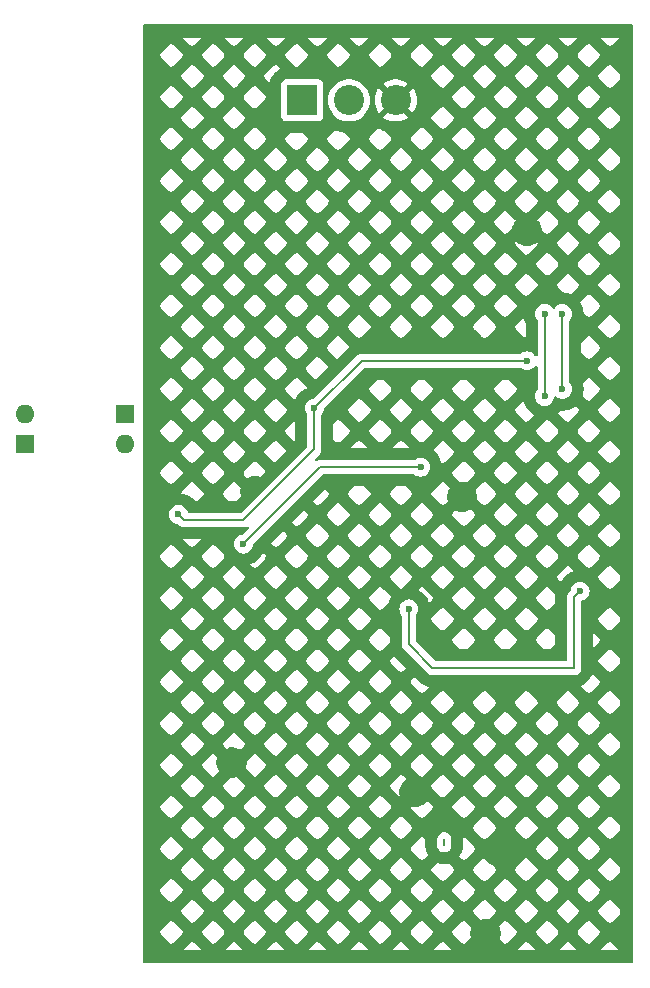
<source format=gbr>
%TF.GenerationSoftware,KiCad,Pcbnew,8.0.5*%
%TF.CreationDate,2024-10-10T13:47:41+03:00*%
%TF.ProjectId,kek,6b656b2e-6b69-4636-9164-5f7063625858,rev?*%
%TF.SameCoordinates,Original*%
%TF.FileFunction,Copper,L2,Bot*%
%TF.FilePolarity,Positive*%
%FSLAX46Y46*%
G04 Gerber Fmt 4.6, Leading zero omitted, Abs format (unit mm)*
G04 Created by KiCad (PCBNEW 8.0.5) date 2024-10-10 13:47:41*
%MOMM*%
%LPD*%
G01*
G04 APERTURE LIST*
%TA.AperFunction,ComponentPad*%
%ADD10R,1.600000X1.600000*%
%TD*%
%TA.AperFunction,ComponentPad*%
%ADD11O,1.600000X1.600000*%
%TD*%
%TA.AperFunction,ComponentPad*%
%ADD12R,2.550000X2.550000*%
%TD*%
%TA.AperFunction,ComponentPad*%
%ADD13C,2.550000*%
%TD*%
%TA.AperFunction,ViaPad*%
%ADD14C,0.600000*%
%TD*%
%TA.AperFunction,Conductor*%
%ADD15C,0.200000*%
%TD*%
G04 APERTURE END LIST*
D10*
%TO.P,VD1,1*%
%TO.N,/OUT1*%
X106500000Y-98000000D03*
D11*
%TO.P,VD1,2*%
%TO.N,Net-(R6-Pad2)*%
X106500000Y-95460000D03*
%TD*%
D10*
%TO.P,VD2,1*%
%TO.N,Net-(R6-Pad2)*%
X115000000Y-95500000D03*
D11*
%TO.P,VD2,2*%
%TO.N,/OUT1*%
X115000000Y-98040000D03*
%TD*%
D12*
%TO.P,X1,1*%
%TO.N,/OUT3*%
X129977750Y-68937500D03*
D13*
%TO.P,X1,2*%
%TO.N,+5V*%
X133937750Y-68937500D03*
%TO.P,X1,3*%
%TO.N,Earth*%
X137897750Y-68937500D03*
%TD*%
D14*
%TO.N,Net-(DA1-IN-)*%
X140000000Y-100000000D03*
X125000000Y-106500000D03*
%TO.N,Net-(DA1-IN+)*%
X149000000Y-91000000D03*
X119500000Y-104000000D03*
X131000000Y-95000000D03*
%TO.N,Earth*%
X143500000Y-102500000D03*
X145500000Y-139500000D03*
X117500000Y-109500000D03*
X124000000Y-125000000D03*
X139500000Y-127500000D03*
X117500000Y-102000000D03*
X146500000Y-132500000D03*
X144000000Y-89500000D03*
X126000000Y-102000000D03*
X144000000Y-89500000D03*
X117500000Y-109500000D03*
X143500000Y-102500000D03*
X117500000Y-102000000D03*
X124000000Y-125000000D03*
X146500000Y-132500000D03*
X145500000Y-139500000D03*
X149000000Y-80000000D03*
X139500000Y-127500000D03*
X149000000Y-80000000D03*
X126000000Y-102000000D03*
%TO.N,Net-(DA2-IN-)*%
X153500000Y-110500000D03*
X139000000Y-112000000D03*
%TO.N,Net-(R2-Pad2)*%
X152000000Y-87000000D03*
X152000000Y-87000000D03*
X152000000Y-93400000D03*
%TO.N,Net-(R5-Pad2)*%
X150500000Y-94000000D03*
X150500000Y-87000000D03*
%TD*%
D15*
%TO.N,*%
X142000000Y-132000000D02*
X142000000Y-131500000D01*
%TO.N,Net-(DA1-IN-)*%
X125000000Y-106500000D02*
X125250000Y-106250000D01*
X131500000Y-100000000D02*
X125000000Y-106500000D01*
X140000000Y-100000000D02*
X131500000Y-100000000D01*
%TO.N,Net-(DA1-IN+)*%
X125000000Y-104500000D02*
X131000000Y-98500000D01*
X119500000Y-104000000D02*
X120000000Y-104500000D01*
X131000000Y-98500000D02*
X131000000Y-95000000D01*
X149000000Y-91000000D02*
X135000000Y-91000000D01*
X135000000Y-91000000D02*
X131000000Y-95000000D01*
X120000000Y-104500000D02*
X125000000Y-104500000D01*
%TO.N,Earth*%
X117500000Y-109500000D02*
X117500000Y-102000000D01*
%TO.N,Net-(DA2-IN-)*%
X141000000Y-117000000D02*
X139000000Y-115000000D01*
X153000000Y-117000000D02*
X141000000Y-117000000D01*
X153500000Y-110500000D02*
X153000000Y-111000000D01*
X153000000Y-111000000D02*
X153000000Y-117000000D01*
X139000000Y-115000000D02*
X139000000Y-112000000D01*
%TO.N,Net-(R2-Pad2)*%
X152000000Y-87000000D02*
X152000000Y-93400000D01*
%TO.N,Net-(R5-Pad2)*%
X150500000Y-87000000D02*
X150500000Y-94000000D01*
%TD*%
%TA.AperFunction,Conductor*%
%TO.N,Earth*%
G36*
X157943039Y-62519685D02*
G01*
X157988794Y-62572489D01*
X158000000Y-62624000D01*
X158000000Y-141876000D01*
X157980315Y-141943039D01*
X157927511Y-141988794D01*
X157876000Y-142000000D01*
X116624000Y-142000000D01*
X116556961Y-141980315D01*
X116511206Y-141927511D01*
X116500000Y-141876000D01*
X116500000Y-140876000D01*
X119864641Y-140876000D01*
X121459046Y-140876000D01*
X123400175Y-140876000D01*
X124994580Y-140876000D01*
X126935709Y-140876000D01*
X128530114Y-140876000D01*
X130471243Y-140876000D01*
X132065648Y-140876000D01*
X134006777Y-140876000D01*
X135601182Y-140876000D01*
X137542311Y-140876000D01*
X139136716Y-140876000D01*
X141077845Y-140876000D01*
X142672250Y-140876000D01*
X148148913Y-140876000D01*
X149743318Y-140876000D01*
X151684446Y-140876000D01*
X153278851Y-140876000D01*
X155219980Y-140876000D01*
X156814385Y-140876000D01*
X156194430Y-140256045D01*
X156017183Y-140182627D01*
X155839935Y-140256045D01*
X155219980Y-140876000D01*
X153278851Y-140876000D01*
X152658896Y-140256045D01*
X152481649Y-140182627D01*
X152304401Y-140256045D01*
X151684446Y-140876000D01*
X149743318Y-140876000D01*
X149123362Y-140256045D01*
X148946115Y-140182627D01*
X148768867Y-140256045D01*
X148148913Y-140876000D01*
X142672250Y-140876000D01*
X142052294Y-140256044D01*
X141875047Y-140182627D01*
X141697799Y-140256045D01*
X141077845Y-140876000D01*
X139136716Y-140876000D01*
X138516760Y-140256044D01*
X138339513Y-140182627D01*
X138162265Y-140256045D01*
X137542311Y-140876000D01*
X135601182Y-140876000D01*
X134981226Y-140256044D01*
X134803979Y-140182627D01*
X134626731Y-140256045D01*
X134006777Y-140876000D01*
X132065648Y-140876000D01*
X131445693Y-140256045D01*
X131268445Y-140182627D01*
X131091198Y-140256044D01*
X130471243Y-140876000D01*
X128530114Y-140876000D01*
X127910159Y-140256045D01*
X127732911Y-140182627D01*
X127555664Y-140256044D01*
X126935709Y-140876000D01*
X124994580Y-140876000D01*
X124374625Y-140256045D01*
X124197377Y-140182627D01*
X124020130Y-140256044D01*
X123400175Y-140876000D01*
X121459046Y-140876000D01*
X120839091Y-140256045D01*
X120661843Y-140182627D01*
X120484596Y-140256044D01*
X119864641Y-140876000D01*
X116500000Y-140876000D01*
X116500000Y-139373105D01*
X117935831Y-139373105D01*
X118009248Y-139550352D01*
X118716829Y-140257933D01*
X118894076Y-140331350D01*
X119071324Y-140257932D01*
X119778904Y-139550352D01*
X119852321Y-139373105D01*
X121471365Y-139373105D01*
X121544782Y-139550352D01*
X122252363Y-140257933D01*
X122429610Y-140331350D01*
X122606858Y-140257932D01*
X123314438Y-139550352D01*
X123387855Y-139373105D01*
X125006899Y-139373105D01*
X125080316Y-139550352D01*
X125787897Y-140257933D01*
X125965144Y-140331350D01*
X126142392Y-140257932D01*
X126849972Y-139550352D01*
X126923389Y-139373105D01*
X128542433Y-139373105D01*
X128615850Y-139550352D01*
X129323431Y-140257933D01*
X129500678Y-140331350D01*
X129677926Y-140257932D01*
X130385506Y-139550352D01*
X130458923Y-139373105D01*
X132077967Y-139373105D01*
X132151384Y-139550352D01*
X132858964Y-140257932D01*
X133036212Y-140331350D01*
X133213459Y-140257933D01*
X133921040Y-139550352D01*
X133994457Y-139373105D01*
X135613501Y-139373105D01*
X135686918Y-139550352D01*
X136394498Y-140257932D01*
X136571746Y-140331350D01*
X136748993Y-140257933D01*
X137456574Y-139550352D01*
X137529991Y-139373105D01*
X139149035Y-139373105D01*
X139222452Y-139550352D01*
X139930032Y-140257932D01*
X140107280Y-140331350D01*
X140284527Y-140257933D01*
X140992108Y-139550352D01*
X141065525Y-139373105D01*
X142684569Y-139373105D01*
X142757986Y-139550352D01*
X143465566Y-140257932D01*
X143642814Y-140331350D01*
X143820061Y-140257933D01*
X144262054Y-139815939D01*
X144210143Y-139521532D01*
X144210143Y-139478468D01*
X144280566Y-139079077D01*
X144295294Y-139038610D01*
X144322782Y-138990998D01*
X144209403Y-138877619D01*
X146611758Y-138877619D01*
X146704705Y-139038609D01*
X146719434Y-139079077D01*
X146789857Y-139478468D01*
X146789857Y-139521532D01*
X146719434Y-139920923D01*
X146704705Y-139961392D01*
X146704651Y-139961483D01*
X147001100Y-140257932D01*
X147178348Y-140331350D01*
X147355595Y-140257932D01*
X148063176Y-139550352D01*
X148136593Y-139373105D01*
X149755636Y-139373105D01*
X149829055Y-139550353D01*
X150536634Y-140257932D01*
X150713882Y-140331350D01*
X150891129Y-140257932D01*
X151598710Y-139550352D01*
X151672127Y-139373105D01*
X153291170Y-139373105D01*
X153364587Y-139550352D01*
X154072168Y-140257932D01*
X154249416Y-140331350D01*
X154426663Y-140257932D01*
X155134242Y-139550353D01*
X155207661Y-139373105D01*
X155134242Y-139195857D01*
X154426663Y-138488278D01*
X154249416Y-138414860D01*
X154072168Y-138488278D01*
X153364588Y-139195857D01*
X153291170Y-139373105D01*
X151672127Y-139373105D01*
X151598709Y-139195857D01*
X150891129Y-138488278D01*
X150713882Y-138414860D01*
X150536634Y-138488278D01*
X149829055Y-139195857D01*
X149755636Y-139373105D01*
X148136593Y-139373105D01*
X148063175Y-139195857D01*
X147355595Y-138488278D01*
X147178348Y-138414860D01*
X147001100Y-138488278D01*
X146611758Y-138877619D01*
X144209403Y-138877619D01*
X143820061Y-138488277D01*
X143642814Y-138414860D01*
X143465566Y-138488278D01*
X142757987Y-139195857D01*
X142684569Y-139373105D01*
X141065525Y-139373105D01*
X140992107Y-139195857D01*
X140284527Y-138488277D01*
X140107280Y-138414860D01*
X139930032Y-138488278D01*
X139222453Y-139195857D01*
X139149035Y-139373105D01*
X137529991Y-139373105D01*
X137456573Y-139195857D01*
X136748993Y-138488277D01*
X136571746Y-138414860D01*
X136394498Y-138488278D01*
X135686919Y-139195857D01*
X135613501Y-139373105D01*
X133994457Y-139373105D01*
X133921039Y-139195857D01*
X133213459Y-138488277D01*
X133036212Y-138414860D01*
X132858964Y-138488278D01*
X132151385Y-139195857D01*
X132077967Y-139373105D01*
X130458923Y-139373105D01*
X130385505Y-139195857D01*
X129677926Y-138488278D01*
X129500678Y-138414860D01*
X129323431Y-138488277D01*
X128615851Y-139195857D01*
X128542433Y-139373105D01*
X126923389Y-139373105D01*
X126849971Y-139195857D01*
X126142392Y-138488278D01*
X125965144Y-138414860D01*
X125787897Y-138488277D01*
X125080317Y-139195857D01*
X125006899Y-139373105D01*
X123387855Y-139373105D01*
X123314437Y-139195857D01*
X122606858Y-138488278D01*
X122429610Y-138414860D01*
X122252363Y-138488277D01*
X121544783Y-139195857D01*
X121471365Y-139373105D01*
X119852321Y-139373105D01*
X119778903Y-139195857D01*
X119071324Y-138488278D01*
X118894076Y-138414860D01*
X118716829Y-138488277D01*
X118009249Y-139195857D01*
X117935831Y-139373105D01*
X116500000Y-139373105D01*
X116500000Y-137605338D01*
X119703598Y-137605338D01*
X119777016Y-137782586D01*
X120484596Y-138490166D01*
X120661843Y-138563583D01*
X120839091Y-138490165D01*
X121546670Y-137782586D01*
X121620088Y-137605338D01*
X123239132Y-137605338D01*
X123312550Y-137782586D01*
X124020130Y-138490166D01*
X124197377Y-138563583D01*
X124374625Y-138490165D01*
X125082204Y-137782586D01*
X125155622Y-137605338D01*
X126774666Y-137605338D01*
X126848084Y-137782586D01*
X127555664Y-138490166D01*
X127732911Y-138563583D01*
X127910159Y-138490165D01*
X128617738Y-137782586D01*
X128691156Y-137605338D01*
X130310200Y-137605338D01*
X130383618Y-137782586D01*
X131091198Y-138490166D01*
X131268445Y-138563583D01*
X131445693Y-138490165D01*
X132153272Y-137782586D01*
X132226690Y-137605338D01*
X133845734Y-137605338D01*
X133919152Y-137782586D01*
X134626731Y-138490165D01*
X134803979Y-138563583D01*
X134981226Y-138490166D01*
X135688806Y-137782586D01*
X135762224Y-137605338D01*
X137381268Y-137605338D01*
X137454686Y-137782586D01*
X138162265Y-138490165D01*
X138339513Y-138563583D01*
X138516760Y-138490166D01*
X139224340Y-137782586D01*
X139297758Y-137605338D01*
X140916802Y-137605338D01*
X140990220Y-137782586D01*
X141697799Y-138490165D01*
X141875047Y-138563583D01*
X142052294Y-138490166D01*
X142759874Y-137782586D01*
X142833292Y-137605338D01*
X144452336Y-137605338D01*
X144525754Y-137782586D01*
X145050873Y-138307705D01*
X145254814Y-138233478D01*
X145297224Y-138226000D01*
X145702776Y-138226000D01*
X145745186Y-138233478D01*
X145818010Y-138259983D01*
X146295408Y-137782586D01*
X146368826Y-137605338D01*
X147987869Y-137605338D01*
X148061288Y-137782586D01*
X148768867Y-138490165D01*
X148946115Y-138563583D01*
X149123362Y-138490165D01*
X149830942Y-137782586D01*
X149904360Y-137605338D01*
X151523403Y-137605338D01*
X151596821Y-137782586D01*
X152304401Y-138490165D01*
X152481649Y-138563583D01*
X152658896Y-138490165D01*
X153366475Y-137782586D01*
X153439894Y-137605338D01*
X155058937Y-137605338D01*
X155132355Y-137782586D01*
X155839935Y-138490165D01*
X156017183Y-138563583D01*
X156194430Y-138490165D01*
X156876000Y-137808596D01*
X156876000Y-137402081D01*
X156194430Y-136720511D01*
X156017183Y-136647093D01*
X155839935Y-136720511D01*
X155132354Y-137428091D01*
X155058937Y-137605338D01*
X153439894Y-137605338D01*
X153366475Y-137428090D01*
X152658896Y-136720511D01*
X152481649Y-136647093D01*
X152304401Y-136720511D01*
X151596820Y-137428091D01*
X151523403Y-137605338D01*
X149904360Y-137605338D01*
X149830943Y-137428091D01*
X149123362Y-136720511D01*
X148946115Y-136647093D01*
X148768867Y-136720511D01*
X148061288Y-137428090D01*
X147987869Y-137605338D01*
X146368826Y-137605338D01*
X146295409Y-137428091D01*
X145587828Y-136720510D01*
X145410581Y-136647093D01*
X145233333Y-136720511D01*
X144525753Y-137428091D01*
X144452336Y-137605338D01*
X142833292Y-137605338D01*
X142759875Y-137428091D01*
X142052294Y-136720510D01*
X141875047Y-136647093D01*
X141697799Y-136720511D01*
X140990219Y-137428091D01*
X140916802Y-137605338D01*
X139297758Y-137605338D01*
X139224341Y-137428091D01*
X138516760Y-136720510D01*
X138339513Y-136647093D01*
X138162265Y-136720511D01*
X137454685Y-137428091D01*
X137381268Y-137605338D01*
X135762224Y-137605338D01*
X135688807Y-137428091D01*
X134981226Y-136720510D01*
X134803979Y-136647093D01*
X134626731Y-136720511D01*
X133919151Y-137428091D01*
X133845734Y-137605338D01*
X132226690Y-137605338D01*
X132153273Y-137428091D01*
X131445693Y-136720511D01*
X131268445Y-136647093D01*
X131091198Y-136720510D01*
X130383617Y-137428091D01*
X130310200Y-137605338D01*
X128691156Y-137605338D01*
X128617739Y-137428091D01*
X127910159Y-136720511D01*
X127732911Y-136647093D01*
X127555664Y-136720510D01*
X126848083Y-137428091D01*
X126774666Y-137605338D01*
X125155622Y-137605338D01*
X125082205Y-137428091D01*
X124374625Y-136720511D01*
X124197377Y-136647093D01*
X124020130Y-136720510D01*
X123312549Y-137428091D01*
X123239132Y-137605338D01*
X121620088Y-137605338D01*
X121546671Y-137428091D01*
X120839091Y-136720511D01*
X120661843Y-136647093D01*
X120484596Y-136720510D01*
X119777015Y-137428091D01*
X119703598Y-137605338D01*
X116500000Y-137605338D01*
X116500000Y-135837571D01*
X117935831Y-135837571D01*
X118009249Y-136014819D01*
X118716829Y-136722399D01*
X118894076Y-136795816D01*
X119071324Y-136722398D01*
X119778903Y-136014819D01*
X119852321Y-135837571D01*
X121471365Y-135837571D01*
X121544783Y-136014819D01*
X122252363Y-136722399D01*
X122429610Y-136795816D01*
X122606858Y-136722398D01*
X123314437Y-136014819D01*
X123387855Y-135837571D01*
X125006899Y-135837571D01*
X125080317Y-136014819D01*
X125787897Y-136722399D01*
X125965144Y-136795816D01*
X126142392Y-136722398D01*
X126849971Y-136014819D01*
X126923389Y-135837571D01*
X128542433Y-135837571D01*
X128615851Y-136014819D01*
X129323431Y-136722399D01*
X129500678Y-136795816D01*
X129677926Y-136722398D01*
X130385505Y-136014819D01*
X130458923Y-135837571D01*
X132077967Y-135837571D01*
X132151385Y-136014819D01*
X132858964Y-136722398D01*
X133036212Y-136795816D01*
X133213459Y-136722399D01*
X133921039Y-136014819D01*
X133994457Y-135837571D01*
X135613501Y-135837571D01*
X135686919Y-136014819D01*
X136394498Y-136722398D01*
X136571746Y-136795816D01*
X136748993Y-136722399D01*
X137456573Y-136014819D01*
X137529991Y-135837571D01*
X139149035Y-135837571D01*
X139222453Y-136014819D01*
X139930032Y-136722398D01*
X140107280Y-136795816D01*
X140284527Y-136722399D01*
X140992107Y-136014819D01*
X141065525Y-135837571D01*
X142684569Y-135837571D01*
X142757987Y-136014819D01*
X143465566Y-136722398D01*
X143642814Y-136795816D01*
X143820061Y-136722399D01*
X144527641Y-136014819D01*
X144601059Y-135837571D01*
X146220103Y-135837571D01*
X146293521Y-136014819D01*
X147001100Y-136722398D01*
X147178348Y-136795816D01*
X147355595Y-136722398D01*
X148063175Y-136014819D01*
X148136593Y-135837571D01*
X149755636Y-135837571D01*
X149829055Y-136014819D01*
X150536634Y-136722398D01*
X150713882Y-136795816D01*
X150891129Y-136722398D01*
X151598709Y-136014819D01*
X151672127Y-135837571D01*
X153291170Y-135837571D01*
X153364588Y-136014819D01*
X154072168Y-136722398D01*
X154249416Y-136795816D01*
X154426663Y-136722398D01*
X155134242Y-136014819D01*
X155207661Y-135837571D01*
X155134242Y-135660323D01*
X154426663Y-134952744D01*
X154249416Y-134879326D01*
X154072168Y-134952744D01*
X153364587Y-135660324D01*
X153291170Y-135837571D01*
X151672127Y-135837571D01*
X151598710Y-135660324D01*
X150891129Y-134952744D01*
X150713882Y-134879326D01*
X150536634Y-134952744D01*
X149829055Y-135660323D01*
X149755636Y-135837571D01*
X148136593Y-135837571D01*
X148063176Y-135660324D01*
X147355595Y-134952744D01*
X147178348Y-134879326D01*
X147001100Y-134952744D01*
X146293520Y-135660324D01*
X146220103Y-135837571D01*
X144601059Y-135837571D01*
X144527642Y-135660324D01*
X143820061Y-134952743D01*
X143642814Y-134879326D01*
X143465566Y-134952744D01*
X142757986Y-135660324D01*
X142684569Y-135837571D01*
X141065525Y-135837571D01*
X140992108Y-135660324D01*
X140284527Y-134952743D01*
X140107280Y-134879326D01*
X139930032Y-134952744D01*
X139222452Y-135660324D01*
X139149035Y-135837571D01*
X137529991Y-135837571D01*
X137456574Y-135660324D01*
X136748993Y-134952743D01*
X136571746Y-134879326D01*
X136394498Y-134952744D01*
X135686918Y-135660324D01*
X135613501Y-135837571D01*
X133994457Y-135837571D01*
X133921040Y-135660324D01*
X133213459Y-134952743D01*
X133036212Y-134879326D01*
X132858964Y-134952744D01*
X132151384Y-135660324D01*
X132077967Y-135837571D01*
X130458923Y-135837571D01*
X130385506Y-135660324D01*
X129677926Y-134952744D01*
X129500678Y-134879326D01*
X129323431Y-134952743D01*
X128615850Y-135660324D01*
X128542433Y-135837571D01*
X126923389Y-135837571D01*
X126849972Y-135660324D01*
X126142392Y-134952744D01*
X125965144Y-134879326D01*
X125787897Y-134952743D01*
X125080316Y-135660324D01*
X125006899Y-135837571D01*
X123387855Y-135837571D01*
X123314438Y-135660324D01*
X122606858Y-134952744D01*
X122429610Y-134879326D01*
X122252363Y-134952743D01*
X121544782Y-135660324D01*
X121471365Y-135837571D01*
X119852321Y-135837571D01*
X119778904Y-135660324D01*
X119071324Y-134952744D01*
X118894076Y-134879326D01*
X118716829Y-134952743D01*
X118009248Y-135660324D01*
X117935831Y-135837571D01*
X116500000Y-135837571D01*
X116500000Y-134069804D01*
X119703598Y-134069804D01*
X119777016Y-134247052D01*
X120484596Y-134954632D01*
X120661843Y-135028049D01*
X120839091Y-134954631D01*
X121546670Y-134247052D01*
X121620088Y-134069804D01*
X123239132Y-134069804D01*
X123312550Y-134247052D01*
X124020130Y-134954632D01*
X124197377Y-135028049D01*
X124374625Y-134954631D01*
X125082204Y-134247052D01*
X125155622Y-134069804D01*
X126774666Y-134069804D01*
X126848084Y-134247052D01*
X127555664Y-134954632D01*
X127732911Y-135028049D01*
X127910159Y-134954631D01*
X128617738Y-134247052D01*
X128691156Y-134069804D01*
X130310200Y-134069804D01*
X130383618Y-134247052D01*
X131091198Y-134954632D01*
X131268445Y-135028049D01*
X131445693Y-134954631D01*
X132153272Y-134247052D01*
X132226690Y-134069804D01*
X133845734Y-134069804D01*
X133919152Y-134247052D01*
X134626731Y-134954631D01*
X134803979Y-135028049D01*
X134981226Y-134954632D01*
X135688806Y-134247052D01*
X135762224Y-134069804D01*
X137381268Y-134069804D01*
X137454686Y-134247052D01*
X138162265Y-134954631D01*
X138339513Y-135028049D01*
X138516760Y-134954632D01*
X139224340Y-134247052D01*
X139297758Y-134069804D01*
X140916802Y-134069804D01*
X140990220Y-134247052D01*
X141697799Y-134954631D01*
X141875047Y-135028049D01*
X142052294Y-134954632D01*
X142759874Y-134247052D01*
X142833292Y-134069804D01*
X144452336Y-134069804D01*
X144525754Y-134247052D01*
X145233333Y-134954631D01*
X145410581Y-135028049D01*
X145587828Y-134954632D01*
X146295408Y-134247052D01*
X146368826Y-134069804D01*
X147987869Y-134069804D01*
X148061288Y-134247052D01*
X148768867Y-134954631D01*
X148946115Y-135028049D01*
X149123362Y-134954631D01*
X149830942Y-134247052D01*
X149904360Y-134069804D01*
X151523403Y-134069804D01*
X151596821Y-134247052D01*
X152304401Y-134954631D01*
X152481649Y-135028049D01*
X152658896Y-134954631D01*
X153366475Y-134247052D01*
X153439894Y-134069804D01*
X155058937Y-134069804D01*
X155132355Y-134247052D01*
X155839935Y-134954631D01*
X156017183Y-135028049D01*
X156194430Y-134954631D01*
X156876000Y-134273062D01*
X156876000Y-133866547D01*
X156194430Y-133184977D01*
X156017183Y-133111559D01*
X155839935Y-133184977D01*
X155132354Y-133892557D01*
X155058937Y-134069804D01*
X153439894Y-134069804D01*
X153366475Y-133892556D01*
X152658896Y-133184977D01*
X152481649Y-133111559D01*
X152304401Y-133184977D01*
X151596820Y-133892557D01*
X151523403Y-134069804D01*
X149904360Y-134069804D01*
X149830943Y-133892557D01*
X149123362Y-133184977D01*
X148946115Y-133111559D01*
X148768867Y-133184977D01*
X148061288Y-133892556D01*
X147987869Y-134069804D01*
X146368826Y-134069804D01*
X146295409Y-133892557D01*
X146120479Y-133717627D01*
X145873719Y-133627815D01*
X145836423Y-133606282D01*
X145525752Y-133345598D01*
X145498071Y-133312609D01*
X145387511Y-133121115D01*
X145233333Y-133184977D01*
X144525753Y-133892557D01*
X144452336Y-134069804D01*
X142833292Y-134069804D01*
X142759875Y-133892557D01*
X142411851Y-133544533D01*
X142305795Y-133572951D01*
X142297894Y-133574793D01*
X142249740Y-133584372D01*
X142241736Y-133585694D01*
X142176935Y-133594227D01*
X142168856Y-133595023D01*
X142119850Y-133598235D01*
X142111740Y-133598500D01*
X141888260Y-133598500D01*
X141880150Y-133598235D01*
X141831144Y-133595023D01*
X141823065Y-133594227D01*
X141758264Y-133585694D01*
X141750260Y-133584372D01*
X141702106Y-133574793D01*
X141694206Y-133572951D01*
X141478352Y-133515114D01*
X141470586Y-133512758D01*
X141424091Y-133496975D01*
X141416500Y-133494118D01*
X141396812Y-133485963D01*
X140990219Y-133892556D01*
X140916802Y-134069804D01*
X139297758Y-134069804D01*
X139224341Y-133892557D01*
X138516760Y-133184976D01*
X138339513Y-133111559D01*
X138162265Y-133184977D01*
X137454685Y-133892557D01*
X137381268Y-134069804D01*
X135762224Y-134069804D01*
X135688807Y-133892557D01*
X134981226Y-133184976D01*
X134803979Y-133111559D01*
X134626731Y-133184977D01*
X133919151Y-133892557D01*
X133845734Y-134069804D01*
X132226690Y-134069804D01*
X132153273Y-133892557D01*
X131445693Y-133184977D01*
X131268445Y-133111559D01*
X131091198Y-133184976D01*
X130383617Y-133892557D01*
X130310200Y-134069804D01*
X128691156Y-134069804D01*
X128617739Y-133892557D01*
X127910159Y-133184977D01*
X127732911Y-133111559D01*
X127555664Y-133184976D01*
X126848083Y-133892557D01*
X126774666Y-134069804D01*
X125155622Y-134069804D01*
X125082205Y-133892557D01*
X124374625Y-133184977D01*
X124197377Y-133111559D01*
X124020130Y-133184976D01*
X123312549Y-133892557D01*
X123239132Y-134069804D01*
X121620088Y-134069804D01*
X121546671Y-133892557D01*
X120839091Y-133184977D01*
X120661843Y-133111559D01*
X120484596Y-133184976D01*
X119777015Y-133892557D01*
X119703598Y-134069804D01*
X116500000Y-134069804D01*
X116500000Y-132302037D01*
X117935831Y-132302037D01*
X118009249Y-132479285D01*
X118716829Y-133186865D01*
X118894076Y-133260282D01*
X119071324Y-133186864D01*
X119778903Y-132479285D01*
X119852321Y-132302037D01*
X121471365Y-132302037D01*
X121544783Y-132479285D01*
X122252363Y-133186865D01*
X122429610Y-133260282D01*
X122606858Y-133186864D01*
X123314437Y-132479285D01*
X123387855Y-132302037D01*
X125006899Y-132302037D01*
X125080317Y-132479285D01*
X125787897Y-133186865D01*
X125965144Y-133260282D01*
X126142392Y-133186864D01*
X126849971Y-132479285D01*
X126923389Y-132302037D01*
X128542433Y-132302037D01*
X128615851Y-132479285D01*
X129323431Y-133186865D01*
X129500678Y-133260282D01*
X129677926Y-133186864D01*
X130385505Y-132479285D01*
X130458923Y-132302037D01*
X132077967Y-132302037D01*
X132151385Y-132479285D01*
X132858964Y-133186864D01*
X133036212Y-133260282D01*
X133213459Y-133186865D01*
X133921039Y-132479285D01*
X133994457Y-132302037D01*
X135613501Y-132302037D01*
X135686919Y-132479285D01*
X136394498Y-133186864D01*
X136571746Y-133260282D01*
X136748993Y-133186865D01*
X137456573Y-132479285D01*
X137529991Y-132302037D01*
X139149035Y-132302037D01*
X139222453Y-132479285D01*
X139930032Y-133186864D01*
X140107280Y-133260282D01*
X140284527Y-133186865D01*
X140485329Y-132986062D01*
X143264764Y-132986062D01*
X143465566Y-133186864D01*
X143642814Y-133260282D01*
X143820061Y-133186865D01*
X144527641Y-132479285D01*
X144601059Y-132302037D01*
X149755636Y-132302037D01*
X149829055Y-132479285D01*
X150536634Y-133186864D01*
X150713882Y-133260282D01*
X150891129Y-133186864D01*
X151598709Y-132479285D01*
X151672127Y-132302037D01*
X153291170Y-132302037D01*
X153364588Y-132479285D01*
X154072168Y-133186864D01*
X154249416Y-133260282D01*
X154426663Y-133186864D01*
X155134242Y-132479285D01*
X155207661Y-132302037D01*
X155134242Y-132124789D01*
X154426663Y-131417210D01*
X154249416Y-131343792D01*
X154072168Y-131417210D01*
X153364587Y-132124790D01*
X153291170Y-132302037D01*
X151672127Y-132302037D01*
X151598710Y-132124790D01*
X150891129Y-131417210D01*
X150713882Y-131343792D01*
X150536634Y-131417210D01*
X149829055Y-132124789D01*
X149755636Y-132302037D01*
X144601059Y-132302037D01*
X144527642Y-132124790D01*
X143820061Y-131417209D01*
X143642813Y-131343792D01*
X143597093Y-131362729D01*
X143598235Y-131380150D01*
X143598500Y-131388260D01*
X143598500Y-132111740D01*
X143598235Y-132119850D01*
X143595023Y-132168856D01*
X143594227Y-132176935D01*
X143585694Y-132241736D01*
X143584372Y-132249740D01*
X143574793Y-132297894D01*
X143572951Y-132305794D01*
X143515114Y-132521648D01*
X143512758Y-132529414D01*
X143496975Y-132575909D01*
X143494118Y-132583500D01*
X143469108Y-132643883D01*
X143465758Y-132651277D01*
X143444038Y-132695321D01*
X143440214Y-132702476D01*
X143328474Y-132896018D01*
X143324188Y-132902910D01*
X143296900Y-132943749D01*
X143292171Y-132950348D01*
X143264764Y-132986062D01*
X140485329Y-132986062D01*
X140636332Y-132835059D01*
X140559786Y-132702476D01*
X140555962Y-132695321D01*
X140534242Y-132651277D01*
X140530892Y-132643883D01*
X140505882Y-132583500D01*
X140503025Y-132575909D01*
X140487242Y-132529414D01*
X140484886Y-132521648D01*
X140427049Y-132305794D01*
X140425207Y-132297894D01*
X140415628Y-132249740D01*
X140414306Y-132241736D01*
X140405773Y-132176935D01*
X140404977Y-132168856D01*
X140401765Y-132119850D01*
X140401500Y-132111740D01*
X140401500Y-131534182D01*
X140288261Y-131420943D01*
X141399500Y-131420943D01*
X141399500Y-132079057D01*
X141425727Y-132176935D01*
X141440423Y-132231783D01*
X141440426Y-132231790D01*
X141519475Y-132368709D01*
X141519479Y-132368714D01*
X141519480Y-132368716D01*
X141631284Y-132480520D01*
X141631286Y-132480521D01*
X141631290Y-132480524D01*
X141768209Y-132559573D01*
X141768216Y-132559577D01*
X141920943Y-132600500D01*
X141920945Y-132600500D01*
X142079055Y-132600500D01*
X142079057Y-132600500D01*
X142231784Y-132559577D01*
X142368716Y-132480520D01*
X142480520Y-132368716D01*
X142559577Y-132231784D01*
X142600500Y-132079057D01*
X142600500Y-131420943D01*
X142559577Y-131268216D01*
X142559573Y-131268209D01*
X142480524Y-131131290D01*
X142480518Y-131131282D01*
X142368717Y-131019481D01*
X142368709Y-131019475D01*
X142231790Y-130940426D01*
X142231786Y-130940424D01*
X142231784Y-130940423D01*
X142079057Y-130899500D01*
X141920943Y-130899500D01*
X141768216Y-130940423D01*
X141768209Y-130940426D01*
X141631290Y-131019475D01*
X141631282Y-131019481D01*
X141519481Y-131131282D01*
X141519475Y-131131290D01*
X141440426Y-131268209D01*
X141440423Y-131268216D01*
X141399500Y-131420943D01*
X140288261Y-131420943D01*
X140284527Y-131417209D01*
X140107280Y-131343792D01*
X139930032Y-131417210D01*
X139222452Y-132124790D01*
X139149035Y-132302037D01*
X137529991Y-132302037D01*
X137456574Y-132124790D01*
X136748993Y-131417209D01*
X136571746Y-131343792D01*
X136394498Y-131417210D01*
X135686918Y-132124790D01*
X135613501Y-132302037D01*
X133994457Y-132302037D01*
X133921040Y-132124790D01*
X133213459Y-131417209D01*
X133036212Y-131343792D01*
X132858964Y-131417210D01*
X132151384Y-132124790D01*
X132077967Y-132302037D01*
X130458923Y-132302037D01*
X130385506Y-132124790D01*
X129677926Y-131417210D01*
X129500678Y-131343792D01*
X129323431Y-131417209D01*
X128615850Y-132124790D01*
X128542433Y-132302037D01*
X126923389Y-132302037D01*
X126849972Y-132124790D01*
X126142392Y-131417210D01*
X125965144Y-131343792D01*
X125787897Y-131417209D01*
X125080316Y-132124790D01*
X125006899Y-132302037D01*
X123387855Y-132302037D01*
X123314438Y-132124790D01*
X122606858Y-131417210D01*
X122429610Y-131343792D01*
X122252363Y-131417209D01*
X121544782Y-132124790D01*
X121471365Y-132302037D01*
X119852321Y-132302037D01*
X119778904Y-132124790D01*
X119071324Y-131417210D01*
X118894076Y-131343792D01*
X118716829Y-131417209D01*
X118009248Y-132124790D01*
X117935831Y-132302037D01*
X116500000Y-132302037D01*
X116500000Y-130534270D01*
X119703598Y-130534270D01*
X119777016Y-130711518D01*
X120484596Y-131419098D01*
X120661843Y-131492515D01*
X120839091Y-131419097D01*
X121546670Y-130711518D01*
X121620088Y-130534270D01*
X123239132Y-130534270D01*
X123312550Y-130711518D01*
X124020130Y-131419098D01*
X124197377Y-131492515D01*
X124374625Y-131419097D01*
X125082204Y-130711518D01*
X125155622Y-130534270D01*
X126774666Y-130534270D01*
X126848084Y-130711518D01*
X127555664Y-131419098D01*
X127732911Y-131492515D01*
X127910159Y-131419097D01*
X128617738Y-130711518D01*
X128691156Y-130534270D01*
X130310200Y-130534270D01*
X130383618Y-130711518D01*
X131091198Y-131419098D01*
X131268445Y-131492515D01*
X131445693Y-131419097D01*
X132153272Y-130711518D01*
X132226690Y-130534270D01*
X133845734Y-130534270D01*
X133919152Y-130711518D01*
X134626731Y-131419097D01*
X134803979Y-131492515D01*
X134981226Y-131419098D01*
X135688806Y-130711518D01*
X135762224Y-130534270D01*
X137381268Y-130534270D01*
X137454686Y-130711518D01*
X138162265Y-131419097D01*
X138339513Y-131492515D01*
X138516760Y-131419098D01*
X139224340Y-130711518D01*
X139297758Y-130534270D01*
X144452336Y-130534270D01*
X144525754Y-130711518D01*
X145233333Y-131419097D01*
X145410581Y-131492515D01*
X145587828Y-131419098D01*
X146295408Y-130711518D01*
X146368826Y-130534270D01*
X147987869Y-130534270D01*
X148061288Y-130711518D01*
X148768867Y-131419097D01*
X148946115Y-131492515D01*
X149123362Y-131419097D01*
X149830942Y-130711518D01*
X149904360Y-130534270D01*
X151523403Y-130534270D01*
X151596821Y-130711518D01*
X152304401Y-131419097D01*
X152481649Y-131492515D01*
X152658896Y-131419097D01*
X153366475Y-130711518D01*
X153439894Y-130534270D01*
X155058937Y-130534270D01*
X155132355Y-130711518D01*
X155839935Y-131419097D01*
X156017183Y-131492515D01*
X156194430Y-131419097D01*
X156876000Y-130737528D01*
X156876000Y-130331013D01*
X156194430Y-129649443D01*
X156017183Y-129576025D01*
X155839935Y-129649443D01*
X155132354Y-130357023D01*
X155058937Y-130534270D01*
X153439894Y-130534270D01*
X153366475Y-130357022D01*
X152658896Y-129649443D01*
X152481649Y-129576025D01*
X152304401Y-129649443D01*
X151596820Y-130357023D01*
X151523403Y-130534270D01*
X149904360Y-130534270D01*
X149830943Y-130357023D01*
X149123362Y-129649443D01*
X148946115Y-129576025D01*
X148768867Y-129649443D01*
X148061288Y-130357022D01*
X147987869Y-130534270D01*
X146368826Y-130534270D01*
X146295409Y-130357023D01*
X145587828Y-129649442D01*
X145410581Y-129576025D01*
X145233333Y-129649443D01*
X144525753Y-130357023D01*
X144452336Y-130534270D01*
X139297758Y-130534270D01*
X139224341Y-130357023D01*
X138516760Y-129649442D01*
X138339513Y-129576025D01*
X138162265Y-129649443D01*
X137454685Y-130357023D01*
X137381268Y-130534270D01*
X135762224Y-130534270D01*
X135688807Y-130357023D01*
X134981226Y-129649442D01*
X134803979Y-129576025D01*
X134626731Y-129649443D01*
X133919151Y-130357023D01*
X133845734Y-130534270D01*
X132226690Y-130534270D01*
X132153273Y-130357023D01*
X131445693Y-129649443D01*
X131268445Y-129576025D01*
X131091198Y-129649442D01*
X130383617Y-130357023D01*
X130310200Y-130534270D01*
X128691156Y-130534270D01*
X128617739Y-130357023D01*
X127910159Y-129649443D01*
X127732911Y-129576025D01*
X127555664Y-129649442D01*
X126848083Y-130357023D01*
X126774666Y-130534270D01*
X125155622Y-130534270D01*
X125082205Y-130357023D01*
X124374625Y-129649443D01*
X124197377Y-129576025D01*
X124020130Y-129649442D01*
X123312549Y-130357023D01*
X123239132Y-130534270D01*
X121620088Y-130534270D01*
X121546671Y-130357023D01*
X120839091Y-129649443D01*
X120661843Y-129576025D01*
X120484596Y-129649442D01*
X119777015Y-130357023D01*
X119703598Y-130534270D01*
X116500000Y-130534270D01*
X116500000Y-128766503D01*
X117935831Y-128766503D01*
X118009249Y-128943751D01*
X118716829Y-129651331D01*
X118894076Y-129724748D01*
X119071324Y-129651330D01*
X119778903Y-128943751D01*
X119852321Y-128766503D01*
X121471365Y-128766503D01*
X121544783Y-128943751D01*
X122252363Y-129651331D01*
X122429610Y-129724748D01*
X122606858Y-129651330D01*
X123314437Y-128943751D01*
X123387855Y-128766503D01*
X125006899Y-128766503D01*
X125080317Y-128943751D01*
X125787897Y-129651331D01*
X125965144Y-129724748D01*
X126142392Y-129651330D01*
X126849971Y-128943751D01*
X126923389Y-128766503D01*
X128542433Y-128766503D01*
X128615851Y-128943751D01*
X129323431Y-129651331D01*
X129500678Y-129724748D01*
X129677926Y-129651330D01*
X130385505Y-128943751D01*
X130458923Y-128766503D01*
X132077967Y-128766503D01*
X132151385Y-128943751D01*
X132858964Y-129651330D01*
X133036212Y-129724748D01*
X133213459Y-129651331D01*
X133921039Y-128943751D01*
X133994457Y-128766503D01*
X135613501Y-128766503D01*
X135686919Y-128943751D01*
X136394498Y-129651330D01*
X136571746Y-129724748D01*
X136748993Y-129651331D01*
X137456573Y-128943751D01*
X137529991Y-128766503D01*
X139149035Y-128766503D01*
X139222453Y-128943751D01*
X139930032Y-129651330D01*
X140107280Y-129724748D01*
X140284527Y-129651331D01*
X140992107Y-128943751D01*
X141065525Y-128766503D01*
X142684569Y-128766503D01*
X142757987Y-128943751D01*
X143465566Y-129651330D01*
X143642814Y-129724748D01*
X143820061Y-129651331D01*
X144527641Y-128943751D01*
X144601059Y-128766503D01*
X146220103Y-128766503D01*
X146293521Y-128943751D01*
X147001100Y-129651330D01*
X147178348Y-129724748D01*
X147355595Y-129651330D01*
X148063175Y-128943751D01*
X148136593Y-128766503D01*
X149755636Y-128766503D01*
X149829055Y-128943751D01*
X150536634Y-129651330D01*
X150713882Y-129724748D01*
X150891129Y-129651330D01*
X151598709Y-128943751D01*
X151672127Y-128766503D01*
X153291170Y-128766503D01*
X153364588Y-128943751D01*
X154072168Y-129651330D01*
X154249416Y-129724748D01*
X154426663Y-129651330D01*
X155134242Y-128943751D01*
X155207661Y-128766503D01*
X155134242Y-128589255D01*
X154426663Y-127881676D01*
X154249416Y-127808258D01*
X154072168Y-127881676D01*
X153364587Y-128589256D01*
X153291170Y-128766503D01*
X151672127Y-128766503D01*
X151598710Y-128589256D01*
X150891129Y-127881676D01*
X150713882Y-127808258D01*
X150536634Y-127881676D01*
X149829055Y-128589255D01*
X149755636Y-128766503D01*
X148136593Y-128766503D01*
X148063176Y-128589256D01*
X147355595Y-127881676D01*
X147178348Y-127808258D01*
X147001100Y-127881676D01*
X146293520Y-128589256D01*
X146220103Y-128766503D01*
X144601059Y-128766503D01*
X144527642Y-128589256D01*
X143820061Y-127881675D01*
X143642814Y-127808258D01*
X143465566Y-127881676D01*
X142757986Y-128589256D01*
X142684569Y-128766503D01*
X141065525Y-128766503D01*
X140992108Y-128589256D01*
X140580086Y-128177234D01*
X140501929Y-128312609D01*
X140474248Y-128345598D01*
X140163577Y-128606282D01*
X140126281Y-128627815D01*
X139745186Y-128766522D01*
X139702776Y-128774000D01*
X139297224Y-128774000D01*
X139254814Y-128766522D01*
X139162886Y-128733063D01*
X139149035Y-128766503D01*
X137529991Y-128766503D01*
X137456574Y-128589256D01*
X136748993Y-127881675D01*
X136571746Y-127808258D01*
X136394498Y-127881676D01*
X135686918Y-128589256D01*
X135613501Y-128766503D01*
X133994457Y-128766503D01*
X133921040Y-128589256D01*
X133213459Y-127881675D01*
X133036212Y-127808258D01*
X132858964Y-127881676D01*
X132151384Y-128589256D01*
X132077967Y-128766503D01*
X130458923Y-128766503D01*
X130385506Y-128589256D01*
X129677926Y-127881676D01*
X129500678Y-127808258D01*
X129323431Y-127881675D01*
X128615850Y-128589256D01*
X128542433Y-128766503D01*
X126923389Y-128766503D01*
X126849972Y-128589256D01*
X126142392Y-127881676D01*
X125965144Y-127808258D01*
X125787897Y-127881675D01*
X125080316Y-128589256D01*
X125006899Y-128766503D01*
X123387855Y-128766503D01*
X123314438Y-128589256D01*
X122606858Y-127881676D01*
X122429610Y-127808258D01*
X122252363Y-127881675D01*
X121544782Y-128589256D01*
X121471365Y-128766503D01*
X119852321Y-128766503D01*
X119778904Y-128589256D01*
X119071324Y-127881676D01*
X118894076Y-127808258D01*
X118716829Y-127881675D01*
X118009248Y-128589256D01*
X117935831Y-128766503D01*
X116500000Y-128766503D01*
X116500000Y-126998736D01*
X119703598Y-126998736D01*
X119777016Y-127175984D01*
X120484596Y-127883564D01*
X120661843Y-127956981D01*
X120839091Y-127883563D01*
X121546670Y-127175984D01*
X121620088Y-126998736D01*
X123239132Y-126998736D01*
X123312550Y-127175984D01*
X124020130Y-127883564D01*
X124197377Y-127956981D01*
X124374625Y-127883563D01*
X125082204Y-127175984D01*
X125155622Y-126998736D01*
X126774666Y-126998736D01*
X126848084Y-127175984D01*
X127555664Y-127883564D01*
X127732911Y-127956981D01*
X127910159Y-127883563D01*
X128617738Y-127175984D01*
X128691156Y-126998736D01*
X130310200Y-126998736D01*
X130383618Y-127175984D01*
X131091198Y-127883564D01*
X131268445Y-127956981D01*
X131445693Y-127883563D01*
X132153272Y-127175984D01*
X132226690Y-126998736D01*
X133845734Y-126998736D01*
X133919152Y-127175984D01*
X134626731Y-127883563D01*
X134803979Y-127956981D01*
X134981226Y-127883564D01*
X135688806Y-127175984D01*
X135762224Y-126998736D01*
X137381268Y-126998736D01*
X137454686Y-127175984D01*
X138162265Y-127883563D01*
X138285555Y-127934631D01*
X138280566Y-127920923D01*
X138210143Y-127521532D01*
X138210143Y-127478468D01*
X138280566Y-127079077D01*
X138295295Y-127038609D01*
X138318316Y-126998736D01*
X140916802Y-126998736D01*
X140990220Y-127175984D01*
X141697799Y-127883563D01*
X141875047Y-127956981D01*
X142052294Y-127883564D01*
X142759874Y-127175984D01*
X142833292Y-126998736D01*
X144452336Y-126998736D01*
X144525754Y-127175984D01*
X145233333Y-127883563D01*
X145410581Y-127956981D01*
X145587828Y-127883564D01*
X146295408Y-127175984D01*
X146368826Y-126998736D01*
X147987869Y-126998736D01*
X148061288Y-127175984D01*
X148768867Y-127883563D01*
X148946115Y-127956981D01*
X149123362Y-127883563D01*
X149830942Y-127175984D01*
X149904360Y-126998736D01*
X151523403Y-126998736D01*
X151596821Y-127175984D01*
X152304401Y-127883563D01*
X152481649Y-127956981D01*
X152658896Y-127883563D01*
X153366475Y-127175984D01*
X153439894Y-126998736D01*
X155058937Y-126998736D01*
X155132355Y-127175984D01*
X155839935Y-127883563D01*
X156017183Y-127956981D01*
X156194430Y-127883563D01*
X156876000Y-127201994D01*
X156876000Y-126795479D01*
X156194430Y-126113909D01*
X156017183Y-126040491D01*
X155839935Y-126113909D01*
X155132354Y-126821489D01*
X155058937Y-126998736D01*
X153439894Y-126998736D01*
X153366475Y-126821488D01*
X152658896Y-126113909D01*
X152481649Y-126040491D01*
X152304401Y-126113909D01*
X151596820Y-126821489D01*
X151523403Y-126998736D01*
X149904360Y-126998736D01*
X149830943Y-126821489D01*
X149123362Y-126113909D01*
X148946115Y-126040491D01*
X148768867Y-126113909D01*
X148061288Y-126821488D01*
X147987869Y-126998736D01*
X146368826Y-126998736D01*
X146295409Y-126821489D01*
X145587828Y-126113908D01*
X145410581Y-126040491D01*
X145233333Y-126113909D01*
X144525753Y-126821489D01*
X144452336Y-126998736D01*
X142833292Y-126998736D01*
X142759875Y-126821489D01*
X142052294Y-126113908D01*
X141875047Y-126040491D01*
X141697799Y-126113909D01*
X140990219Y-126821489D01*
X140916802Y-126998736D01*
X138318316Y-126998736D01*
X138498071Y-126687391D01*
X138525752Y-126654401D01*
X138814753Y-126411901D01*
X138516760Y-126113908D01*
X138339513Y-126040491D01*
X138162265Y-126113909D01*
X137454685Y-126821489D01*
X137381268Y-126998736D01*
X135762224Y-126998736D01*
X135688807Y-126821489D01*
X134981226Y-126113908D01*
X134803979Y-126040491D01*
X134626731Y-126113909D01*
X133919151Y-126821489D01*
X133845734Y-126998736D01*
X132226690Y-126998736D01*
X132153273Y-126821489D01*
X131445693Y-126113909D01*
X131268445Y-126040491D01*
X131091198Y-126113908D01*
X130383617Y-126821489D01*
X130310200Y-126998736D01*
X128691156Y-126998736D01*
X128617739Y-126821489D01*
X127910159Y-126113909D01*
X127732911Y-126040491D01*
X127555664Y-126113908D01*
X126848083Y-126821489D01*
X126774666Y-126998736D01*
X125155622Y-126998736D01*
X125082205Y-126821489D01*
X124451973Y-126191257D01*
X124245187Y-126266522D01*
X124202776Y-126274000D01*
X123860039Y-126274000D01*
X123312549Y-126821489D01*
X123239132Y-126998736D01*
X121620088Y-126998736D01*
X121546671Y-126821489D01*
X120839091Y-126113909D01*
X120661843Y-126040491D01*
X120484596Y-126113908D01*
X119777015Y-126821489D01*
X119703598Y-126998736D01*
X116500000Y-126998736D01*
X116500000Y-125230969D01*
X117935831Y-125230969D01*
X118009249Y-125408217D01*
X118716829Y-126115797D01*
X118894076Y-126189214D01*
X119071324Y-126115796D01*
X119778903Y-125408217D01*
X119852321Y-125230969D01*
X121471365Y-125230969D01*
X121544783Y-125408217D01*
X122252363Y-126115797D01*
X122429610Y-126189214D01*
X122606858Y-126115796D01*
X122965851Y-125756802D01*
X122821361Y-125506538D01*
X125178638Y-125506538D01*
X125787897Y-126115797D01*
X125965144Y-126189214D01*
X126142392Y-126115796D01*
X126849971Y-125408217D01*
X126923389Y-125230969D01*
X128542433Y-125230969D01*
X128615851Y-125408217D01*
X129323431Y-126115797D01*
X129500678Y-126189214D01*
X129677926Y-126115796D01*
X130385505Y-125408217D01*
X130458923Y-125230969D01*
X132077967Y-125230969D01*
X132151385Y-125408217D01*
X132858964Y-126115796D01*
X133036212Y-126189214D01*
X133213459Y-126115797D01*
X133921039Y-125408217D01*
X133994457Y-125230969D01*
X135613501Y-125230969D01*
X135686919Y-125408217D01*
X136394498Y-126115796D01*
X136571746Y-126189214D01*
X136748993Y-126115797D01*
X137456573Y-125408217D01*
X137529991Y-125230969D01*
X139149035Y-125230969D01*
X139222453Y-125408217D01*
X139930032Y-126115796D01*
X140107280Y-126189214D01*
X140284527Y-126115797D01*
X140992107Y-125408217D01*
X141065525Y-125230969D01*
X142684569Y-125230969D01*
X142757987Y-125408217D01*
X143465566Y-126115796D01*
X143642814Y-126189214D01*
X143820061Y-126115797D01*
X144527641Y-125408217D01*
X144601059Y-125230969D01*
X146220103Y-125230969D01*
X146293521Y-125408217D01*
X147001100Y-126115796D01*
X147178348Y-126189214D01*
X147355595Y-126115796D01*
X148063175Y-125408217D01*
X148136593Y-125230969D01*
X149755636Y-125230969D01*
X149829055Y-125408217D01*
X150536634Y-126115796D01*
X150713882Y-126189214D01*
X150891129Y-126115796D01*
X151598709Y-125408217D01*
X151672127Y-125230969D01*
X153291170Y-125230969D01*
X153364588Y-125408217D01*
X154072168Y-126115796D01*
X154249416Y-126189214D01*
X154426663Y-126115796D01*
X155134242Y-125408217D01*
X155207661Y-125230969D01*
X155134242Y-125053721D01*
X154426663Y-124346142D01*
X154249416Y-124272724D01*
X154072168Y-124346142D01*
X153364587Y-125053722D01*
X153291170Y-125230969D01*
X151672127Y-125230969D01*
X151598710Y-125053722D01*
X150891129Y-124346142D01*
X150713882Y-124272724D01*
X150536634Y-124346142D01*
X149829055Y-125053721D01*
X149755636Y-125230969D01*
X148136593Y-125230969D01*
X148063176Y-125053722D01*
X147355595Y-124346142D01*
X147178348Y-124272724D01*
X147001100Y-124346142D01*
X146293520Y-125053722D01*
X146220103Y-125230969D01*
X144601059Y-125230969D01*
X144527642Y-125053722D01*
X143820061Y-124346141D01*
X143642814Y-124272724D01*
X143465566Y-124346142D01*
X142757986Y-125053722D01*
X142684569Y-125230969D01*
X141065525Y-125230969D01*
X140992108Y-125053722D01*
X140284527Y-124346141D01*
X140107280Y-124272724D01*
X139930032Y-124346142D01*
X139222452Y-125053722D01*
X139149035Y-125230969D01*
X137529991Y-125230969D01*
X137456574Y-125053722D01*
X136748993Y-124346141D01*
X136571746Y-124272724D01*
X136394498Y-124346142D01*
X135686918Y-125053722D01*
X135613501Y-125230969D01*
X133994457Y-125230969D01*
X133921040Y-125053722D01*
X133213459Y-124346141D01*
X133036212Y-124272724D01*
X132858964Y-124346142D01*
X132151384Y-125053722D01*
X132077967Y-125230969D01*
X130458923Y-125230969D01*
X130385506Y-125053722D01*
X129677926Y-124346142D01*
X129500678Y-124272724D01*
X129323431Y-124346141D01*
X128615850Y-125053722D01*
X128542433Y-125230969D01*
X126923389Y-125230969D01*
X126849972Y-125053722D01*
X126142392Y-124346142D01*
X125965144Y-124272724D01*
X125787896Y-124346141D01*
X125269727Y-124864310D01*
X125289857Y-124978468D01*
X125289857Y-125021532D01*
X125219434Y-125420923D01*
X125204705Y-125461392D01*
X125178638Y-125506538D01*
X122821361Y-125506538D01*
X122795295Y-125461391D01*
X122780566Y-125420923D01*
X122710143Y-125021532D01*
X122710143Y-124978468D01*
X122780566Y-124579077D01*
X122795295Y-124538609D01*
X122796770Y-124536054D01*
X122606858Y-124346142D01*
X122429610Y-124272724D01*
X122252363Y-124346141D01*
X121544782Y-125053722D01*
X121471365Y-125230969D01*
X119852321Y-125230969D01*
X119778904Y-125053722D01*
X119071324Y-124346142D01*
X118894076Y-124272724D01*
X118716829Y-124346141D01*
X118009248Y-125053722D01*
X117935831Y-125230969D01*
X116500000Y-125230969D01*
X116500000Y-123463203D01*
X119703598Y-123463203D01*
X119777016Y-123640450D01*
X120484596Y-124348030D01*
X120661843Y-124421447D01*
X120839091Y-124348029D01*
X121546670Y-123640450D01*
X121620088Y-123463203D01*
X123239132Y-123463203D01*
X123312550Y-123640450D01*
X123498769Y-123826669D01*
X123754814Y-123733478D01*
X123797224Y-123726000D01*
X124202776Y-123726000D01*
X124245186Y-123733478D01*
X124626281Y-123872185D01*
X124663577Y-123893718D01*
X124753490Y-123969164D01*
X125082204Y-123640450D01*
X125155622Y-123463203D01*
X126774666Y-123463203D01*
X126848084Y-123640450D01*
X127555664Y-124348030D01*
X127732911Y-124421447D01*
X127910159Y-124348029D01*
X128617738Y-123640450D01*
X128691156Y-123463203D01*
X130310200Y-123463203D01*
X130383618Y-123640450D01*
X131091198Y-124348030D01*
X131268445Y-124421447D01*
X131445693Y-124348029D01*
X132153272Y-123640450D01*
X132226690Y-123463203D01*
X133845734Y-123463203D01*
X133919152Y-123640450D01*
X134626731Y-124348029D01*
X134803979Y-124421447D01*
X134981226Y-124348030D01*
X135688806Y-123640450D01*
X135762224Y-123463203D01*
X137381268Y-123463203D01*
X137454686Y-123640450D01*
X138162265Y-124348029D01*
X138339513Y-124421447D01*
X138516760Y-124348030D01*
X139224340Y-123640450D01*
X139297758Y-123463203D01*
X140916802Y-123463203D01*
X140990220Y-123640450D01*
X141697799Y-124348029D01*
X141875047Y-124421447D01*
X142052294Y-124348030D01*
X142759874Y-123640450D01*
X142833292Y-123463203D01*
X144452336Y-123463203D01*
X144525754Y-123640450D01*
X145233333Y-124348029D01*
X145410581Y-124421447D01*
X145587828Y-124348030D01*
X146295408Y-123640450D01*
X146368826Y-123463203D01*
X147987869Y-123463203D01*
X148061288Y-123640450D01*
X148768867Y-124348029D01*
X148946115Y-124421447D01*
X149123362Y-124348029D01*
X149830942Y-123640450D01*
X149904360Y-123463203D01*
X151523403Y-123463203D01*
X151596821Y-123640450D01*
X152304401Y-124348029D01*
X152481649Y-124421447D01*
X152658896Y-124348029D01*
X153366475Y-123640450D01*
X153439894Y-123463203D01*
X155058937Y-123463203D01*
X155132355Y-123640450D01*
X155839935Y-124348029D01*
X156017183Y-124421447D01*
X156194430Y-124348029D01*
X156876000Y-123666460D01*
X156876000Y-123259945D01*
X156194430Y-122578375D01*
X156017183Y-122504957D01*
X155839935Y-122578375D01*
X155132355Y-123285955D01*
X155058937Y-123463203D01*
X153439894Y-123463203D01*
X153366475Y-123285955D01*
X152658896Y-122578375D01*
X152481649Y-122504957D01*
X152304401Y-122578375D01*
X151596821Y-123285955D01*
X151523403Y-123463203D01*
X149904360Y-123463203D01*
X149830942Y-123285955D01*
X149123362Y-122578375D01*
X148946115Y-122504957D01*
X148768867Y-122578375D01*
X148061288Y-123285955D01*
X147987869Y-123463203D01*
X146368826Y-123463203D01*
X146295408Y-123285955D01*
X145587828Y-122578374D01*
X145410581Y-122504957D01*
X145233333Y-122578375D01*
X144525754Y-123285955D01*
X144452336Y-123463203D01*
X142833292Y-123463203D01*
X142759874Y-123285955D01*
X142052294Y-122578374D01*
X141875047Y-122504957D01*
X141697799Y-122578375D01*
X140990220Y-123285955D01*
X140916802Y-123463203D01*
X139297758Y-123463203D01*
X139224340Y-123285955D01*
X138516760Y-122578374D01*
X138339513Y-122504957D01*
X138162265Y-122578375D01*
X137454686Y-123285955D01*
X137381268Y-123463203D01*
X135762224Y-123463203D01*
X135688806Y-123285955D01*
X134981226Y-122578374D01*
X134803979Y-122504957D01*
X134626731Y-122578375D01*
X133919152Y-123285955D01*
X133845734Y-123463203D01*
X132226690Y-123463203D01*
X132153272Y-123285955D01*
X131445693Y-122578375D01*
X131268445Y-122504957D01*
X131091198Y-122578374D01*
X130383618Y-123285955D01*
X130310200Y-123463203D01*
X128691156Y-123463203D01*
X128617738Y-123285955D01*
X127910159Y-122578375D01*
X127732911Y-122504957D01*
X127555664Y-122578374D01*
X126848084Y-123285955D01*
X126774666Y-123463203D01*
X125155622Y-123463203D01*
X125082204Y-123285955D01*
X124374625Y-122578375D01*
X124197377Y-122504957D01*
X124020130Y-122578374D01*
X123312550Y-123285955D01*
X123239132Y-123463203D01*
X121620088Y-123463203D01*
X121546670Y-123285955D01*
X120839091Y-122578375D01*
X120661843Y-122504957D01*
X120484596Y-122578374D01*
X119777016Y-123285955D01*
X119703598Y-123463203D01*
X116500000Y-123463203D01*
X116500000Y-121695436D01*
X117935831Y-121695436D01*
X118009249Y-121872683D01*
X118716828Y-122580262D01*
X118894076Y-122653681D01*
X119071324Y-122580262D01*
X119778903Y-121872683D01*
X119852321Y-121695436D01*
X121471365Y-121695436D01*
X121544783Y-121872683D01*
X122252362Y-122580262D01*
X122429610Y-122653681D01*
X122606858Y-122580262D01*
X123314437Y-121872683D01*
X123387855Y-121695436D01*
X125006899Y-121695436D01*
X125080317Y-121872683D01*
X125787896Y-122580262D01*
X125965144Y-122653681D01*
X126142392Y-122580262D01*
X126849971Y-121872683D01*
X126923389Y-121695436D01*
X128542433Y-121695436D01*
X128615851Y-121872683D01*
X129323430Y-122580262D01*
X129500678Y-122653681D01*
X129677926Y-122580262D01*
X130385505Y-121872683D01*
X130458923Y-121695436D01*
X132077967Y-121695436D01*
X132151385Y-121872683D01*
X132858964Y-122580262D01*
X133036212Y-122653681D01*
X133213460Y-122580262D01*
X133921039Y-121872683D01*
X133994457Y-121695436D01*
X135613501Y-121695436D01*
X135686919Y-121872683D01*
X136394498Y-122580262D01*
X136571746Y-122653681D01*
X136748994Y-122580262D01*
X137456573Y-121872683D01*
X137529991Y-121695436D01*
X139149035Y-121695436D01*
X139222453Y-121872683D01*
X139930032Y-122580262D01*
X140107280Y-122653681D01*
X140284528Y-122580262D01*
X140992107Y-121872683D01*
X141065525Y-121695436D01*
X142684569Y-121695436D01*
X142757987Y-121872683D01*
X143465566Y-122580262D01*
X143642814Y-122653681D01*
X143820062Y-122580262D01*
X144527641Y-121872683D01*
X144601059Y-121695436D01*
X146220103Y-121695436D01*
X146293521Y-121872683D01*
X147001100Y-122580262D01*
X147178348Y-122653681D01*
X147355595Y-122580262D01*
X148063175Y-121872683D01*
X148136593Y-121695436D01*
X149755636Y-121695436D01*
X149829055Y-121872683D01*
X150536634Y-122580262D01*
X150713882Y-122653681D01*
X150891129Y-122580262D01*
X151598709Y-121872683D01*
X151672127Y-121695436D01*
X153291170Y-121695436D01*
X153364588Y-121872683D01*
X154072168Y-122580262D01*
X154249416Y-122653681D01*
X154426663Y-122580262D01*
X155134242Y-121872683D01*
X155207661Y-121695436D01*
X155134242Y-121518188D01*
X154426663Y-120810608D01*
X154249416Y-120737190D01*
X154072168Y-120810608D01*
X153364588Y-121518188D01*
X153291170Y-121695436D01*
X151672127Y-121695436D01*
X151598709Y-121518188D01*
X150891129Y-120810608D01*
X150713882Y-120737190D01*
X150536634Y-120810608D01*
X149829055Y-121518188D01*
X149755636Y-121695436D01*
X148136593Y-121695436D01*
X148063175Y-121518188D01*
X147355595Y-120810608D01*
X147178348Y-120737190D01*
X147001100Y-120810608D01*
X146293521Y-121518188D01*
X146220103Y-121695436D01*
X144601059Y-121695436D01*
X144527641Y-121518188D01*
X143820061Y-120810607D01*
X143642814Y-120737190D01*
X143465566Y-120810608D01*
X142757987Y-121518188D01*
X142684569Y-121695436D01*
X141065525Y-121695436D01*
X140992107Y-121518188D01*
X140284527Y-120810607D01*
X140107280Y-120737190D01*
X139930032Y-120810608D01*
X139222453Y-121518188D01*
X139149035Y-121695436D01*
X137529991Y-121695436D01*
X137456573Y-121518188D01*
X136748993Y-120810607D01*
X136571746Y-120737190D01*
X136394498Y-120810608D01*
X135686919Y-121518188D01*
X135613501Y-121695436D01*
X133994457Y-121695436D01*
X133921039Y-121518188D01*
X133213459Y-120810607D01*
X133036212Y-120737190D01*
X132858964Y-120810608D01*
X132151385Y-121518188D01*
X132077967Y-121695436D01*
X130458923Y-121695436D01*
X130385505Y-121518188D01*
X129677926Y-120810608D01*
X129500678Y-120737190D01*
X129323431Y-120810607D01*
X128615851Y-121518188D01*
X128542433Y-121695436D01*
X126923389Y-121695436D01*
X126849971Y-121518188D01*
X126142392Y-120810608D01*
X125965144Y-120737190D01*
X125787897Y-120810607D01*
X125080317Y-121518188D01*
X125006899Y-121695436D01*
X123387855Y-121695436D01*
X123314437Y-121518188D01*
X122606858Y-120810608D01*
X122429610Y-120737190D01*
X122252363Y-120810607D01*
X121544783Y-121518188D01*
X121471365Y-121695436D01*
X119852321Y-121695436D01*
X119778903Y-121518188D01*
X119071324Y-120810608D01*
X118894076Y-120737190D01*
X118716829Y-120810607D01*
X118009249Y-121518188D01*
X117935831Y-121695436D01*
X116500000Y-121695436D01*
X116500000Y-119927669D01*
X119703598Y-119927669D01*
X119777016Y-120104916D01*
X120484595Y-120812495D01*
X120661843Y-120885914D01*
X120839091Y-120812495D01*
X121546670Y-120104916D01*
X121620088Y-119927669D01*
X123239132Y-119927669D01*
X123312550Y-120104916D01*
X124020129Y-120812495D01*
X124197377Y-120885914D01*
X124374625Y-120812495D01*
X125082204Y-120104916D01*
X125155622Y-119927669D01*
X126774666Y-119927669D01*
X126848084Y-120104916D01*
X127555663Y-120812495D01*
X127732911Y-120885914D01*
X127910159Y-120812495D01*
X128617738Y-120104916D01*
X128691156Y-119927669D01*
X130310200Y-119927669D01*
X130383618Y-120104916D01*
X131091197Y-120812495D01*
X131268445Y-120885914D01*
X131445693Y-120812495D01*
X132153272Y-120104916D01*
X132226690Y-119927669D01*
X133845734Y-119927669D01*
X133919152Y-120104916D01*
X134626731Y-120812495D01*
X134803979Y-120885914D01*
X134981227Y-120812495D01*
X135688806Y-120104916D01*
X135762224Y-119927669D01*
X137381268Y-119927669D01*
X137454686Y-120104916D01*
X138162265Y-120812495D01*
X138339513Y-120885914D01*
X138516761Y-120812495D01*
X139224340Y-120104916D01*
X139297758Y-119927669D01*
X140916802Y-119927669D01*
X140990220Y-120104916D01*
X141697799Y-120812495D01*
X141875047Y-120885914D01*
X142052295Y-120812495D01*
X142759874Y-120104916D01*
X142833292Y-119927669D01*
X144452336Y-119927669D01*
X144525754Y-120104916D01*
X145233333Y-120812495D01*
X145410581Y-120885914D01*
X145587829Y-120812495D01*
X146295408Y-120104916D01*
X146368826Y-119927669D01*
X147987869Y-119927669D01*
X148061288Y-120104916D01*
X148768867Y-120812495D01*
X148946115Y-120885914D01*
X149123362Y-120812495D01*
X149830942Y-120104916D01*
X149904360Y-119927669D01*
X151523403Y-119927669D01*
X151596821Y-120104916D01*
X152304401Y-120812495D01*
X152481649Y-120885914D01*
X152658896Y-120812495D01*
X153366475Y-120104916D01*
X153439894Y-119927669D01*
X155058937Y-119927669D01*
X155132355Y-120104916D01*
X155839935Y-120812495D01*
X156017183Y-120885914D01*
X156194430Y-120812495D01*
X156876000Y-120130926D01*
X156876000Y-119724412D01*
X156194430Y-119042842D01*
X156017183Y-118969423D01*
X155839935Y-119042842D01*
X155132355Y-119750421D01*
X155058937Y-119927669D01*
X153439894Y-119927669D01*
X153366475Y-119750421D01*
X152658896Y-119042842D01*
X152481649Y-118969423D01*
X152304401Y-119042842D01*
X151596821Y-119750421D01*
X151523403Y-119927669D01*
X149904360Y-119927669D01*
X149830942Y-119750421D01*
X149123362Y-119042842D01*
X148946115Y-118969423D01*
X148768867Y-119042842D01*
X148061288Y-119750421D01*
X147987869Y-119927669D01*
X146368826Y-119927669D01*
X146295408Y-119750421D01*
X145587829Y-119042842D01*
X145410581Y-118969423D01*
X145233333Y-119042842D01*
X144525754Y-119750421D01*
X144452336Y-119927669D01*
X142833292Y-119927669D01*
X142759874Y-119750421D01*
X142052295Y-119042842D01*
X141875047Y-118969423D01*
X141697799Y-119042842D01*
X140990220Y-119750421D01*
X140916802Y-119927669D01*
X139297758Y-119927669D01*
X139224340Y-119750421D01*
X138516761Y-119042842D01*
X138339513Y-118969423D01*
X138162265Y-119042842D01*
X137454686Y-119750421D01*
X137381268Y-119927669D01*
X135762224Y-119927669D01*
X135688806Y-119750421D01*
X134981227Y-119042842D01*
X134803979Y-118969423D01*
X134626731Y-119042842D01*
X133919152Y-119750421D01*
X133845734Y-119927669D01*
X132226690Y-119927669D01*
X132153272Y-119750421D01*
X131445693Y-119042842D01*
X131268445Y-118969423D01*
X131091197Y-119042842D01*
X130383618Y-119750421D01*
X130310200Y-119927669D01*
X128691156Y-119927669D01*
X128617738Y-119750421D01*
X127910159Y-119042842D01*
X127732911Y-118969423D01*
X127555663Y-119042842D01*
X126848084Y-119750421D01*
X126774666Y-119927669D01*
X125155622Y-119927669D01*
X125082204Y-119750421D01*
X124374625Y-119042842D01*
X124197377Y-118969423D01*
X124020129Y-119042842D01*
X123312550Y-119750421D01*
X123239132Y-119927669D01*
X121620088Y-119927669D01*
X121546670Y-119750421D01*
X120839091Y-119042842D01*
X120661843Y-118969423D01*
X120484595Y-119042842D01*
X119777016Y-119750421D01*
X119703598Y-119927669D01*
X116500000Y-119927669D01*
X116500000Y-118159902D01*
X117935831Y-118159902D01*
X118009249Y-118337149D01*
X118716829Y-119044730D01*
X118894076Y-119118147D01*
X119071324Y-119044729D01*
X119778903Y-118337149D01*
X119852321Y-118159902D01*
X121471365Y-118159902D01*
X121544783Y-118337149D01*
X122252363Y-119044730D01*
X122429610Y-119118147D01*
X122606858Y-119044729D01*
X123314437Y-118337149D01*
X123387855Y-118159902D01*
X125006899Y-118159902D01*
X125080317Y-118337149D01*
X125787897Y-119044730D01*
X125965144Y-119118147D01*
X126142392Y-119044729D01*
X126849971Y-118337149D01*
X126923389Y-118159902D01*
X128542433Y-118159902D01*
X128615851Y-118337149D01*
X129323431Y-119044730D01*
X129500678Y-119118147D01*
X129677926Y-119044729D01*
X130385505Y-118337149D01*
X130458923Y-118159902D01*
X132077967Y-118159902D01*
X132151385Y-118337149D01*
X132858964Y-119044729D01*
X133036212Y-119118147D01*
X133213459Y-119044730D01*
X133921039Y-118337149D01*
X133994457Y-118159902D01*
X135613501Y-118159902D01*
X135686919Y-118337149D01*
X136394498Y-119044729D01*
X136571746Y-119118147D01*
X136748993Y-119044730D01*
X137456573Y-118337149D01*
X137529991Y-118159902D01*
X139149035Y-118159902D01*
X139222453Y-118337149D01*
X139930032Y-119044729D01*
X140107280Y-119118147D01*
X140284527Y-119044730D01*
X140745777Y-118583480D01*
X140702107Y-118574793D01*
X140694207Y-118572951D01*
X140478350Y-118515113D01*
X140470584Y-118512757D01*
X140462536Y-118510025D01*
X153537464Y-118510025D01*
X154072168Y-119044729D01*
X154249416Y-119118147D01*
X154426663Y-119044729D01*
X155134242Y-118337149D01*
X155207661Y-118159902D01*
X155134242Y-117982654D01*
X154548528Y-117396940D01*
X154515114Y-117521648D01*
X154512758Y-117529414D01*
X154496975Y-117575909D01*
X154494118Y-117583500D01*
X154469108Y-117643883D01*
X154465758Y-117651277D01*
X154444038Y-117695321D01*
X154440214Y-117702476D01*
X154328474Y-117896018D01*
X154324188Y-117902910D01*
X154296900Y-117943749D01*
X154292171Y-117950348D01*
X154252380Y-118002201D01*
X154247234Y-118008471D01*
X154214863Y-118045382D01*
X154209317Y-118051303D01*
X154051303Y-118209317D01*
X154045382Y-118214863D01*
X154008471Y-118247234D01*
X154002201Y-118252380D01*
X153950348Y-118292171D01*
X153943749Y-118296900D01*
X153902910Y-118324188D01*
X153896018Y-118328474D01*
X153702476Y-118440214D01*
X153695321Y-118444038D01*
X153651277Y-118465758D01*
X153643883Y-118469108D01*
X153583500Y-118494118D01*
X153575909Y-118496975D01*
X153537464Y-118510025D01*
X140462536Y-118510025D01*
X140424086Y-118496973D01*
X140416494Y-118494116D01*
X140356105Y-118469103D01*
X140348711Y-118465753D01*
X140304664Y-118444031D01*
X140297507Y-118440205D01*
X140219109Y-118394939D01*
X140219104Y-118394938D01*
X140103985Y-118328475D01*
X140097093Y-118324189D01*
X140056252Y-118296900D01*
X140049654Y-118292172D01*
X139997800Y-118252381D01*
X139991529Y-118247234D01*
X139954619Y-118214864D01*
X139948698Y-118209319D01*
X139797437Y-118058059D01*
X139797369Y-118057988D01*
X139472244Y-117732863D01*
X139222453Y-117982654D01*
X139149035Y-118159902D01*
X137529991Y-118159902D01*
X137456573Y-117982654D01*
X136748994Y-117275075D01*
X136571746Y-117201656D01*
X136394498Y-117275075D01*
X135686919Y-117982654D01*
X135613501Y-118159902D01*
X133994457Y-118159902D01*
X133921039Y-117982654D01*
X133213460Y-117275075D01*
X133036212Y-117201656D01*
X132858964Y-117275075D01*
X132151385Y-117982654D01*
X132077967Y-118159902D01*
X130458923Y-118159902D01*
X130385505Y-117982654D01*
X129677926Y-117275075D01*
X129500678Y-117201656D01*
X129323430Y-117275075D01*
X128615851Y-117982654D01*
X128542433Y-118159902D01*
X126923389Y-118159902D01*
X126849971Y-117982654D01*
X126142392Y-117275075D01*
X125965144Y-117201656D01*
X125787896Y-117275075D01*
X125080317Y-117982654D01*
X125006899Y-118159902D01*
X123387855Y-118159902D01*
X123314437Y-117982654D01*
X122606858Y-117275075D01*
X122429610Y-117201656D01*
X122252362Y-117275075D01*
X121544783Y-117982654D01*
X121471365Y-118159902D01*
X119852321Y-118159902D01*
X119778903Y-117982654D01*
X119071324Y-117275075D01*
X118894076Y-117201656D01*
X118716828Y-117275075D01*
X118009249Y-117982654D01*
X117935831Y-118159902D01*
X116500000Y-118159902D01*
X116500000Y-116392135D01*
X119703598Y-116392135D01*
X119777016Y-116569382D01*
X120484596Y-117276963D01*
X120661843Y-117350380D01*
X120839091Y-117276962D01*
X121546670Y-116569382D01*
X121620088Y-116392135D01*
X123239132Y-116392135D01*
X123312550Y-116569382D01*
X124020130Y-117276963D01*
X124197377Y-117350380D01*
X124374625Y-117276962D01*
X125082204Y-116569382D01*
X125155622Y-116392135D01*
X126774666Y-116392135D01*
X126848084Y-116569382D01*
X127555664Y-117276963D01*
X127732911Y-117350380D01*
X127910159Y-117276962D01*
X128617738Y-116569382D01*
X128691156Y-116392135D01*
X130310200Y-116392135D01*
X130383618Y-116569382D01*
X131091198Y-117276963D01*
X131268445Y-117350380D01*
X131445693Y-117276962D01*
X132153272Y-116569382D01*
X132226690Y-116392135D01*
X133845734Y-116392135D01*
X133919152Y-116569382D01*
X134626731Y-117276962D01*
X134803979Y-117350380D01*
X134981226Y-117276963D01*
X135688806Y-116569382D01*
X135762224Y-116392135D01*
X137381268Y-116392135D01*
X137454686Y-116569382D01*
X138162265Y-117276962D01*
X138339513Y-117350380D01*
X138516760Y-117276963D01*
X138766552Y-117027171D01*
X137958882Y-116219501D01*
X137958851Y-116219473D01*
X137790682Y-116051303D01*
X137785137Y-116045382D01*
X137752766Y-116008471D01*
X137747620Y-116002201D01*
X137712777Y-115956796D01*
X137454686Y-116214887D01*
X137381268Y-116392135D01*
X135762224Y-116392135D01*
X135688806Y-116214887D01*
X134981227Y-115507308D01*
X134803979Y-115433889D01*
X134626731Y-115507308D01*
X133919152Y-116214887D01*
X133845734Y-116392135D01*
X132226690Y-116392135D01*
X132153272Y-116214887D01*
X131445693Y-115507308D01*
X131268445Y-115433889D01*
X131091197Y-115507308D01*
X130383618Y-116214887D01*
X130310200Y-116392135D01*
X128691156Y-116392135D01*
X128617738Y-116214887D01*
X127910159Y-115507308D01*
X127732911Y-115433889D01*
X127555663Y-115507308D01*
X126848084Y-116214887D01*
X126774666Y-116392135D01*
X125155622Y-116392135D01*
X125082204Y-116214887D01*
X124374625Y-115507308D01*
X124197377Y-115433889D01*
X124020129Y-115507308D01*
X123312550Y-116214887D01*
X123239132Y-116392135D01*
X121620088Y-116392135D01*
X121546670Y-116214887D01*
X120839091Y-115507308D01*
X120661843Y-115433889D01*
X120484595Y-115507308D01*
X119777016Y-116214887D01*
X119703598Y-116392135D01*
X116500000Y-116392135D01*
X116500000Y-114624368D01*
X117935831Y-114624368D01*
X118009248Y-114801615D01*
X118716829Y-115509196D01*
X118894076Y-115582613D01*
X119071324Y-115509195D01*
X119778904Y-114801615D01*
X119852321Y-114624368D01*
X121471365Y-114624368D01*
X121544782Y-114801615D01*
X122252363Y-115509196D01*
X122429610Y-115582613D01*
X122606858Y-115509195D01*
X123314438Y-114801615D01*
X123387855Y-114624368D01*
X125006899Y-114624368D01*
X125080316Y-114801615D01*
X125787897Y-115509196D01*
X125965144Y-115582613D01*
X126142392Y-115509195D01*
X126849972Y-114801615D01*
X126923389Y-114624368D01*
X128542433Y-114624368D01*
X128615850Y-114801615D01*
X129323431Y-115509196D01*
X129500678Y-115582613D01*
X129677926Y-115509195D01*
X130385506Y-114801615D01*
X130458923Y-114624368D01*
X132077967Y-114624368D01*
X132151384Y-114801615D01*
X132858964Y-115509195D01*
X133036212Y-115582613D01*
X133213459Y-115509196D01*
X133921040Y-114801615D01*
X133994457Y-114624368D01*
X135613501Y-114624368D01*
X135686918Y-114801615D01*
X136394498Y-115509195D01*
X136571746Y-115582613D01*
X136748993Y-115509196D01*
X137401500Y-114856690D01*
X137401500Y-114392047D01*
X136748993Y-113739540D01*
X136571746Y-113666123D01*
X136394498Y-113739541D01*
X135686919Y-114447120D01*
X135613501Y-114624368D01*
X133994457Y-114624368D01*
X133921039Y-114447120D01*
X133213459Y-113739540D01*
X133036212Y-113666123D01*
X132858964Y-113739541D01*
X132151385Y-114447120D01*
X132077967Y-114624368D01*
X130458923Y-114624368D01*
X130385505Y-114447120D01*
X129677926Y-113739541D01*
X129500678Y-113666123D01*
X129323431Y-113739540D01*
X128615851Y-114447120D01*
X128542433Y-114624368D01*
X126923389Y-114624368D01*
X126849971Y-114447120D01*
X126142392Y-113739541D01*
X125965144Y-113666123D01*
X125787897Y-113739540D01*
X125080317Y-114447120D01*
X125006899Y-114624368D01*
X123387855Y-114624368D01*
X123314437Y-114447120D01*
X122606858Y-113739541D01*
X122429610Y-113666123D01*
X122252363Y-113739540D01*
X121544783Y-114447120D01*
X121471365Y-114624368D01*
X119852321Y-114624368D01*
X119778903Y-114447120D01*
X119071324Y-113739541D01*
X118894076Y-113666123D01*
X118716829Y-113739540D01*
X118009249Y-114447120D01*
X117935831Y-114624368D01*
X116500000Y-114624368D01*
X116500000Y-112856601D01*
X119703598Y-112856601D01*
X119777015Y-113033848D01*
X120484596Y-113741429D01*
X120661843Y-113814846D01*
X120839091Y-113741428D01*
X121546671Y-113033848D01*
X121620088Y-112856601D01*
X123239132Y-112856601D01*
X123312549Y-113033848D01*
X124020130Y-113741429D01*
X124197377Y-113814846D01*
X124374625Y-113741428D01*
X125082205Y-113033848D01*
X125155622Y-112856601D01*
X126774666Y-112856601D01*
X126848083Y-113033848D01*
X127555664Y-113741429D01*
X127732911Y-113814846D01*
X127910159Y-113741428D01*
X128617739Y-113033848D01*
X128691156Y-112856601D01*
X130310200Y-112856601D01*
X130383617Y-113033848D01*
X131091198Y-113741429D01*
X131268445Y-113814846D01*
X131445693Y-113741428D01*
X132153273Y-113033848D01*
X132226690Y-112856601D01*
X133845734Y-112856601D01*
X133919151Y-113033848D01*
X134626731Y-113741428D01*
X134803979Y-113814846D01*
X134981226Y-113741429D01*
X135688807Y-113033848D01*
X135762224Y-112856601D01*
X135688806Y-112679353D01*
X134981226Y-111971773D01*
X134803979Y-111898356D01*
X134626731Y-111971774D01*
X133919152Y-112679353D01*
X133845734Y-112856601D01*
X132226690Y-112856601D01*
X132153272Y-112679353D01*
X131445693Y-111971774D01*
X131268445Y-111898356D01*
X131091198Y-111971773D01*
X130383618Y-112679353D01*
X130310200Y-112856601D01*
X128691156Y-112856601D01*
X128617738Y-112679353D01*
X127910159Y-111971774D01*
X127732911Y-111898356D01*
X127555664Y-111971773D01*
X126848084Y-112679353D01*
X126774666Y-112856601D01*
X125155622Y-112856601D01*
X125082204Y-112679353D01*
X124374625Y-111971774D01*
X124197377Y-111898356D01*
X124020130Y-111971773D01*
X123312550Y-112679353D01*
X123239132Y-112856601D01*
X121620088Y-112856601D01*
X121546670Y-112679353D01*
X120839091Y-111971774D01*
X120661843Y-111898356D01*
X120484596Y-111971773D01*
X119777016Y-112679353D01*
X119703598Y-112856601D01*
X116500000Y-112856601D01*
X116500000Y-111088834D01*
X117935831Y-111088834D01*
X118009248Y-111266081D01*
X118716829Y-111973662D01*
X118894076Y-112047079D01*
X119071324Y-111973661D01*
X119778904Y-111266081D01*
X119852321Y-111088834D01*
X121471365Y-111088834D01*
X121544782Y-111266081D01*
X122252363Y-111973662D01*
X122429610Y-112047079D01*
X122606858Y-111973661D01*
X123314438Y-111266081D01*
X123387855Y-111088834D01*
X125006899Y-111088834D01*
X125080316Y-111266081D01*
X125787897Y-111973662D01*
X125965144Y-112047079D01*
X126142392Y-111973661D01*
X126849972Y-111266081D01*
X126923389Y-111088834D01*
X128542433Y-111088834D01*
X128615850Y-111266081D01*
X129323431Y-111973662D01*
X129500678Y-112047079D01*
X129677926Y-111973661D01*
X130385506Y-111266081D01*
X130458923Y-111088834D01*
X132077967Y-111088834D01*
X132151384Y-111266081D01*
X132858964Y-111973661D01*
X133036212Y-112047079D01*
X133213459Y-111973662D01*
X133921040Y-111266081D01*
X133994457Y-111088834D01*
X135613501Y-111088834D01*
X135686918Y-111266081D01*
X136394498Y-111973661D01*
X136571746Y-112047079D01*
X136685416Y-111999996D01*
X138194435Y-111999996D01*
X138194435Y-112000003D01*
X138214630Y-112179249D01*
X138214631Y-112179254D01*
X138274211Y-112349523D01*
X138370185Y-112502263D01*
X138372445Y-112505097D01*
X138373334Y-112507275D01*
X138373889Y-112508158D01*
X138373734Y-112508255D01*
X138398855Y-112569783D01*
X138399500Y-112582412D01*
X138399500Y-114913330D01*
X138399499Y-114913348D01*
X138399499Y-115079054D01*
X138399498Y-115079054D01*
X138440423Y-115231785D01*
X138469358Y-115281900D01*
X138469359Y-115281904D01*
X138469360Y-115281904D01*
X138519479Y-115368714D01*
X138519481Y-115368717D01*
X138638349Y-115487585D01*
X138638355Y-115487590D01*
X140515139Y-117364374D01*
X140515149Y-117364385D01*
X140519479Y-117368715D01*
X140519480Y-117368716D01*
X140631284Y-117480520D01*
X140702522Y-117521648D01*
X140718095Y-117530639D01*
X140718097Y-117530641D01*
X140756151Y-117552611D01*
X140768215Y-117559577D01*
X140920943Y-117600500D01*
X140920945Y-117600500D01*
X153079055Y-117600500D01*
X153079057Y-117600500D01*
X153231784Y-117559577D01*
X153368716Y-117480520D01*
X153480520Y-117368716D01*
X153559577Y-117231784D01*
X153600500Y-117079057D01*
X153600500Y-116392135D01*
X155058937Y-116392135D01*
X155132355Y-116569382D01*
X155839935Y-117276962D01*
X156017183Y-117350380D01*
X156194430Y-117276962D01*
X156876000Y-116595392D01*
X156876000Y-116188878D01*
X156194430Y-115507308D01*
X156017183Y-115433889D01*
X155839935Y-115507308D01*
X155132355Y-116214887D01*
X155058937Y-116392135D01*
X153600500Y-116392135D01*
X153600500Y-115337359D01*
X154598500Y-115337359D01*
X155134242Y-114801616D01*
X155207661Y-114624368D01*
X155134242Y-114447120D01*
X154598500Y-113911378D01*
X154598500Y-115337359D01*
X153600500Y-115337359D01*
X153600500Y-112856601D01*
X155058937Y-112856601D01*
X155132354Y-113033848D01*
X155839935Y-113741428D01*
X156017183Y-113814846D01*
X156194430Y-113741428D01*
X156876000Y-113059859D01*
X156876000Y-112653344D01*
X156194430Y-111971774D01*
X156017183Y-111898356D01*
X155839935Y-111971774D01*
X155132355Y-112679353D01*
X155058937Y-112856601D01*
X153600500Y-112856601D01*
X153600500Y-111400908D01*
X153620185Y-111333869D01*
X153672989Y-111288114D01*
X153683536Y-111283869D01*
X153849522Y-111225789D01*
X154002262Y-111129816D01*
X154129816Y-111002262D01*
X154225789Y-110849522D01*
X154285368Y-110679255D01*
X154285369Y-110679249D01*
X154305565Y-110500003D01*
X154305565Y-110499996D01*
X154285369Y-110320750D01*
X154285368Y-110320745D01*
X154245180Y-110205894D01*
X154225789Y-110150478D01*
X154129816Y-109997738D01*
X154002262Y-109870184D01*
X153849523Y-109774211D01*
X153679254Y-109714631D01*
X153679249Y-109714630D01*
X153500004Y-109694435D01*
X153499996Y-109694435D01*
X153320750Y-109714630D01*
X153320745Y-109714631D01*
X153150476Y-109774211D01*
X152997737Y-109870184D01*
X152870184Y-109997737D01*
X152774210Y-110150478D01*
X152714630Y-110320750D01*
X152704837Y-110407666D01*
X152677770Y-110472080D01*
X152669299Y-110481462D01*
X152624237Y-110526524D01*
X152624212Y-110526552D01*
X152519478Y-110631286D01*
X152469361Y-110718094D01*
X152469359Y-110718096D01*
X152440425Y-110768209D01*
X152440424Y-110768210D01*
X152440423Y-110768215D01*
X152399499Y-110920943D01*
X152399499Y-110920945D01*
X152399499Y-111089046D01*
X152399500Y-111089059D01*
X152399500Y-116275500D01*
X152379815Y-116342539D01*
X152327011Y-116388294D01*
X152275500Y-116399500D01*
X141300097Y-116399500D01*
X141233058Y-116379815D01*
X141212416Y-116363181D01*
X139636819Y-114787584D01*
X139603334Y-114726261D01*
X139600500Y-114699903D01*
X139600500Y-114624368D01*
X142684569Y-114624368D01*
X142757986Y-114801615D01*
X143357871Y-115401500D01*
X143927758Y-115401500D01*
X144527642Y-114801615D01*
X144601059Y-114624368D01*
X146220103Y-114624368D01*
X146293520Y-114801615D01*
X146893405Y-115401500D01*
X147463291Y-115401500D01*
X148063176Y-114801615D01*
X148136593Y-114624368D01*
X149755636Y-114624368D01*
X149829055Y-114801616D01*
X150428939Y-115401500D01*
X150998825Y-115401500D01*
X151401500Y-114998825D01*
X151401500Y-114249911D01*
X150891129Y-113739541D01*
X150713882Y-113666123D01*
X150536634Y-113739541D01*
X149829055Y-114447120D01*
X149755636Y-114624368D01*
X148136593Y-114624368D01*
X148063175Y-114447120D01*
X147355595Y-113739541D01*
X147178348Y-113666123D01*
X147001100Y-113739541D01*
X146293521Y-114447120D01*
X146220103Y-114624368D01*
X144601059Y-114624368D01*
X144527641Y-114447120D01*
X143820061Y-113739540D01*
X143642814Y-113666123D01*
X143465566Y-113739541D01*
X142757987Y-114447120D01*
X142684569Y-114624368D01*
X139600500Y-114624368D01*
X139600500Y-112856601D01*
X140916802Y-112856601D01*
X140990219Y-113033848D01*
X141697799Y-113741428D01*
X141875047Y-113814846D01*
X142052294Y-113741429D01*
X142759875Y-113033848D01*
X142833292Y-112856601D01*
X144452336Y-112856601D01*
X144525753Y-113033848D01*
X145233333Y-113741428D01*
X145410581Y-113814846D01*
X145587828Y-113741429D01*
X146295409Y-113033848D01*
X146368826Y-112856601D01*
X147987869Y-112856601D01*
X148061288Y-113033849D01*
X148768867Y-113741428D01*
X148946115Y-113814846D01*
X149123362Y-113741428D01*
X149830943Y-113033848D01*
X149904360Y-112856601D01*
X149830942Y-112679353D01*
X149123362Y-111971774D01*
X148946115Y-111898356D01*
X148768867Y-111971774D01*
X148061288Y-112679353D01*
X147987869Y-112856601D01*
X146368826Y-112856601D01*
X146295408Y-112679353D01*
X145587828Y-111971773D01*
X145410581Y-111898356D01*
X145233333Y-111971774D01*
X144525754Y-112679353D01*
X144452336Y-112856601D01*
X142833292Y-112856601D01*
X142759874Y-112679353D01*
X142052294Y-111971773D01*
X141875047Y-111898356D01*
X141697799Y-111971774D01*
X140990220Y-112679353D01*
X140916802Y-112856601D01*
X139600500Y-112856601D01*
X139600500Y-112582412D01*
X139620185Y-112515373D01*
X139627555Y-112505097D01*
X139629810Y-112502267D01*
X139629816Y-112502262D01*
X139725789Y-112349522D01*
X139785368Y-112179255D01*
X139805565Y-112000000D01*
X139802597Y-111973662D01*
X139785369Y-111820750D01*
X139785368Y-111820745D01*
X139725788Y-111650476D01*
X139686582Y-111588080D01*
X139629816Y-111497738D01*
X139502262Y-111370184D01*
X139381688Y-111294422D01*
X139349523Y-111274211D01*
X139179254Y-111214631D01*
X139179249Y-111214630D01*
X139000004Y-111194435D01*
X138999996Y-111194435D01*
X138820750Y-111214630D01*
X138820745Y-111214631D01*
X138650476Y-111274211D01*
X138497737Y-111370184D01*
X138370184Y-111497737D01*
X138274211Y-111650476D01*
X138214631Y-111820745D01*
X138214630Y-111820750D01*
X138194435Y-111999996D01*
X136685416Y-111999996D01*
X136748993Y-111973662D01*
X137294761Y-111427893D01*
X137341466Y-111294421D01*
X137343947Y-111287921D01*
X137360055Y-111249035D01*
X137362895Y-111242688D01*
X137387199Y-111192221D01*
X137390392Y-111186041D01*
X137410748Y-111149210D01*
X137414281Y-111143220D01*
X137497596Y-111010624D01*
X137456573Y-110911586D01*
X136912378Y-110367391D01*
X139766648Y-110367391D01*
X139807779Y-110387199D01*
X139813959Y-110390392D01*
X139850790Y-110410748D01*
X139856780Y-110414281D01*
X140056948Y-110540056D01*
X140062733Y-110543922D01*
X140097061Y-110568280D01*
X140102618Y-110572462D01*
X140146410Y-110607386D01*
X140151724Y-110611873D01*
X140183100Y-110639913D01*
X140188153Y-110644691D01*
X140355309Y-110811847D01*
X140360087Y-110816900D01*
X140388127Y-110848276D01*
X140392614Y-110853590D01*
X140427538Y-110897382D01*
X140431720Y-110902939D01*
X140456078Y-110937267D01*
X140459944Y-110943052D01*
X140585719Y-111143220D01*
X140589252Y-111149210D01*
X140609608Y-111186041D01*
X140612801Y-111192221D01*
X140637105Y-111242688D01*
X140639945Y-111249035D01*
X140656053Y-111287921D01*
X140658535Y-111294422D01*
X140736616Y-111517566D01*
X140737584Y-111520604D01*
X140992108Y-111266081D01*
X141065525Y-111088834D01*
X142684569Y-111088834D01*
X142757986Y-111266081D01*
X143465566Y-111973661D01*
X143642814Y-112047079D01*
X143820061Y-111973662D01*
X144527642Y-111266081D01*
X144601059Y-111088834D01*
X146220103Y-111088834D01*
X146293520Y-111266081D01*
X147001100Y-111973661D01*
X147178348Y-112047079D01*
X147355595Y-111973661D01*
X148063176Y-111266081D01*
X148136593Y-111088834D01*
X149755636Y-111088834D01*
X149829055Y-111266082D01*
X150536634Y-111973661D01*
X150713882Y-112047079D01*
X150891129Y-111973661D01*
X151401500Y-111463291D01*
X151401500Y-111120060D01*
X151401499Y-111120036D01*
X151401499Y-110888258D01*
X151401765Y-110880146D01*
X151404978Y-110831136D01*
X151405773Y-110823059D01*
X151414306Y-110758259D01*
X151415628Y-110750255D01*
X151419236Y-110732113D01*
X150891129Y-110204007D01*
X150713882Y-110130589D01*
X150536634Y-110204007D01*
X149829055Y-110911586D01*
X149755636Y-111088834D01*
X148136593Y-111088834D01*
X148063175Y-110911586D01*
X147355595Y-110204007D01*
X147178348Y-110130589D01*
X147001100Y-110204007D01*
X146293521Y-110911586D01*
X146220103Y-111088834D01*
X144601059Y-111088834D01*
X144527641Y-110911586D01*
X143820061Y-110204006D01*
X143642814Y-110130589D01*
X143465566Y-110204007D01*
X142757987Y-110911586D01*
X142684569Y-111088834D01*
X141065525Y-111088834D01*
X140992107Y-110911586D01*
X140284527Y-110204006D01*
X140107280Y-110130589D01*
X139930032Y-110204007D01*
X139766648Y-110367391D01*
X136912378Y-110367391D01*
X136748993Y-110204006D01*
X136571746Y-110130589D01*
X136394498Y-110204007D01*
X135686919Y-110911586D01*
X135613501Y-111088834D01*
X133994457Y-111088834D01*
X133921039Y-110911586D01*
X133213459Y-110204006D01*
X133036212Y-110130589D01*
X132858964Y-110204007D01*
X132151385Y-110911586D01*
X132077967Y-111088834D01*
X130458923Y-111088834D01*
X130385505Y-110911586D01*
X129677926Y-110204007D01*
X129500678Y-110130589D01*
X129323431Y-110204006D01*
X128615851Y-110911586D01*
X128542433Y-111088834D01*
X126923389Y-111088834D01*
X126849971Y-110911586D01*
X126142392Y-110204007D01*
X125965144Y-110130589D01*
X125787897Y-110204006D01*
X125080317Y-110911586D01*
X125006899Y-111088834D01*
X123387855Y-111088834D01*
X123314437Y-110911586D01*
X122606858Y-110204007D01*
X122429610Y-110130589D01*
X122252363Y-110204006D01*
X121544783Y-110911586D01*
X121471365Y-111088834D01*
X119852321Y-111088834D01*
X119778903Y-110911586D01*
X119071324Y-110204007D01*
X118894076Y-110130589D01*
X118716829Y-110204006D01*
X118009249Y-110911586D01*
X117935831Y-111088834D01*
X116500000Y-111088834D01*
X116500000Y-109321067D01*
X119703598Y-109321067D01*
X119777015Y-109498314D01*
X120484596Y-110205895D01*
X120661843Y-110279312D01*
X120839091Y-110205894D01*
X121546671Y-109498314D01*
X121620088Y-109321067D01*
X123239132Y-109321067D01*
X123312549Y-109498314D01*
X124020130Y-110205895D01*
X124197377Y-110279312D01*
X124374625Y-110205894D01*
X125082205Y-109498314D01*
X125155622Y-109321067D01*
X126774666Y-109321067D01*
X126848083Y-109498314D01*
X127555664Y-110205895D01*
X127732911Y-110279312D01*
X127910159Y-110205894D01*
X128617739Y-109498314D01*
X128691156Y-109321067D01*
X130310200Y-109321067D01*
X130383617Y-109498314D01*
X131091198Y-110205895D01*
X131268445Y-110279312D01*
X131445693Y-110205894D01*
X132153273Y-109498314D01*
X132226690Y-109321067D01*
X133845734Y-109321067D01*
X133919151Y-109498314D01*
X134626731Y-110205894D01*
X134803979Y-110279312D01*
X134981226Y-110205895D01*
X135688807Y-109498314D01*
X135762224Y-109321067D01*
X137381268Y-109321067D01*
X137454685Y-109498314D01*
X138162265Y-110205894D01*
X138339513Y-110279312D01*
X138516760Y-110205895D01*
X139224341Y-109498314D01*
X139297758Y-109321067D01*
X140916802Y-109321067D01*
X140990219Y-109498314D01*
X141697799Y-110205894D01*
X141875047Y-110279312D01*
X142052294Y-110205895D01*
X142759875Y-109498314D01*
X142833292Y-109321067D01*
X144452336Y-109321067D01*
X144525753Y-109498314D01*
X145233333Y-110205894D01*
X145410581Y-110279312D01*
X145587828Y-110205895D01*
X146295409Y-109498314D01*
X146368826Y-109321067D01*
X147987869Y-109321067D01*
X148061288Y-109498315D01*
X148768867Y-110205894D01*
X148946115Y-110279312D01*
X149123362Y-110205894D01*
X149830943Y-109498314D01*
X149904360Y-109321067D01*
X151523403Y-109321067D01*
X151596820Y-109498314D01*
X151856390Y-109757883D01*
X151860055Y-109749036D01*
X151862895Y-109742688D01*
X151887199Y-109692221D01*
X151890392Y-109686041D01*
X151910748Y-109649210D01*
X151914281Y-109643220D01*
X152040056Y-109443052D01*
X152043922Y-109437267D01*
X152068280Y-109402939D01*
X152072462Y-109397382D01*
X152107386Y-109353590D01*
X152111873Y-109348276D01*
X152136189Y-109321067D01*
X155058937Y-109321067D01*
X155132354Y-109498314D01*
X155839935Y-110205894D01*
X156017183Y-110279312D01*
X156194430Y-110205894D01*
X156876000Y-109524325D01*
X156876000Y-109117810D01*
X156194430Y-108436240D01*
X156017183Y-108362822D01*
X155839935Y-108436240D01*
X155132355Y-109143819D01*
X155058937Y-109321067D01*
X152136189Y-109321067D01*
X152139913Y-109316900D01*
X152144691Y-109311847D01*
X152311847Y-109144691D01*
X152316900Y-109139913D01*
X152348276Y-109111873D01*
X152353590Y-109107386D01*
X152397382Y-109072462D01*
X152402939Y-109068280D01*
X152437267Y-109043922D01*
X152443052Y-109040056D01*
X152643220Y-108914281D01*
X152649210Y-108910748D01*
X152686041Y-108890392D01*
X152692221Y-108887199D01*
X152742688Y-108862895D01*
X152749035Y-108860055D01*
X152787921Y-108843947D01*
X152794422Y-108841465D01*
X152994211Y-108771555D01*
X152658896Y-108436240D01*
X152481649Y-108362822D01*
X152304401Y-108436240D01*
X151596821Y-109143819D01*
X151523403Y-109321067D01*
X149904360Y-109321067D01*
X149830942Y-109143819D01*
X149123362Y-108436240D01*
X148946115Y-108362822D01*
X148768867Y-108436240D01*
X148061288Y-109143819D01*
X147987869Y-109321067D01*
X146368826Y-109321067D01*
X146295408Y-109143819D01*
X145587828Y-108436239D01*
X145410581Y-108362822D01*
X145233333Y-108436240D01*
X144525754Y-109143819D01*
X144452336Y-109321067D01*
X142833292Y-109321067D01*
X142759874Y-109143819D01*
X142052294Y-108436239D01*
X141875047Y-108362822D01*
X141697799Y-108436240D01*
X140990220Y-109143819D01*
X140916802Y-109321067D01*
X139297758Y-109321067D01*
X139224340Y-109143819D01*
X138516760Y-108436239D01*
X138339513Y-108362822D01*
X138162265Y-108436240D01*
X137454686Y-109143819D01*
X137381268Y-109321067D01*
X135762224Y-109321067D01*
X135688806Y-109143819D01*
X134981226Y-108436239D01*
X134803979Y-108362822D01*
X134626731Y-108436240D01*
X133919152Y-109143819D01*
X133845734Y-109321067D01*
X132226690Y-109321067D01*
X132153272Y-109143819D01*
X131445693Y-108436240D01*
X131268445Y-108362822D01*
X131091198Y-108436239D01*
X130383618Y-109143819D01*
X130310200Y-109321067D01*
X128691156Y-109321067D01*
X128617738Y-109143819D01*
X127910159Y-108436240D01*
X127732911Y-108362822D01*
X127555664Y-108436239D01*
X126848084Y-109143819D01*
X126774666Y-109321067D01*
X125155622Y-109321067D01*
X125082204Y-109143819D01*
X124374625Y-108436240D01*
X124197377Y-108362822D01*
X124020130Y-108436239D01*
X123312550Y-109143819D01*
X123239132Y-109321067D01*
X121620088Y-109321067D01*
X121546670Y-109143819D01*
X120839091Y-108436240D01*
X120661843Y-108362822D01*
X120484596Y-108436239D01*
X119777016Y-109143819D01*
X119703598Y-109321067D01*
X116500000Y-109321067D01*
X116500000Y-107553300D01*
X117935831Y-107553300D01*
X118009248Y-107730547D01*
X118716829Y-108438128D01*
X118894076Y-108511545D01*
X119071324Y-108438127D01*
X119778904Y-107730547D01*
X119852321Y-107553300D01*
X121471365Y-107553300D01*
X121544782Y-107730547D01*
X122252363Y-108438128D01*
X122429610Y-108511545D01*
X122606858Y-108438127D01*
X122835315Y-108209670D01*
X125559439Y-108209670D01*
X125787897Y-108438128D01*
X125965144Y-108511545D01*
X126142392Y-108438127D01*
X126849972Y-107730547D01*
X126923389Y-107553300D01*
X128542433Y-107553300D01*
X128615850Y-107730547D01*
X129323431Y-108438128D01*
X129500678Y-108511545D01*
X129677926Y-108438127D01*
X130385506Y-107730547D01*
X130458923Y-107553300D01*
X132077967Y-107553300D01*
X132151384Y-107730547D01*
X132858964Y-108438127D01*
X133036212Y-108511545D01*
X133213459Y-108438128D01*
X133921040Y-107730547D01*
X133994457Y-107553300D01*
X135613501Y-107553300D01*
X135686918Y-107730547D01*
X136394498Y-108438127D01*
X136571746Y-108511545D01*
X136748993Y-108438128D01*
X137456574Y-107730547D01*
X137529991Y-107553300D01*
X139149035Y-107553300D01*
X139222452Y-107730547D01*
X139930032Y-108438127D01*
X140107280Y-108511545D01*
X140284527Y-108438128D01*
X140992108Y-107730547D01*
X141065525Y-107553300D01*
X142684569Y-107553300D01*
X142757986Y-107730547D01*
X143465566Y-108438127D01*
X143642814Y-108511545D01*
X143820061Y-108438128D01*
X144527642Y-107730547D01*
X144601059Y-107553300D01*
X146220103Y-107553300D01*
X146293520Y-107730547D01*
X147001100Y-108438127D01*
X147178348Y-108511545D01*
X147355595Y-108438127D01*
X148063176Y-107730547D01*
X148136593Y-107553300D01*
X149755636Y-107553300D01*
X149829055Y-107730548D01*
X150536634Y-108438127D01*
X150713882Y-108511545D01*
X150891129Y-108438127D01*
X151598710Y-107730547D01*
X151672127Y-107553300D01*
X153291170Y-107553300D01*
X153364587Y-107730547D01*
X154072168Y-108438127D01*
X154249416Y-108511545D01*
X154426663Y-108438127D01*
X155134242Y-107730548D01*
X155207661Y-107553300D01*
X155134242Y-107376052D01*
X154426663Y-106668473D01*
X154249416Y-106595055D01*
X154072168Y-106668473D01*
X153364588Y-107376052D01*
X153291170Y-107553300D01*
X151672127Y-107553300D01*
X151598709Y-107376052D01*
X150891129Y-106668473D01*
X150713882Y-106595055D01*
X150536634Y-106668473D01*
X149829055Y-107376052D01*
X149755636Y-107553300D01*
X148136593Y-107553300D01*
X148063175Y-107376052D01*
X147355595Y-106668473D01*
X147178348Y-106595055D01*
X147001100Y-106668473D01*
X146293521Y-107376052D01*
X146220103Y-107553300D01*
X144601059Y-107553300D01*
X144527641Y-107376052D01*
X143820061Y-106668472D01*
X143642814Y-106595055D01*
X143465566Y-106668473D01*
X142757987Y-107376052D01*
X142684569Y-107553300D01*
X141065525Y-107553300D01*
X140992107Y-107376052D01*
X140284527Y-106668472D01*
X140107280Y-106595055D01*
X139930032Y-106668473D01*
X139222453Y-107376052D01*
X139149035Y-107553300D01*
X137529991Y-107553300D01*
X137456573Y-107376052D01*
X136748993Y-106668472D01*
X136571746Y-106595055D01*
X136394498Y-106668473D01*
X135686919Y-107376052D01*
X135613501Y-107553300D01*
X133994457Y-107553300D01*
X133921039Y-107376052D01*
X133213459Y-106668472D01*
X133036212Y-106595055D01*
X132858964Y-106668473D01*
X132151385Y-107376052D01*
X132077967Y-107553300D01*
X130458923Y-107553300D01*
X130385505Y-107376052D01*
X129677926Y-106668473D01*
X129500678Y-106595055D01*
X129323431Y-106668472D01*
X128615851Y-107376052D01*
X128542433Y-107553300D01*
X126923389Y-107553300D01*
X126849971Y-107376052D01*
X126663968Y-107190049D01*
X126658535Y-107205577D01*
X126656054Y-107212077D01*
X126639946Y-107250964D01*
X126637105Y-107257312D01*
X126612801Y-107307779D01*
X126609608Y-107313959D01*
X126589252Y-107350790D01*
X126585719Y-107356780D01*
X126459944Y-107556948D01*
X126456078Y-107562733D01*
X126431720Y-107597061D01*
X126427538Y-107602618D01*
X126392614Y-107646410D01*
X126388127Y-107651724D01*
X126360087Y-107683100D01*
X126355309Y-107688153D01*
X126188153Y-107855309D01*
X126183100Y-107860087D01*
X126151724Y-107888127D01*
X126146410Y-107892614D01*
X126102618Y-107927538D01*
X126097061Y-107931720D01*
X126062733Y-107956078D01*
X126056948Y-107959944D01*
X125856780Y-108085719D01*
X125850790Y-108089252D01*
X125813959Y-108109608D01*
X125807779Y-108112801D01*
X125757312Y-108137105D01*
X125750965Y-108139945D01*
X125712079Y-108156053D01*
X125705578Y-108158535D01*
X125559439Y-108209670D01*
X122835315Y-108209670D01*
X123314438Y-107730547D01*
X123387855Y-107553300D01*
X123314437Y-107376052D01*
X122606858Y-106668473D01*
X122429610Y-106595055D01*
X122252363Y-106668472D01*
X121544783Y-107376052D01*
X121471365Y-107553300D01*
X119852321Y-107553300D01*
X119778903Y-107376052D01*
X119071324Y-106668473D01*
X118894076Y-106595055D01*
X118716829Y-106668472D01*
X118009249Y-107376052D01*
X117935831Y-107553300D01*
X116500000Y-107553300D01*
X116500000Y-106098501D01*
X119912736Y-106098501D01*
X120484596Y-106670361D01*
X120661843Y-106743778D01*
X120839091Y-106670360D01*
X121410952Y-106098500D01*
X120110018Y-106098500D01*
X120109986Y-106098501D01*
X119912736Y-106098501D01*
X116500000Y-106098501D01*
X116500000Y-103999996D01*
X118694435Y-103999996D01*
X118694435Y-104000003D01*
X118714630Y-104179249D01*
X118714631Y-104179254D01*
X118774211Y-104349523D01*
X118870184Y-104502262D01*
X118997738Y-104629816D01*
X119150478Y-104725789D01*
X119320745Y-104785368D01*
X119407669Y-104795161D01*
X119472080Y-104822226D01*
X119481453Y-104830689D01*
X119631284Y-104980520D01*
X119631286Y-104980521D01*
X119631287Y-104980522D01*
X119631290Y-104980524D01*
X119768209Y-105059573D01*
X119768216Y-105059577D01*
X119920943Y-105100501D01*
X119920945Y-105100501D01*
X120086654Y-105100501D01*
X120086670Y-105100500D01*
X124913331Y-105100500D01*
X124913347Y-105100501D01*
X124920943Y-105100501D01*
X125079054Y-105100501D01*
X125079057Y-105100501D01*
X125231785Y-105059577D01*
X125266455Y-105039559D01*
X125334351Y-105023084D01*
X125400379Y-105045933D01*
X125443572Y-105100852D01*
X125450217Y-105170405D01*
X125418204Y-105232509D01*
X125416138Y-105234625D01*
X124981465Y-105669298D01*
X124920142Y-105702783D01*
X124907668Y-105704837D01*
X124820750Y-105714630D01*
X124650478Y-105774210D01*
X124497737Y-105870184D01*
X124370184Y-105997737D01*
X124274211Y-106150476D01*
X124214631Y-106320745D01*
X124214630Y-106320750D01*
X124194435Y-106499996D01*
X124194435Y-106500003D01*
X124214630Y-106679249D01*
X124214631Y-106679254D01*
X124274211Y-106849523D01*
X124370184Y-107002262D01*
X124497738Y-107129816D01*
X124650478Y-107225789D01*
X124740566Y-107257312D01*
X124820745Y-107285368D01*
X124820750Y-107285369D01*
X124999996Y-107305565D01*
X125000000Y-107305565D01*
X125000004Y-107305565D01*
X125179249Y-107285369D01*
X125179252Y-107285368D01*
X125179255Y-107285368D01*
X125349522Y-107225789D01*
X125502262Y-107129816D01*
X125629816Y-107002262D01*
X125725789Y-106849522D01*
X125785368Y-106679255D01*
X125795161Y-106592329D01*
X125822226Y-106527918D01*
X125830690Y-106518543D01*
X125911577Y-106437656D01*
X127322959Y-106437656D01*
X127555664Y-106670361D01*
X127732911Y-106743778D01*
X127910159Y-106670360D01*
X128617739Y-105962780D01*
X128691156Y-105785533D01*
X130310200Y-105785533D01*
X130383617Y-105962780D01*
X131091198Y-106670361D01*
X131268445Y-106743778D01*
X131445693Y-106670360D01*
X132153273Y-105962780D01*
X132226690Y-105785533D01*
X133845734Y-105785533D01*
X133919151Y-105962780D01*
X134626731Y-106670360D01*
X134803979Y-106743778D01*
X134981226Y-106670361D01*
X135688807Y-105962780D01*
X135762224Y-105785533D01*
X137381268Y-105785533D01*
X137454685Y-105962780D01*
X138162265Y-106670360D01*
X138339513Y-106743778D01*
X138516760Y-106670361D01*
X139224341Y-105962780D01*
X139297758Y-105785533D01*
X140916802Y-105785533D01*
X140990219Y-105962780D01*
X141697799Y-106670360D01*
X141875047Y-106743778D01*
X142052294Y-106670361D01*
X142759875Y-105962780D01*
X142833292Y-105785533D01*
X144452336Y-105785533D01*
X144525753Y-105962780D01*
X145233333Y-106670360D01*
X145410581Y-106743778D01*
X145587828Y-106670361D01*
X146295409Y-105962780D01*
X146368826Y-105785533D01*
X147987869Y-105785533D01*
X148061288Y-105962781D01*
X148768867Y-106670360D01*
X148946115Y-106743778D01*
X149123362Y-106670360D01*
X149830943Y-105962780D01*
X149904360Y-105785533D01*
X151523403Y-105785533D01*
X151596820Y-105962780D01*
X152304401Y-106670360D01*
X152481649Y-106743778D01*
X152658896Y-106670360D01*
X153366475Y-105962781D01*
X153439894Y-105785533D01*
X155058937Y-105785533D01*
X155132354Y-105962780D01*
X155839935Y-106670360D01*
X156017183Y-106743778D01*
X156194430Y-106670360D01*
X156876000Y-105988791D01*
X156876000Y-105582276D01*
X156194430Y-104900706D01*
X156017183Y-104827288D01*
X155839935Y-104900706D01*
X155132355Y-105608285D01*
X155058937Y-105785533D01*
X153439894Y-105785533D01*
X153366475Y-105608285D01*
X152658896Y-104900706D01*
X152481649Y-104827288D01*
X152304401Y-104900706D01*
X151596821Y-105608285D01*
X151523403Y-105785533D01*
X149904360Y-105785533D01*
X149830942Y-105608285D01*
X149123362Y-104900706D01*
X148946115Y-104827288D01*
X148768867Y-104900706D01*
X148061288Y-105608285D01*
X147987869Y-105785533D01*
X146368826Y-105785533D01*
X146295408Y-105608285D01*
X145587828Y-104900705D01*
X145410581Y-104827288D01*
X145233333Y-104900706D01*
X144525754Y-105608285D01*
X144452336Y-105785533D01*
X142833292Y-105785533D01*
X142759874Y-105608285D01*
X142052294Y-104900705D01*
X141875047Y-104827288D01*
X141697799Y-104900706D01*
X140990220Y-105608285D01*
X140916802Y-105785533D01*
X139297758Y-105785533D01*
X139224340Y-105608285D01*
X138516760Y-104900705D01*
X138339513Y-104827288D01*
X138162265Y-104900706D01*
X137454686Y-105608285D01*
X137381268Y-105785533D01*
X135762224Y-105785533D01*
X135688806Y-105608285D01*
X134981226Y-104900705D01*
X134803979Y-104827288D01*
X134626731Y-104900706D01*
X133919152Y-105608285D01*
X133845734Y-105785533D01*
X132226690Y-105785533D01*
X132153272Y-105608285D01*
X131445693Y-104900706D01*
X131268445Y-104827288D01*
X131091198Y-104900705D01*
X130383618Y-105608285D01*
X130310200Y-105785533D01*
X128691156Y-105785533D01*
X128617738Y-105608285D01*
X128385034Y-105375581D01*
X127322959Y-106437656D01*
X125911577Y-106437656D01*
X127679344Y-104669890D01*
X129090727Y-104669890D01*
X129323431Y-104902594D01*
X129500678Y-104976011D01*
X129677926Y-104902593D01*
X130385506Y-104195013D01*
X130458923Y-104017766D01*
X132077967Y-104017766D01*
X132151384Y-104195013D01*
X132858964Y-104902593D01*
X133036212Y-104976011D01*
X133213459Y-104902594D01*
X133921040Y-104195013D01*
X133994457Y-104017766D01*
X135613501Y-104017766D01*
X135686918Y-104195013D01*
X136394498Y-104902593D01*
X136571746Y-104976011D01*
X136748993Y-104902594D01*
X137456574Y-104195013D01*
X137529991Y-104017766D01*
X139149035Y-104017766D01*
X139222452Y-104195013D01*
X139930032Y-104902593D01*
X140107280Y-104976011D01*
X140284527Y-104902594D01*
X140992108Y-104195013D01*
X141065525Y-104017766D01*
X142684569Y-104017766D01*
X142757986Y-104195013D01*
X143465566Y-104902593D01*
X143642814Y-104976011D01*
X143820061Y-104902594D01*
X144527642Y-104195013D01*
X144601059Y-104017766D01*
X146220103Y-104017766D01*
X146293520Y-104195013D01*
X147001100Y-104902593D01*
X147178348Y-104976011D01*
X147355595Y-104902593D01*
X148063176Y-104195013D01*
X148136593Y-104017766D01*
X149755636Y-104017766D01*
X149829055Y-104195014D01*
X150536634Y-104902593D01*
X150713882Y-104976011D01*
X150891129Y-104902593D01*
X151598710Y-104195013D01*
X151672127Y-104017766D01*
X153291170Y-104017766D01*
X153364587Y-104195013D01*
X154072168Y-104902593D01*
X154249416Y-104976011D01*
X154426663Y-104902593D01*
X155134242Y-104195014D01*
X155207661Y-104017766D01*
X155134242Y-103840518D01*
X154426663Y-103132939D01*
X154249416Y-103059521D01*
X154072168Y-103132939D01*
X153364588Y-103840518D01*
X153291170Y-104017766D01*
X151672127Y-104017766D01*
X151598709Y-103840518D01*
X150891129Y-103132939D01*
X150713882Y-103059521D01*
X150536634Y-103132939D01*
X149829055Y-103840518D01*
X149755636Y-104017766D01*
X148136593Y-104017766D01*
X148063175Y-103840518D01*
X147355595Y-103132939D01*
X147178348Y-103059521D01*
X147001100Y-103132939D01*
X146293521Y-103840518D01*
X146220103Y-104017766D01*
X144601059Y-104017766D01*
X144527641Y-103840518D01*
X144234170Y-103547047D01*
X144163577Y-103606282D01*
X144126281Y-103627815D01*
X143745186Y-103766522D01*
X143702776Y-103774000D01*
X143297224Y-103774000D01*
X143254814Y-103766522D01*
X142944813Y-103653691D01*
X142757987Y-103840518D01*
X142684569Y-104017766D01*
X141065525Y-104017766D01*
X140992107Y-103840518D01*
X140284527Y-103132938D01*
X140107280Y-103059521D01*
X139930032Y-103132939D01*
X139222453Y-103840518D01*
X139149035Y-104017766D01*
X137529991Y-104017766D01*
X137456573Y-103840518D01*
X136748993Y-103132938D01*
X136571746Y-103059521D01*
X136394498Y-103132939D01*
X135686919Y-103840518D01*
X135613501Y-104017766D01*
X133994457Y-104017766D01*
X133921039Y-103840518D01*
X133213459Y-103132938D01*
X133036212Y-103059521D01*
X132858964Y-103132939D01*
X132151385Y-103840518D01*
X132077967Y-104017766D01*
X130458923Y-104017766D01*
X130385505Y-103840518D01*
X130152802Y-103607815D01*
X129090727Y-104669890D01*
X127679344Y-104669890D01*
X129447111Y-102902123D01*
X130858494Y-102902123D01*
X131091198Y-103134827D01*
X131268445Y-103208244D01*
X131445693Y-103134826D01*
X132153273Y-102427246D01*
X132226690Y-102249999D01*
X133845734Y-102249999D01*
X133919151Y-102427246D01*
X134626731Y-103134826D01*
X134803979Y-103208244D01*
X134981226Y-103134827D01*
X135688807Y-102427246D01*
X135762224Y-102249999D01*
X137381268Y-102249999D01*
X137454685Y-102427246D01*
X138162265Y-103134826D01*
X138339513Y-103208244D01*
X138516760Y-103134827D01*
X139224341Y-102427246D01*
X139297758Y-102249999D01*
X140916802Y-102249999D01*
X140990219Y-102427246D01*
X141697799Y-103134826D01*
X141875047Y-103208244D01*
X142052294Y-103134827D01*
X142278412Y-102908708D01*
X142210143Y-102521532D01*
X142210143Y-102478468D01*
X142280566Y-102079077D01*
X142295295Y-102038609D01*
X142348299Y-101946803D01*
X144651701Y-101946803D01*
X144704705Y-102038609D01*
X144719434Y-102079077D01*
X144789857Y-102478468D01*
X144789857Y-102521532D01*
X144764401Y-102665894D01*
X145233333Y-103134826D01*
X145410581Y-103208244D01*
X145587828Y-103134827D01*
X146295409Y-102427246D01*
X146368826Y-102249999D01*
X147987869Y-102249999D01*
X148061288Y-102427247D01*
X148768867Y-103134826D01*
X148946115Y-103208244D01*
X149123362Y-103134826D01*
X149830943Y-102427246D01*
X149904360Y-102249999D01*
X151523403Y-102249999D01*
X151596820Y-102427246D01*
X152304401Y-103134826D01*
X152481649Y-103208244D01*
X152658896Y-103134826D01*
X153366475Y-102427247D01*
X153439894Y-102249999D01*
X155058937Y-102249999D01*
X155132354Y-102427246D01*
X155839935Y-103134826D01*
X156017183Y-103208244D01*
X156194430Y-103134826D01*
X156876000Y-102453257D01*
X156876000Y-102046742D01*
X156194430Y-101365172D01*
X156017183Y-101291754D01*
X155839935Y-101365172D01*
X155132355Y-102072751D01*
X155058937Y-102249999D01*
X153439894Y-102249999D01*
X153366475Y-102072751D01*
X152658896Y-101365172D01*
X152481649Y-101291754D01*
X152304401Y-101365172D01*
X151596821Y-102072751D01*
X151523403Y-102249999D01*
X149904360Y-102249999D01*
X149830942Y-102072751D01*
X149123362Y-101365172D01*
X148946115Y-101291754D01*
X148768867Y-101365172D01*
X148061288Y-102072751D01*
X147987869Y-102249999D01*
X146368826Y-102249999D01*
X146295408Y-102072751D01*
X145587828Y-101365171D01*
X145410581Y-101291754D01*
X145233333Y-101365172D01*
X144651701Y-101946803D01*
X142348299Y-101946803D01*
X142452845Y-101765722D01*
X142052294Y-101365171D01*
X141875047Y-101291754D01*
X141697799Y-101365172D01*
X140990220Y-102072751D01*
X140916802Y-102249999D01*
X139297758Y-102249999D01*
X139224340Y-102072751D01*
X138750089Y-101598500D01*
X137928938Y-101598500D01*
X137454686Y-102072751D01*
X137381268Y-102249999D01*
X135762224Y-102249999D01*
X135688806Y-102072751D01*
X135214555Y-101598500D01*
X134393404Y-101598500D01*
X133919152Y-102072751D01*
X133845734Y-102249999D01*
X132226690Y-102249999D01*
X132153272Y-102072751D01*
X131920569Y-101840048D01*
X130858494Y-102902123D01*
X129447111Y-102902123D01*
X131712416Y-100636819D01*
X131773739Y-100603334D01*
X131800097Y-100600500D01*
X139417588Y-100600500D01*
X139484627Y-100620185D01*
X139494903Y-100627555D01*
X139497736Y-100629814D01*
X139497738Y-100629816D01*
X139650478Y-100725789D01*
X139820745Y-100785368D01*
X139820750Y-100785369D01*
X139999996Y-100805565D01*
X140000000Y-100805565D01*
X140000004Y-100805565D01*
X140179249Y-100785369D01*
X140179252Y-100785368D01*
X140179255Y-100785368D01*
X140349522Y-100725789D01*
X140502262Y-100629816D01*
X140629816Y-100502262D01*
X140642402Y-100482232D01*
X142684569Y-100482232D01*
X142757987Y-100659480D01*
X143324507Y-101226000D01*
X143702776Y-101226000D01*
X143745186Y-101233478D01*
X143898017Y-101289103D01*
X144527641Y-100659480D01*
X144601059Y-100482232D01*
X146220103Y-100482232D01*
X146293521Y-100659480D01*
X147001100Y-101367059D01*
X147178348Y-101440477D01*
X147355595Y-101367059D01*
X148063175Y-100659480D01*
X148136593Y-100482232D01*
X149755636Y-100482232D01*
X149829055Y-100659480D01*
X150536634Y-101367059D01*
X150713882Y-101440477D01*
X150891129Y-101367059D01*
X151598709Y-100659480D01*
X151672127Y-100482232D01*
X153291170Y-100482232D01*
X153364588Y-100659480D01*
X154072168Y-101367059D01*
X154249416Y-101440477D01*
X154426663Y-101367059D01*
X155134242Y-100659480D01*
X155207661Y-100482232D01*
X155134242Y-100304984D01*
X154426663Y-99597405D01*
X154249416Y-99523987D01*
X154072168Y-99597405D01*
X153364587Y-100304985D01*
X153291170Y-100482232D01*
X151672127Y-100482232D01*
X151598710Y-100304985D01*
X150891129Y-99597405D01*
X150713882Y-99523987D01*
X150536634Y-99597405D01*
X149829055Y-100304984D01*
X149755636Y-100482232D01*
X148136593Y-100482232D01*
X148063176Y-100304985D01*
X147355595Y-99597405D01*
X147178348Y-99523987D01*
X147001100Y-99597405D01*
X146293520Y-100304985D01*
X146220103Y-100482232D01*
X144601059Y-100482232D01*
X144527642Y-100304985D01*
X143820061Y-99597404D01*
X143642814Y-99523987D01*
X143465566Y-99597405D01*
X142757986Y-100304985D01*
X142684569Y-100482232D01*
X140642402Y-100482232D01*
X140725789Y-100349522D01*
X140785368Y-100179255D01*
X140805565Y-100000000D01*
X140785368Y-99820745D01*
X140725789Y-99650478D01*
X140629816Y-99497738D01*
X140502262Y-99370184D01*
X140381688Y-99294422D01*
X140349523Y-99274211D01*
X140179254Y-99214631D01*
X140179249Y-99214630D01*
X140000004Y-99194435D01*
X139999996Y-99194435D01*
X139820750Y-99214630D01*
X139820745Y-99214631D01*
X139650476Y-99274211D01*
X139497736Y-99370185D01*
X139494903Y-99372445D01*
X139492724Y-99373334D01*
X139491842Y-99373889D01*
X139491744Y-99373734D01*
X139430217Y-99398855D01*
X139417588Y-99399500D01*
X131579057Y-99399500D01*
X131420943Y-99399500D01*
X131268215Y-99440423D01*
X131268214Y-99440423D01*
X131268212Y-99440424D01*
X131268211Y-99440424D01*
X131233540Y-99460442D01*
X131165640Y-99476915D01*
X131099613Y-99454062D01*
X131056422Y-99399141D01*
X131049781Y-99329588D01*
X131081797Y-99267485D01*
X131083816Y-99265417D01*
X131358506Y-98990728D01*
X131358511Y-98990724D01*
X131368714Y-98980520D01*
X131368716Y-98980520D01*
X131480520Y-98868716D01*
X131559577Y-98731784D01*
X131600500Y-98579057D01*
X131600500Y-98513211D01*
X141014226Y-98513211D01*
X141056948Y-98540056D01*
X141062733Y-98543922D01*
X141097061Y-98568280D01*
X141102618Y-98572462D01*
X141146410Y-98607386D01*
X141151724Y-98611873D01*
X141183100Y-98639913D01*
X141188153Y-98644691D01*
X141355309Y-98811847D01*
X141360087Y-98816900D01*
X141388127Y-98848276D01*
X141392614Y-98853590D01*
X141427538Y-98897382D01*
X141431720Y-98902939D01*
X141456078Y-98937267D01*
X141459944Y-98943052D01*
X141585719Y-99143220D01*
X141589252Y-99149210D01*
X141609608Y-99186041D01*
X141612801Y-99192221D01*
X141637105Y-99242688D01*
X141639945Y-99249035D01*
X141656053Y-99287921D01*
X141658535Y-99294422D01*
X141736616Y-99517566D01*
X141738728Y-99524193D01*
X141750381Y-99564642D01*
X141752119Y-99571379D01*
X141764582Y-99625989D01*
X141764791Y-99627041D01*
X141875047Y-99672710D01*
X142052294Y-99599293D01*
X142759874Y-98891713D01*
X142833292Y-98714465D01*
X144452336Y-98714465D01*
X144525754Y-98891713D01*
X145233333Y-99599292D01*
X145410581Y-99672710D01*
X145587828Y-99599293D01*
X146295408Y-98891713D01*
X146368826Y-98714465D01*
X147987869Y-98714465D01*
X148061288Y-98891713D01*
X148768867Y-99599292D01*
X148946115Y-99672710D01*
X149123362Y-99599292D01*
X149830942Y-98891713D01*
X149904360Y-98714465D01*
X151523403Y-98714465D01*
X151596821Y-98891713D01*
X152304401Y-99599292D01*
X152481649Y-99672710D01*
X152658896Y-99599292D01*
X153366475Y-98891713D01*
X153439894Y-98714465D01*
X155058937Y-98714465D01*
X155132355Y-98891713D01*
X155839935Y-99599292D01*
X156017183Y-99672710D01*
X156194430Y-99599292D01*
X156876000Y-98917723D01*
X156876000Y-98511208D01*
X156194430Y-97829638D01*
X156017183Y-97756220D01*
X155839935Y-97829638D01*
X155132354Y-98537218D01*
X155058937Y-98714465D01*
X153439894Y-98714465D01*
X153366475Y-98537217D01*
X152658896Y-97829638D01*
X152481649Y-97756220D01*
X152304401Y-97829638D01*
X151596820Y-98537218D01*
X151523403Y-98714465D01*
X149904360Y-98714465D01*
X149830943Y-98537218D01*
X149123362Y-97829638D01*
X148946115Y-97756220D01*
X148768867Y-97829638D01*
X148061288Y-98537217D01*
X147987869Y-98714465D01*
X146368826Y-98714465D01*
X146295409Y-98537218D01*
X145587828Y-97829637D01*
X145410581Y-97756220D01*
X145233333Y-97829638D01*
X144525753Y-98537218D01*
X144452336Y-98714465D01*
X142833292Y-98714465D01*
X142759875Y-98537218D01*
X142052294Y-97829637D01*
X141875047Y-97756220D01*
X141697799Y-97829638D01*
X141014226Y-98513211D01*
X131600500Y-98513211D01*
X131600500Y-98401500D01*
X134054870Y-98401500D01*
X135553089Y-98401500D01*
X137590404Y-98401500D01*
X139088623Y-98401500D01*
X138516760Y-97829637D01*
X138339513Y-97756220D01*
X138162265Y-97829638D01*
X137590404Y-98401500D01*
X135553089Y-98401500D01*
X134981226Y-97829637D01*
X134803979Y-97756220D01*
X134626731Y-97829638D01*
X134054870Y-98401500D01*
X131600500Y-98401500D01*
X131600500Y-96322336D01*
X132598500Y-96322336D01*
X132598500Y-97571061D01*
X132858964Y-97831525D01*
X133036212Y-97904943D01*
X133213459Y-97831526D01*
X133921039Y-97123946D01*
X133994457Y-96946698D01*
X135613501Y-96946698D01*
X135686919Y-97123946D01*
X136394498Y-97831525D01*
X136571746Y-97904943D01*
X136748993Y-97831526D01*
X137456573Y-97123946D01*
X137529991Y-96946698D01*
X139149035Y-96946698D01*
X139222453Y-97123946D01*
X139930032Y-97831525D01*
X140107280Y-97904943D01*
X140284527Y-97831526D01*
X140992107Y-97123946D01*
X141065525Y-96946698D01*
X142684569Y-96946698D01*
X142757987Y-97123946D01*
X143465566Y-97831525D01*
X143642814Y-97904943D01*
X143820061Y-97831526D01*
X144527641Y-97123946D01*
X144601059Y-96946698D01*
X146220103Y-96946698D01*
X146293521Y-97123946D01*
X147001100Y-97831525D01*
X147178348Y-97904943D01*
X147355595Y-97831525D01*
X148063175Y-97123946D01*
X148136593Y-96946698D01*
X149755636Y-96946698D01*
X149829055Y-97123946D01*
X150536634Y-97831525D01*
X150713882Y-97904943D01*
X150891129Y-97831525D01*
X151598709Y-97123946D01*
X151672127Y-96946698D01*
X153291170Y-96946698D01*
X153364588Y-97123946D01*
X154072168Y-97831525D01*
X154249416Y-97904943D01*
X154426663Y-97831525D01*
X155134242Y-97123946D01*
X155207661Y-96946698D01*
X155134242Y-96769450D01*
X154426663Y-96061871D01*
X154249416Y-95988453D01*
X154072168Y-96061871D01*
X153364587Y-96769451D01*
X153291170Y-96946698D01*
X151672127Y-96946698D01*
X151598710Y-96769451D01*
X150891129Y-96061871D01*
X150713882Y-95988453D01*
X150536634Y-96061871D01*
X149829055Y-96769450D01*
X149755636Y-96946698D01*
X148136593Y-96946698D01*
X148063176Y-96769451D01*
X147355595Y-96061871D01*
X147178348Y-95988453D01*
X147001100Y-96061871D01*
X146293520Y-96769451D01*
X146220103Y-96946698D01*
X144601059Y-96946698D01*
X144527642Y-96769451D01*
X143820061Y-96061870D01*
X143642814Y-95988453D01*
X143465566Y-96061871D01*
X142757986Y-96769451D01*
X142684569Y-96946698D01*
X141065525Y-96946698D01*
X140992108Y-96769451D01*
X140284527Y-96061870D01*
X140107280Y-95988453D01*
X139930032Y-96061871D01*
X139222452Y-96769451D01*
X139149035Y-96946698D01*
X137529991Y-96946698D01*
X137456574Y-96769451D01*
X136748993Y-96061870D01*
X136571746Y-95988453D01*
X136394498Y-96061871D01*
X135686918Y-96769451D01*
X135613501Y-96946698D01*
X133994457Y-96946698D01*
X133921040Y-96769451D01*
X133213459Y-96061870D01*
X133036212Y-95988453D01*
X132858964Y-96061871D01*
X132598500Y-96322336D01*
X131600500Y-96322336D01*
X131600500Y-95582412D01*
X131620185Y-95515373D01*
X131627555Y-95505097D01*
X131629810Y-95502267D01*
X131629816Y-95502262D01*
X131725789Y-95349522D01*
X131785368Y-95179255D01*
X131785405Y-95178931D01*
X133845734Y-95178931D01*
X133919152Y-95356179D01*
X134626731Y-96063758D01*
X134803979Y-96137176D01*
X134981226Y-96063759D01*
X135688806Y-95356179D01*
X135762224Y-95178931D01*
X137381268Y-95178931D01*
X137454686Y-95356179D01*
X138162265Y-96063758D01*
X138339513Y-96137176D01*
X138516760Y-96063759D01*
X139224340Y-95356179D01*
X139297758Y-95178931D01*
X140916802Y-95178931D01*
X140990220Y-95356179D01*
X141697799Y-96063758D01*
X141875047Y-96137176D01*
X142052294Y-96063759D01*
X142759874Y-95356179D01*
X142833292Y-95178931D01*
X144452336Y-95178931D01*
X144525754Y-95356179D01*
X145233333Y-96063758D01*
X145410581Y-96137176D01*
X145587828Y-96063759D01*
X146295408Y-95356179D01*
X146368826Y-95178931D01*
X147987869Y-95178931D01*
X148061288Y-95356179D01*
X148768867Y-96063758D01*
X148946115Y-96137176D01*
X149123362Y-96063758D01*
X149617538Y-95569582D01*
X149443052Y-95459944D01*
X149437267Y-95456078D01*
X149402939Y-95431720D01*
X149397382Y-95427538D01*
X149360908Y-95398450D01*
X151639092Y-95398450D01*
X152304401Y-96063758D01*
X152481649Y-96137176D01*
X152658896Y-96063758D01*
X153366475Y-95356179D01*
X153439894Y-95178931D01*
X155058937Y-95178931D01*
X155132355Y-95356179D01*
X155839935Y-96063758D01*
X156017183Y-96137176D01*
X156194430Y-96063758D01*
X156876000Y-95382189D01*
X156876000Y-94975674D01*
X156194430Y-94294104D01*
X156017183Y-94220686D01*
X155839935Y-94294104D01*
X155132354Y-95001684D01*
X155058937Y-95178931D01*
X153439894Y-95178931D01*
X153366475Y-95001683D01*
X153152355Y-94787563D01*
X153151724Y-94788127D01*
X153146410Y-94792614D01*
X153102618Y-94827538D01*
X153097061Y-94831720D01*
X153062733Y-94856078D01*
X153056948Y-94859944D01*
X152856780Y-94985719D01*
X152850790Y-94989252D01*
X152813959Y-95009608D01*
X152807779Y-95012801D01*
X152757312Y-95037105D01*
X152750965Y-95039945D01*
X152712079Y-95056053D01*
X152705578Y-95058535D01*
X152482434Y-95136616D01*
X152475807Y-95138728D01*
X152435358Y-95150381D01*
X152428621Y-95152119D01*
X152374011Y-95164582D01*
X152367191Y-95165938D01*
X152325707Y-95172986D01*
X152318820Y-95173958D01*
X152083908Y-95200425D01*
X152076979Y-95201010D01*
X152034961Y-95203370D01*
X152028007Y-95203565D01*
X151971993Y-95203565D01*
X151965039Y-95203370D01*
X151923021Y-95201010D01*
X151916091Y-95200425D01*
X151850434Y-95193027D01*
X151688153Y-95355309D01*
X151683100Y-95360087D01*
X151651724Y-95388127D01*
X151646410Y-95392614D01*
X151639092Y-95398450D01*
X149360908Y-95398450D01*
X149353590Y-95392614D01*
X149348276Y-95388127D01*
X149316900Y-95360087D01*
X149311847Y-95355309D01*
X149144691Y-95188153D01*
X149139913Y-95183100D01*
X149111873Y-95151724D01*
X149107386Y-95146410D01*
X149072462Y-95102618D01*
X149068280Y-95097061D01*
X149043922Y-95062733D01*
X149040056Y-95056948D01*
X148914281Y-94856780D01*
X148910748Y-94850790D01*
X148890392Y-94813959D01*
X148887199Y-94807779D01*
X148862895Y-94757312D01*
X148860055Y-94750965D01*
X148843947Y-94712079D01*
X148841465Y-94705578D01*
X148763384Y-94482434D01*
X148761272Y-94475807D01*
X148749619Y-94435358D01*
X148747881Y-94428621D01*
X148735418Y-94374011D01*
X148734062Y-94367191D01*
X148728502Y-94334469D01*
X148061288Y-95001683D01*
X147987869Y-95178931D01*
X146368826Y-95178931D01*
X146295409Y-95001684D01*
X145587828Y-94294103D01*
X145410581Y-94220686D01*
X145233333Y-94294104D01*
X144525753Y-95001684D01*
X144452336Y-95178931D01*
X142833292Y-95178931D01*
X142759875Y-95001684D01*
X142052294Y-94294103D01*
X141875047Y-94220686D01*
X141697799Y-94294104D01*
X140990219Y-95001684D01*
X140916802Y-95178931D01*
X139297758Y-95178931D01*
X139224341Y-95001684D01*
X138516760Y-94294103D01*
X138339513Y-94220686D01*
X138162265Y-94294104D01*
X137454685Y-95001684D01*
X137381268Y-95178931D01*
X135762224Y-95178931D01*
X135688807Y-95001684D01*
X134981226Y-94294103D01*
X134803979Y-94220686D01*
X134626731Y-94294104D01*
X133919151Y-95001684D01*
X133845734Y-95178931D01*
X131785405Y-95178931D01*
X131795161Y-95092329D01*
X131822226Y-95027918D01*
X131830690Y-95018543D01*
X133438070Y-93411164D01*
X135613501Y-93411164D01*
X135686919Y-93588412D01*
X136394498Y-94295991D01*
X136571746Y-94369409D01*
X136748993Y-94295992D01*
X137456573Y-93588412D01*
X137529991Y-93411164D01*
X139149035Y-93411164D01*
X139222453Y-93588412D01*
X139930032Y-94295991D01*
X140107280Y-94369409D01*
X140284527Y-94295992D01*
X140992107Y-93588412D01*
X141065525Y-93411164D01*
X142684569Y-93411164D01*
X142757987Y-93588412D01*
X143465566Y-94295991D01*
X143642814Y-94369409D01*
X143820061Y-94295992D01*
X144527641Y-93588412D01*
X144601059Y-93411164D01*
X146220103Y-93411164D01*
X146293521Y-93588412D01*
X147001100Y-94295991D01*
X147178348Y-94369409D01*
X147355595Y-94295991D01*
X148063175Y-93588412D01*
X148136593Y-93411164D01*
X148063176Y-93233917D01*
X147427758Y-92598500D01*
X146928938Y-92598500D01*
X146293520Y-93233917D01*
X146220103Y-93411164D01*
X144601059Y-93411164D01*
X144527642Y-93233917D01*
X143892225Y-92598500D01*
X143393404Y-92598500D01*
X142757986Y-93233917D01*
X142684569Y-93411164D01*
X141065525Y-93411164D01*
X140992108Y-93233917D01*
X140356691Y-92598500D01*
X139857870Y-92598500D01*
X139222452Y-93233917D01*
X139149035Y-93411164D01*
X137529991Y-93411164D01*
X137456574Y-93233917D01*
X136821157Y-92598500D01*
X136322336Y-92598500D01*
X135686918Y-93233917D01*
X135613501Y-93411164D01*
X133438070Y-93411164D01*
X135212416Y-91636819D01*
X135273739Y-91603334D01*
X135300097Y-91600500D01*
X148417588Y-91600500D01*
X148484627Y-91620185D01*
X148494903Y-91627555D01*
X148497736Y-91629814D01*
X148497738Y-91629816D01*
X148650478Y-91725789D01*
X148820745Y-91785368D01*
X148820750Y-91785369D01*
X148999996Y-91805565D01*
X149000000Y-91805565D01*
X149000004Y-91805565D01*
X149179249Y-91785369D01*
X149179252Y-91785368D01*
X149179255Y-91785368D01*
X149349522Y-91725789D01*
X149502262Y-91629816D01*
X149629816Y-91502262D01*
X149670506Y-91437503D01*
X149722841Y-91391213D01*
X149791894Y-91380565D01*
X149855743Y-91408940D01*
X149894115Y-91467330D01*
X149899500Y-91503476D01*
X149899500Y-93417587D01*
X149879815Y-93484626D01*
X149872450Y-93494896D01*
X149870186Y-93497734D01*
X149774211Y-93650476D01*
X149714631Y-93820745D01*
X149714630Y-93820750D01*
X149694435Y-93999996D01*
X149694435Y-94000003D01*
X149714630Y-94179249D01*
X149714631Y-94179254D01*
X149774211Y-94349523D01*
X149789598Y-94374011D01*
X149870184Y-94502262D01*
X149997738Y-94629816D01*
X150088080Y-94686582D01*
X150128658Y-94712079D01*
X150150478Y-94725789D01*
X150222427Y-94750965D01*
X150320745Y-94785368D01*
X150320750Y-94785369D01*
X150499996Y-94805565D01*
X150500000Y-94805565D01*
X150500004Y-94805565D01*
X150679249Y-94785369D01*
X150679252Y-94785368D01*
X150679255Y-94785368D01*
X150849522Y-94725789D01*
X151002262Y-94629816D01*
X151129816Y-94502262D01*
X151225789Y-94349522D01*
X151285368Y-94179255D01*
X151293206Y-94109691D01*
X151320272Y-94045276D01*
X151377866Y-94005721D01*
X151447703Y-94003582D01*
X151493743Y-94026629D01*
X151497731Y-94029809D01*
X151497738Y-94029816D01*
X151650478Y-94125789D01*
X151774820Y-94169298D01*
X151820745Y-94185368D01*
X151820750Y-94185369D01*
X151999996Y-94205565D01*
X152000000Y-94205565D01*
X152000004Y-94205565D01*
X152179249Y-94185369D01*
X152179252Y-94185368D01*
X152179255Y-94185368D01*
X152349522Y-94125789D01*
X152502262Y-94029816D01*
X152591859Y-93940219D01*
X153716396Y-93940219D01*
X154072168Y-94295991D01*
X154249416Y-94369409D01*
X154426663Y-94295991D01*
X155134242Y-93588412D01*
X155207661Y-93411164D01*
X155134242Y-93233916D01*
X154426663Y-92526337D01*
X154249416Y-92452919D01*
X154072168Y-92526337D01*
X153722183Y-92876321D01*
X153736616Y-92917566D01*
X153738728Y-92924193D01*
X153750381Y-92964642D01*
X153752119Y-92971379D01*
X153764582Y-93025989D01*
X153765938Y-93032809D01*
X153772986Y-93074293D01*
X153773958Y-93081180D01*
X153800425Y-93316092D01*
X153801010Y-93323021D01*
X153803370Y-93365039D01*
X153803565Y-93371993D01*
X153803565Y-93428007D01*
X153803370Y-93434961D01*
X153801010Y-93476979D01*
X153800425Y-93483908D01*
X153773958Y-93718820D01*
X153772986Y-93725707D01*
X153765938Y-93767191D01*
X153764582Y-93774011D01*
X153752119Y-93828621D01*
X153750381Y-93835358D01*
X153738728Y-93875807D01*
X153736616Y-93882435D01*
X153716396Y-93940219D01*
X152591859Y-93940219D01*
X152629816Y-93902262D01*
X152725789Y-93749522D01*
X152785368Y-93579255D01*
X152785369Y-93579249D01*
X152805565Y-93400003D01*
X152805565Y-93399996D01*
X152785369Y-93220750D01*
X152785368Y-93220745D01*
X152725788Y-93050476D01*
X152692645Y-92997730D01*
X152629816Y-92897738D01*
X152629814Y-92897736D01*
X152629813Y-92897734D01*
X152627550Y-92894896D01*
X152626659Y-92892715D01*
X152626111Y-92891842D01*
X152626264Y-92891745D01*
X152601144Y-92830209D01*
X152600500Y-92817587D01*
X152600500Y-91643397D01*
X155058937Y-91643397D01*
X155132355Y-91820645D01*
X155839935Y-92528224D01*
X156017183Y-92601642D01*
X156194430Y-92528224D01*
X156876000Y-91846655D01*
X156876000Y-91440140D01*
X156194430Y-90758570D01*
X156017183Y-90685152D01*
X155839935Y-90758570D01*
X155132354Y-91466150D01*
X155058937Y-91643397D01*
X152600500Y-91643397D01*
X152600500Y-89464471D01*
X153598500Y-89464471D01*
X153598500Y-90286789D01*
X154072168Y-90760457D01*
X154249416Y-90833875D01*
X154426663Y-90760457D01*
X155134242Y-90052878D01*
X155207661Y-89875630D01*
X155134242Y-89698382D01*
X154426663Y-88990803D01*
X154249416Y-88917385D01*
X154072168Y-88990803D01*
X153598500Y-89464471D01*
X152600500Y-89464471D01*
X152600500Y-88107863D01*
X155058937Y-88107863D01*
X155132355Y-88285111D01*
X155839935Y-88992690D01*
X156017183Y-89066108D01*
X156194430Y-88992690D01*
X156876000Y-88311121D01*
X156876000Y-87904606D01*
X156194430Y-87223036D01*
X156017183Y-87149618D01*
X155839935Y-87223036D01*
X155132354Y-87930616D01*
X155058937Y-88107863D01*
X152600500Y-88107863D01*
X152600500Y-87582412D01*
X152620185Y-87515373D01*
X152627555Y-87505097D01*
X152629812Y-87502266D01*
X152629816Y-87502262D01*
X152725789Y-87349522D01*
X152785368Y-87179255D01*
X152785369Y-87179249D01*
X152805565Y-87000003D01*
X152805565Y-86999996D01*
X152785369Y-86820750D01*
X152785368Y-86820745D01*
X152725788Y-86650476D01*
X152645006Y-86521913D01*
X152629816Y-86497738D01*
X152502262Y-86370184D01*
X152381688Y-86294422D01*
X152349523Y-86274211D01*
X152179254Y-86214631D01*
X152179249Y-86214630D01*
X152000004Y-86194435D01*
X151999996Y-86194435D01*
X151820750Y-86214630D01*
X151820745Y-86214631D01*
X151650476Y-86274211D01*
X151497737Y-86370184D01*
X151370184Y-86497737D01*
X151354994Y-86521913D01*
X151302659Y-86568204D01*
X151233605Y-86578852D01*
X151169757Y-86550477D01*
X151145006Y-86521913D01*
X151129815Y-86497737D01*
X151002262Y-86370184D01*
X150849523Y-86274211D01*
X150679254Y-86214631D01*
X150679249Y-86214630D01*
X150500004Y-86194435D01*
X150499996Y-86194435D01*
X150320750Y-86214630D01*
X150320745Y-86214631D01*
X150150476Y-86274211D01*
X149997737Y-86370184D01*
X149870184Y-86497737D01*
X149774211Y-86650476D01*
X149714631Y-86820745D01*
X149714630Y-86820750D01*
X149694435Y-86999996D01*
X149694435Y-87000003D01*
X149714630Y-87179249D01*
X149714631Y-87179254D01*
X149774211Y-87349523D01*
X149870185Y-87502263D01*
X149872445Y-87505097D01*
X149873334Y-87507275D01*
X149873889Y-87508158D01*
X149873734Y-87508255D01*
X149898855Y-87569783D01*
X149899500Y-87582412D01*
X149899500Y-90496523D01*
X149879815Y-90563562D01*
X149827011Y-90609317D01*
X149757853Y-90619261D01*
X149694297Y-90590236D01*
X149670507Y-90562496D01*
X149629817Y-90497739D01*
X149502262Y-90370184D01*
X149349523Y-90274211D01*
X149179254Y-90214631D01*
X149179249Y-90214630D01*
X149000004Y-90194435D01*
X148999996Y-90194435D01*
X148820750Y-90214630D01*
X148820745Y-90214631D01*
X148650476Y-90274211D01*
X148497736Y-90370185D01*
X148494903Y-90372445D01*
X148492724Y-90373334D01*
X148491842Y-90373889D01*
X148491744Y-90373734D01*
X148430217Y-90398855D01*
X148417588Y-90399500D01*
X135079057Y-90399500D01*
X134920942Y-90399500D01*
X134768215Y-90440423D01*
X134768214Y-90440423D01*
X134768212Y-90440424D01*
X134768209Y-90440425D01*
X134733066Y-90460716D01*
X134733064Y-90460717D01*
X134631290Y-90519475D01*
X134631282Y-90519481D01*
X134519478Y-90631286D01*
X130981465Y-94169298D01*
X130920142Y-94202783D01*
X130907668Y-94204837D01*
X130820750Y-94214630D01*
X130650478Y-94274210D01*
X130497737Y-94370184D01*
X130370184Y-94497737D01*
X130274211Y-94650476D01*
X130214631Y-94820745D01*
X130214630Y-94820750D01*
X130194435Y-94999996D01*
X130194435Y-95000003D01*
X130214630Y-95179249D01*
X130214631Y-95179254D01*
X130274211Y-95349523D01*
X130370185Y-95502263D01*
X130372445Y-95505097D01*
X130373334Y-95507275D01*
X130373889Y-95508158D01*
X130373734Y-95508255D01*
X130398855Y-95569783D01*
X130399500Y-95582412D01*
X130399500Y-98199903D01*
X130379815Y-98266942D01*
X130363181Y-98287584D01*
X124787584Y-103863181D01*
X124726261Y-103896666D01*
X124699903Y-103899500D01*
X120400909Y-103899500D01*
X120333870Y-103879815D01*
X120288115Y-103827011D01*
X120283867Y-103816455D01*
X120269011Y-103774000D01*
X120225789Y-103650478D01*
X120129816Y-103497738D01*
X120002262Y-103370184D01*
X119849523Y-103274211D01*
X119679254Y-103214631D01*
X119679249Y-103214630D01*
X119500004Y-103194435D01*
X119499996Y-103194435D01*
X119320750Y-103214630D01*
X119320745Y-103214631D01*
X119150476Y-103274211D01*
X118997737Y-103370184D01*
X118870184Y-103497737D01*
X118774211Y-103650476D01*
X118714631Y-103820745D01*
X118714630Y-103820750D01*
X118694435Y-103999996D01*
X116500000Y-103999996D01*
X116500000Y-102214707D01*
X119718216Y-102214707D01*
X119818820Y-102226042D01*
X119825707Y-102227014D01*
X119867191Y-102234062D01*
X119874011Y-102235418D01*
X119928621Y-102247881D01*
X119935358Y-102249619D01*
X119975807Y-102261272D01*
X119982434Y-102263384D01*
X120205578Y-102341465D01*
X120212079Y-102343947D01*
X120250965Y-102360055D01*
X120257312Y-102362895D01*
X120307779Y-102387199D01*
X120313959Y-102390392D01*
X120350790Y-102410748D01*
X120356780Y-102414281D01*
X120556948Y-102540056D01*
X120562733Y-102543922D01*
X120597061Y-102568280D01*
X120602618Y-102572462D01*
X120646410Y-102607386D01*
X120651724Y-102611873D01*
X120683100Y-102639913D01*
X120688153Y-102644691D01*
X120855309Y-102811847D01*
X120860087Y-102816900D01*
X120888127Y-102848276D01*
X120892614Y-102853590D01*
X120927538Y-102897382D01*
X120930637Y-102901500D01*
X121072418Y-102901500D01*
X121546671Y-102427246D01*
X121620088Y-102249999D01*
X123239132Y-102249999D01*
X123312549Y-102427246D01*
X123786803Y-102901500D01*
X124337881Y-102901500D01*
X124790676Y-102448702D01*
X124780566Y-102420923D01*
X124710143Y-102021532D01*
X124710143Y-101978468D01*
X124751780Y-101742327D01*
X124374625Y-101365172D01*
X124197377Y-101291754D01*
X124020130Y-101365171D01*
X123312550Y-102072751D01*
X123239132Y-102249999D01*
X121620088Y-102249999D01*
X121546670Y-102072751D01*
X120839091Y-101365172D01*
X120661843Y-101291754D01*
X120484596Y-101365171D01*
X119777016Y-102072751D01*
X119718216Y-102214707D01*
X116500000Y-102214707D01*
X116500000Y-100482232D01*
X117935831Y-100482232D01*
X118009249Y-100659480D01*
X118716829Y-101367060D01*
X118894076Y-101440477D01*
X119071324Y-101367059D01*
X119778903Y-100659480D01*
X119852321Y-100482232D01*
X121471365Y-100482232D01*
X121544783Y-100659480D01*
X122252363Y-101367060D01*
X122429610Y-101440477D01*
X122606858Y-101367059D01*
X123314437Y-100659480D01*
X123387855Y-100482232D01*
X125006899Y-100482232D01*
X125080317Y-100659480D01*
X125324532Y-100903695D01*
X125336425Y-100893717D01*
X125373719Y-100872185D01*
X125754813Y-100733478D01*
X125797224Y-100726000D01*
X126202776Y-100726000D01*
X126245187Y-100733478D01*
X126436330Y-100803048D01*
X126874698Y-100364681D01*
X126849971Y-100304984D01*
X126142392Y-99597405D01*
X125965144Y-99523987D01*
X125787897Y-99597404D01*
X125080316Y-100304985D01*
X125006899Y-100482232D01*
X123387855Y-100482232D01*
X123314438Y-100304985D01*
X122606858Y-99597405D01*
X122429610Y-99523987D01*
X122252363Y-99597404D01*
X121544782Y-100304985D01*
X121471365Y-100482232D01*
X119852321Y-100482232D01*
X119778904Y-100304985D01*
X119071324Y-99597405D01*
X118894076Y-99523987D01*
X118716829Y-99597404D01*
X118009248Y-100304985D01*
X117935831Y-100482232D01*
X116500000Y-100482232D01*
X116500000Y-98714465D01*
X119703598Y-98714465D01*
X119777016Y-98891713D01*
X120484596Y-99599293D01*
X120661843Y-99672710D01*
X120839091Y-99599292D01*
X121546670Y-98891713D01*
X121620088Y-98714465D01*
X123239132Y-98714465D01*
X123312550Y-98891713D01*
X124020130Y-99599293D01*
X124197377Y-99672710D01*
X124374625Y-99599292D01*
X125082204Y-98891713D01*
X125155622Y-98714465D01*
X126774666Y-98714465D01*
X126848084Y-98891713D01*
X127555663Y-99599292D01*
X127615360Y-99624019D01*
X128642465Y-98596914D01*
X128617738Y-98537217D01*
X127910159Y-97829638D01*
X127732911Y-97756220D01*
X127555664Y-97829637D01*
X126848083Y-98537218D01*
X126774666Y-98714465D01*
X125155622Y-98714465D01*
X125082205Y-98537218D01*
X124374625Y-97829638D01*
X124197377Y-97756220D01*
X124020130Y-97829637D01*
X123312549Y-98537218D01*
X123239132Y-98714465D01*
X121620088Y-98714465D01*
X121546671Y-98537218D01*
X120839091Y-97829638D01*
X120661843Y-97756220D01*
X120484596Y-97829637D01*
X119777015Y-98537218D01*
X119703598Y-98714465D01*
X116500000Y-98714465D01*
X116500000Y-96946698D01*
X117935831Y-96946698D01*
X118009249Y-97123946D01*
X118716829Y-97831526D01*
X118894076Y-97904943D01*
X119071324Y-97831525D01*
X119778903Y-97123946D01*
X119852321Y-96946698D01*
X121471365Y-96946698D01*
X121544783Y-97123946D01*
X122252363Y-97831526D01*
X122429610Y-97904943D01*
X122606858Y-97831525D01*
X123314437Y-97123946D01*
X123387855Y-96946698D01*
X125006899Y-96946698D01*
X125080317Y-97123946D01*
X125787897Y-97831526D01*
X125965144Y-97904943D01*
X126142392Y-97831525D01*
X126849971Y-97123946D01*
X126923389Y-96946698D01*
X128542433Y-96946698D01*
X128615851Y-97123946D01*
X129323430Y-97831525D01*
X129383126Y-97856252D01*
X129401500Y-97837879D01*
X129401500Y-96029534D01*
X129323431Y-96061870D01*
X128615850Y-96769451D01*
X128542433Y-96946698D01*
X126923389Y-96946698D01*
X126849972Y-96769451D01*
X126142392Y-96061871D01*
X125965144Y-95988453D01*
X125787897Y-96061870D01*
X125080316Y-96769451D01*
X125006899Y-96946698D01*
X123387855Y-96946698D01*
X123314438Y-96769451D01*
X122606858Y-96061871D01*
X122429610Y-95988453D01*
X122252363Y-96061870D01*
X121544782Y-96769451D01*
X121471365Y-96946698D01*
X119852321Y-96946698D01*
X119778904Y-96769451D01*
X119071324Y-96061871D01*
X118894076Y-95988453D01*
X118716829Y-96061870D01*
X118009248Y-96769451D01*
X117935831Y-96946698D01*
X116500000Y-96946698D01*
X116500000Y-95178931D01*
X119703598Y-95178931D01*
X119777016Y-95356179D01*
X120484596Y-96063759D01*
X120661843Y-96137176D01*
X120839091Y-96063758D01*
X121546670Y-95356179D01*
X121620088Y-95178931D01*
X123239132Y-95178931D01*
X123312550Y-95356179D01*
X124020130Y-96063759D01*
X124197377Y-96137176D01*
X124374625Y-96063758D01*
X125082204Y-95356179D01*
X125155622Y-95178931D01*
X126774666Y-95178931D01*
X126848084Y-95356179D01*
X127555664Y-96063759D01*
X127732911Y-96137176D01*
X127910159Y-96063758D01*
X128617738Y-95356179D01*
X128691156Y-95178931D01*
X128617739Y-95001684D01*
X127910159Y-94294104D01*
X127732911Y-94220686D01*
X127555664Y-94294103D01*
X126848083Y-95001684D01*
X126774666Y-95178931D01*
X125155622Y-95178931D01*
X125082205Y-95001684D01*
X124374625Y-94294104D01*
X124197377Y-94220686D01*
X124020130Y-94294103D01*
X123312549Y-95001684D01*
X123239132Y-95178931D01*
X121620088Y-95178931D01*
X121546671Y-95001684D01*
X120839091Y-94294104D01*
X120661843Y-94220686D01*
X120484596Y-94294103D01*
X119777015Y-95001684D01*
X119703598Y-95178931D01*
X116500000Y-95178931D01*
X116500000Y-93411164D01*
X117935831Y-93411164D01*
X118009249Y-93588412D01*
X118716829Y-94295992D01*
X118894076Y-94369409D01*
X119071324Y-94295991D01*
X119778903Y-93588412D01*
X119852321Y-93411164D01*
X121471365Y-93411164D01*
X121544783Y-93588412D01*
X122252363Y-94295992D01*
X122429610Y-94369409D01*
X122606858Y-94295991D01*
X123314437Y-93588412D01*
X123387855Y-93411164D01*
X125006899Y-93411164D01*
X125080317Y-93588412D01*
X125787897Y-94295992D01*
X125965144Y-94369409D01*
X126142392Y-94295991D01*
X126849971Y-93588412D01*
X126923389Y-93411164D01*
X128542433Y-93411164D01*
X128615851Y-93588412D01*
X129323430Y-94295991D01*
X129338702Y-94302317D01*
X129341466Y-94294421D01*
X129343947Y-94287921D01*
X129360055Y-94249035D01*
X129362895Y-94242688D01*
X129387199Y-94192221D01*
X129390392Y-94186041D01*
X129410748Y-94149210D01*
X129414281Y-94143220D01*
X129540056Y-93943052D01*
X129543922Y-93937267D01*
X129568280Y-93902939D01*
X129572462Y-93897382D01*
X129607386Y-93853590D01*
X129611873Y-93848276D01*
X129639913Y-93816900D01*
X129644691Y-93811847D01*
X129811847Y-93644691D01*
X129816900Y-93639913D01*
X129848276Y-93611873D01*
X129853590Y-93607386D01*
X129897382Y-93572462D01*
X129902939Y-93568280D01*
X129937267Y-93543922D01*
X129943052Y-93540056D01*
X130143220Y-93414281D01*
X130149210Y-93410748D01*
X130186041Y-93390392D01*
X130192221Y-93387199D01*
X130242688Y-93362895D01*
X130249036Y-93360055D01*
X130287925Y-93343946D01*
X130294425Y-93341464D01*
X130412884Y-93300013D01*
X130385506Y-93233917D01*
X129677926Y-92526337D01*
X129500678Y-92452919D01*
X129323431Y-92526336D01*
X128615850Y-93233917D01*
X128542433Y-93411164D01*
X126923389Y-93411164D01*
X126849972Y-93233917D01*
X126142392Y-92526337D01*
X125965144Y-92452919D01*
X125787897Y-92526336D01*
X125080316Y-93233917D01*
X125006899Y-93411164D01*
X123387855Y-93411164D01*
X123314438Y-93233917D01*
X122606858Y-92526337D01*
X122429610Y-92452919D01*
X122252363Y-92526336D01*
X121544782Y-93233917D01*
X121471365Y-93411164D01*
X119852321Y-93411164D01*
X119778904Y-93233917D01*
X119071324Y-92526337D01*
X118894076Y-92452919D01*
X118716829Y-92526336D01*
X118009248Y-93233917D01*
X117935831Y-93411164D01*
X116500000Y-93411164D01*
X116500000Y-91643397D01*
X119703598Y-91643397D01*
X119777016Y-91820645D01*
X120484596Y-92528225D01*
X120661843Y-92601642D01*
X120839091Y-92528224D01*
X121546670Y-91820645D01*
X121620088Y-91643397D01*
X123239132Y-91643397D01*
X123312550Y-91820645D01*
X124020130Y-92528225D01*
X124197377Y-92601642D01*
X124374625Y-92528224D01*
X125082204Y-91820645D01*
X125155622Y-91643397D01*
X126774666Y-91643397D01*
X126848084Y-91820645D01*
X127555664Y-92528225D01*
X127732911Y-92601642D01*
X127910159Y-92528224D01*
X128617738Y-91820645D01*
X128691156Y-91643397D01*
X130310200Y-91643397D01*
X130383618Y-91820645D01*
X131091197Y-92528224D01*
X131176019Y-92563358D01*
X132188406Y-91550971D01*
X132153272Y-91466149D01*
X131445693Y-90758570D01*
X131268445Y-90685152D01*
X131091198Y-90758569D01*
X130383617Y-91466150D01*
X130310200Y-91643397D01*
X128691156Y-91643397D01*
X128617739Y-91466150D01*
X127910159Y-90758570D01*
X127732911Y-90685152D01*
X127555664Y-90758569D01*
X126848083Y-91466150D01*
X126774666Y-91643397D01*
X125155622Y-91643397D01*
X125082205Y-91466150D01*
X124374625Y-90758570D01*
X124197377Y-90685152D01*
X124020130Y-90758569D01*
X123312549Y-91466150D01*
X123239132Y-91643397D01*
X121620088Y-91643397D01*
X121546671Y-91466150D01*
X120839091Y-90758570D01*
X120661843Y-90685152D01*
X120484596Y-90758569D01*
X119777015Y-91466150D01*
X119703598Y-91643397D01*
X116500000Y-91643397D01*
X116500000Y-89875630D01*
X117935831Y-89875630D01*
X118009249Y-90052878D01*
X118716829Y-90760458D01*
X118894076Y-90833875D01*
X119071324Y-90760457D01*
X119778903Y-90052878D01*
X119852321Y-89875630D01*
X121471365Y-89875630D01*
X121544783Y-90052878D01*
X122252363Y-90760458D01*
X122429610Y-90833875D01*
X122606858Y-90760457D01*
X123314437Y-90052878D01*
X123387855Y-89875630D01*
X125006899Y-89875630D01*
X125080317Y-90052878D01*
X125787897Y-90760458D01*
X125965144Y-90833875D01*
X126142392Y-90760457D01*
X126849971Y-90052878D01*
X126923389Y-89875630D01*
X128542433Y-89875630D01*
X128615851Y-90052878D01*
X129323431Y-90760458D01*
X129500678Y-90833875D01*
X129677926Y-90760457D01*
X130385505Y-90052878D01*
X130458923Y-89875630D01*
X132077967Y-89875630D01*
X132151385Y-90052878D01*
X132858964Y-90760457D01*
X132943786Y-90795591D01*
X133813786Y-89925594D01*
X133948697Y-89790683D01*
X133954618Y-89785137D01*
X133956346Y-89783621D01*
X133921039Y-89698382D01*
X133213459Y-88990802D01*
X133036212Y-88917385D01*
X132858964Y-88990803D01*
X132151384Y-89698383D01*
X132077967Y-89875630D01*
X130458923Y-89875630D01*
X130385506Y-89698383D01*
X129677926Y-88990803D01*
X129500678Y-88917385D01*
X129323431Y-88990802D01*
X128615850Y-89698383D01*
X128542433Y-89875630D01*
X126923389Y-89875630D01*
X126849972Y-89698383D01*
X126142392Y-88990803D01*
X125965144Y-88917385D01*
X125787897Y-88990802D01*
X125080316Y-89698383D01*
X125006899Y-89875630D01*
X123387855Y-89875630D01*
X123314438Y-89698383D01*
X122606858Y-88990803D01*
X122429610Y-88917385D01*
X122252363Y-88990802D01*
X121544782Y-89698383D01*
X121471365Y-89875630D01*
X119852321Y-89875630D01*
X119778904Y-89698383D01*
X119071324Y-88990803D01*
X118894076Y-88917385D01*
X118716829Y-88990802D01*
X118009248Y-89698383D01*
X117935831Y-89875630D01*
X116500000Y-89875630D01*
X116500000Y-88107863D01*
X119703598Y-88107863D01*
X119777016Y-88285111D01*
X120484596Y-88992691D01*
X120661843Y-89066108D01*
X120839091Y-88992690D01*
X121546670Y-88285111D01*
X121620088Y-88107863D01*
X123239132Y-88107863D01*
X123312550Y-88285111D01*
X124020130Y-88992691D01*
X124197377Y-89066108D01*
X124374625Y-88992690D01*
X125082204Y-88285111D01*
X125155622Y-88107863D01*
X126774666Y-88107863D01*
X126848084Y-88285111D01*
X127555664Y-88992691D01*
X127732911Y-89066108D01*
X127910159Y-88992690D01*
X128617738Y-88285111D01*
X128691156Y-88107863D01*
X130310200Y-88107863D01*
X130383618Y-88285111D01*
X131091198Y-88992691D01*
X131268445Y-89066108D01*
X131445693Y-88992690D01*
X132153272Y-88285111D01*
X132226690Y-88107863D01*
X133845734Y-88107863D01*
X133919152Y-88285111D01*
X134626731Y-88992690D01*
X134803979Y-89066108D01*
X134981226Y-88992691D01*
X135688806Y-88285111D01*
X135762224Y-88107863D01*
X137381268Y-88107863D01*
X137454686Y-88285111D01*
X138162265Y-88992690D01*
X138339513Y-89066108D01*
X138516760Y-88992691D01*
X139224340Y-88285111D01*
X139297758Y-88107863D01*
X140916802Y-88107863D01*
X140990220Y-88285111D01*
X141697799Y-88992690D01*
X141875047Y-89066108D01*
X142052294Y-88992691D01*
X142759874Y-88285111D01*
X142833292Y-88107863D01*
X144452336Y-88107863D01*
X144525754Y-88285111D01*
X144605128Y-88364485D01*
X144626282Y-88372185D01*
X144663577Y-88393718D01*
X144974248Y-88654402D01*
X145001929Y-88687391D01*
X145102871Y-88862228D01*
X145233333Y-88992690D01*
X145410581Y-89066108D01*
X145587828Y-88992691D01*
X146295408Y-88285111D01*
X146368826Y-88107863D01*
X147987869Y-88107863D01*
X148061288Y-88285111D01*
X148768867Y-88992690D01*
X148901500Y-89047628D01*
X148901500Y-87834057D01*
X148890392Y-87813959D01*
X148887199Y-87807779D01*
X148862895Y-87757312D01*
X148860055Y-87750965D01*
X148843947Y-87712079D01*
X148841465Y-87705578D01*
X148763384Y-87482434D01*
X148761272Y-87475807D01*
X148749619Y-87435358D01*
X148747881Y-87428621D01*
X148735418Y-87374011D01*
X148734062Y-87367191D01*
X148727014Y-87325707D01*
X148726042Y-87318820D01*
X148720679Y-87271224D01*
X148061288Y-87930615D01*
X147987869Y-88107863D01*
X146368826Y-88107863D01*
X146295409Y-87930616D01*
X145587828Y-87223035D01*
X145410581Y-87149618D01*
X145233333Y-87223036D01*
X144525753Y-87930616D01*
X144452336Y-88107863D01*
X142833292Y-88107863D01*
X142759875Y-87930616D01*
X142052294Y-87223035D01*
X141875047Y-87149618D01*
X141697799Y-87223036D01*
X140990219Y-87930616D01*
X140916802Y-88107863D01*
X139297758Y-88107863D01*
X139224341Y-87930616D01*
X138516760Y-87223035D01*
X138339513Y-87149618D01*
X138162265Y-87223036D01*
X137454685Y-87930616D01*
X137381268Y-88107863D01*
X135762224Y-88107863D01*
X135688807Y-87930616D01*
X134981226Y-87223035D01*
X134803979Y-87149618D01*
X134626731Y-87223036D01*
X133919151Y-87930616D01*
X133845734Y-88107863D01*
X132226690Y-88107863D01*
X132153273Y-87930616D01*
X131445693Y-87223036D01*
X131268445Y-87149618D01*
X131091198Y-87223035D01*
X130383617Y-87930616D01*
X130310200Y-88107863D01*
X128691156Y-88107863D01*
X128617739Y-87930616D01*
X127910159Y-87223036D01*
X127732911Y-87149618D01*
X127555664Y-87223035D01*
X126848083Y-87930616D01*
X126774666Y-88107863D01*
X125155622Y-88107863D01*
X125082205Y-87930616D01*
X124374625Y-87223036D01*
X124197377Y-87149618D01*
X124020130Y-87223035D01*
X123312549Y-87930616D01*
X123239132Y-88107863D01*
X121620088Y-88107863D01*
X121546671Y-87930616D01*
X120839091Y-87223036D01*
X120661843Y-87149618D01*
X120484596Y-87223035D01*
X119777015Y-87930616D01*
X119703598Y-88107863D01*
X116500000Y-88107863D01*
X116500000Y-86340097D01*
X117935831Y-86340097D01*
X118009249Y-86517344D01*
X118716829Y-87224924D01*
X118894076Y-87298341D01*
X119071324Y-87224923D01*
X119778903Y-86517344D01*
X119852321Y-86340097D01*
X121471365Y-86340097D01*
X121544783Y-86517344D01*
X122252363Y-87224924D01*
X122429610Y-87298341D01*
X122606858Y-87224923D01*
X123314437Y-86517344D01*
X123387855Y-86340097D01*
X125006899Y-86340097D01*
X125080317Y-86517344D01*
X125787897Y-87224924D01*
X125965144Y-87298341D01*
X126142392Y-87224923D01*
X126849971Y-86517344D01*
X126923389Y-86340097D01*
X128542433Y-86340097D01*
X128615851Y-86517344D01*
X129323431Y-87224924D01*
X129500678Y-87298341D01*
X129677926Y-87224923D01*
X130385505Y-86517344D01*
X130458923Y-86340097D01*
X132077967Y-86340097D01*
X132151385Y-86517344D01*
X132858964Y-87224923D01*
X133036212Y-87298341D01*
X133213459Y-87224924D01*
X133921039Y-86517344D01*
X133994457Y-86340097D01*
X135613501Y-86340097D01*
X135686919Y-86517344D01*
X136394498Y-87224923D01*
X136571746Y-87298341D01*
X136748993Y-87224924D01*
X137456573Y-86517344D01*
X137529991Y-86340097D01*
X139149035Y-86340097D01*
X139222453Y-86517344D01*
X139930032Y-87224923D01*
X140107280Y-87298341D01*
X140284527Y-87224924D01*
X140992107Y-86517344D01*
X141065525Y-86340097D01*
X142684569Y-86340097D01*
X142757987Y-86517344D01*
X143465566Y-87224923D01*
X143642814Y-87298341D01*
X143820061Y-87224924D01*
X144527641Y-86517344D01*
X144601059Y-86340097D01*
X146220103Y-86340097D01*
X146293521Y-86517344D01*
X147001100Y-87224923D01*
X147178348Y-87298341D01*
X147355595Y-87224923D01*
X148063175Y-86517344D01*
X148136593Y-86340097D01*
X148063175Y-86162849D01*
X147919799Y-86019473D01*
X153507963Y-86019473D01*
X153585719Y-86143220D01*
X153589252Y-86149210D01*
X153609608Y-86186041D01*
X153612801Y-86192221D01*
X153637105Y-86242688D01*
X153639945Y-86249035D01*
X153656053Y-86287921D01*
X153658535Y-86294422D01*
X153736616Y-86517566D01*
X153738728Y-86524193D01*
X153750381Y-86564642D01*
X153752119Y-86571379D01*
X153764582Y-86625989D01*
X153765938Y-86632809D01*
X153772986Y-86674293D01*
X153773958Y-86681180D01*
X153800425Y-86916092D01*
X153801010Y-86923021D01*
X153802839Y-86955594D01*
X154072168Y-87224923D01*
X154249416Y-87298341D01*
X154426663Y-87224923D01*
X155134242Y-86517344D01*
X155207661Y-86340097D01*
X155134242Y-86162849D01*
X154426663Y-85455269D01*
X154249416Y-85381851D01*
X154072168Y-85455269D01*
X153507963Y-86019473D01*
X147919799Y-86019473D01*
X147355595Y-85455269D01*
X147178348Y-85381851D01*
X147001100Y-85455269D01*
X146293521Y-86162849D01*
X146220103Y-86340097D01*
X144601059Y-86340097D01*
X144527641Y-86162849D01*
X143820061Y-85455268D01*
X143642814Y-85381851D01*
X143465566Y-85455269D01*
X142757987Y-86162849D01*
X142684569Y-86340097D01*
X141065525Y-86340097D01*
X140992107Y-86162849D01*
X140284527Y-85455268D01*
X140107280Y-85381851D01*
X139930032Y-85455269D01*
X139222453Y-86162849D01*
X139149035Y-86340097D01*
X137529991Y-86340097D01*
X137456573Y-86162849D01*
X136748993Y-85455268D01*
X136571746Y-85381851D01*
X136394498Y-85455269D01*
X135686919Y-86162849D01*
X135613501Y-86340097D01*
X133994457Y-86340097D01*
X133921039Y-86162849D01*
X133213459Y-85455268D01*
X133036212Y-85381851D01*
X132858964Y-85455269D01*
X132151385Y-86162849D01*
X132077967Y-86340097D01*
X130458923Y-86340097D01*
X130385505Y-86162849D01*
X129677926Y-85455269D01*
X129500678Y-85381851D01*
X129323431Y-85455268D01*
X128615851Y-86162849D01*
X128542433Y-86340097D01*
X126923389Y-86340097D01*
X126849971Y-86162849D01*
X126142392Y-85455269D01*
X125965144Y-85381851D01*
X125787897Y-85455268D01*
X125080317Y-86162849D01*
X125006899Y-86340097D01*
X123387855Y-86340097D01*
X123314437Y-86162849D01*
X122606858Y-85455269D01*
X122429610Y-85381851D01*
X122252363Y-85455268D01*
X121544783Y-86162849D01*
X121471365Y-86340097D01*
X119852321Y-86340097D01*
X119778903Y-86162849D01*
X119071324Y-85455269D01*
X118894076Y-85381851D01*
X118716829Y-85455268D01*
X118009249Y-86162849D01*
X117935831Y-86340097D01*
X116500000Y-86340097D01*
X116500000Y-84572330D01*
X119703598Y-84572330D01*
X119777016Y-84749577D01*
X120484595Y-85457156D01*
X120661843Y-85530575D01*
X120839091Y-85457156D01*
X121546670Y-84749577D01*
X121620088Y-84572330D01*
X123239132Y-84572330D01*
X123312550Y-84749577D01*
X124020129Y-85457156D01*
X124197377Y-85530575D01*
X124374625Y-85457156D01*
X125082204Y-84749577D01*
X125155622Y-84572330D01*
X126774666Y-84572330D01*
X126848084Y-84749577D01*
X127555663Y-85457156D01*
X127732911Y-85530575D01*
X127910159Y-85457156D01*
X128617738Y-84749577D01*
X128691156Y-84572330D01*
X130310200Y-84572330D01*
X130383618Y-84749577D01*
X131091197Y-85457156D01*
X131268445Y-85530575D01*
X131445693Y-85457156D01*
X132153272Y-84749577D01*
X132226690Y-84572330D01*
X133845734Y-84572330D01*
X133919152Y-84749577D01*
X134626731Y-85457156D01*
X134803979Y-85530575D01*
X134981227Y-85457156D01*
X135688806Y-84749577D01*
X135762224Y-84572330D01*
X137381268Y-84572330D01*
X137454686Y-84749577D01*
X138162265Y-85457156D01*
X138339513Y-85530575D01*
X138516761Y-85457156D01*
X139224340Y-84749577D01*
X139297758Y-84572330D01*
X140916802Y-84572330D01*
X140990220Y-84749577D01*
X141697799Y-85457156D01*
X141875047Y-85530575D01*
X142052295Y-85457156D01*
X142759874Y-84749577D01*
X142833292Y-84572330D01*
X144452336Y-84572330D01*
X144525754Y-84749577D01*
X145233333Y-85457156D01*
X145410581Y-85530575D01*
X145587829Y-85457156D01*
X146295408Y-84749577D01*
X146368826Y-84572330D01*
X147987869Y-84572330D01*
X148061288Y-84749577D01*
X148768867Y-85457156D01*
X148946115Y-85530575D01*
X149123362Y-85457156D01*
X149830942Y-84749577D01*
X149904360Y-84572330D01*
X151523403Y-84572330D01*
X151596821Y-84749577D01*
X152044405Y-85197160D01*
X152076979Y-85198990D01*
X152083908Y-85199575D01*
X152318820Y-85226042D01*
X152325707Y-85227014D01*
X152367191Y-85234062D01*
X152374011Y-85235418D01*
X152428621Y-85247881D01*
X152435358Y-85249619D01*
X152475807Y-85261272D01*
X152482434Y-85263384D01*
X152705578Y-85341465D01*
X152712079Y-85343947D01*
X152750965Y-85360055D01*
X152754441Y-85361610D01*
X153366475Y-84749577D01*
X153439894Y-84572330D01*
X155058937Y-84572330D01*
X155132355Y-84749577D01*
X155839935Y-85457156D01*
X156017183Y-85530575D01*
X156194430Y-85457156D01*
X156876000Y-84775587D01*
X156876000Y-84369072D01*
X156194430Y-83687502D01*
X156017183Y-83614084D01*
X155839935Y-83687502D01*
X155132355Y-84395082D01*
X155058937Y-84572330D01*
X153439894Y-84572330D01*
X153366475Y-84395082D01*
X152658896Y-83687502D01*
X152481649Y-83614084D01*
X152304401Y-83687502D01*
X151596821Y-84395082D01*
X151523403Y-84572330D01*
X149904360Y-84572330D01*
X149830942Y-84395082D01*
X149123362Y-83687502D01*
X148946115Y-83614084D01*
X148768867Y-83687502D01*
X148061288Y-84395082D01*
X147987869Y-84572330D01*
X146368826Y-84572330D01*
X146295408Y-84395082D01*
X145587828Y-83687501D01*
X145410581Y-83614084D01*
X145233333Y-83687502D01*
X144525754Y-84395082D01*
X144452336Y-84572330D01*
X142833292Y-84572330D01*
X142759874Y-84395082D01*
X142052294Y-83687501D01*
X141875047Y-83614084D01*
X141697799Y-83687502D01*
X140990220Y-84395082D01*
X140916802Y-84572330D01*
X139297758Y-84572330D01*
X139224340Y-84395082D01*
X138516760Y-83687501D01*
X138339513Y-83614084D01*
X138162265Y-83687502D01*
X137454686Y-84395082D01*
X137381268Y-84572330D01*
X135762224Y-84572330D01*
X135688806Y-84395082D01*
X134981226Y-83687501D01*
X134803979Y-83614084D01*
X134626731Y-83687502D01*
X133919152Y-84395082D01*
X133845734Y-84572330D01*
X132226690Y-84572330D01*
X132153272Y-84395082D01*
X131445693Y-83687502D01*
X131268445Y-83614084D01*
X131091198Y-83687501D01*
X130383618Y-84395082D01*
X130310200Y-84572330D01*
X128691156Y-84572330D01*
X128617738Y-84395082D01*
X127910159Y-83687502D01*
X127732911Y-83614084D01*
X127555664Y-83687501D01*
X126848084Y-84395082D01*
X126774666Y-84572330D01*
X125155622Y-84572330D01*
X125082204Y-84395082D01*
X124374625Y-83687502D01*
X124197377Y-83614084D01*
X124020130Y-83687501D01*
X123312550Y-84395082D01*
X123239132Y-84572330D01*
X121620088Y-84572330D01*
X121546670Y-84395082D01*
X120839091Y-83687502D01*
X120661843Y-83614084D01*
X120484596Y-83687501D01*
X119777016Y-84395082D01*
X119703598Y-84572330D01*
X116500000Y-84572330D01*
X116500000Y-82804563D01*
X117935831Y-82804563D01*
X118009249Y-82981810D01*
X118716828Y-83689389D01*
X118894076Y-83762808D01*
X119071324Y-83689389D01*
X119778903Y-82981810D01*
X119852321Y-82804563D01*
X121471365Y-82804563D01*
X121544783Y-82981810D01*
X122252362Y-83689389D01*
X122429610Y-83762808D01*
X122606858Y-83689389D01*
X123314437Y-82981810D01*
X123387855Y-82804563D01*
X125006899Y-82804563D01*
X125080317Y-82981810D01*
X125787896Y-83689389D01*
X125965144Y-83762808D01*
X126142392Y-83689389D01*
X126849971Y-82981810D01*
X126923389Y-82804563D01*
X128542433Y-82804563D01*
X128615851Y-82981810D01*
X129323430Y-83689389D01*
X129500678Y-83762808D01*
X129677926Y-83689389D01*
X130385505Y-82981810D01*
X130458923Y-82804563D01*
X132077967Y-82804563D01*
X132151385Y-82981810D01*
X132858964Y-83689389D01*
X133036212Y-83762808D01*
X133213460Y-83689389D01*
X133921039Y-82981810D01*
X133994457Y-82804563D01*
X135613501Y-82804563D01*
X135686919Y-82981810D01*
X136394498Y-83689389D01*
X136571746Y-83762808D01*
X136748994Y-83689389D01*
X137456573Y-82981810D01*
X137529991Y-82804563D01*
X139149035Y-82804563D01*
X139222453Y-82981810D01*
X139930032Y-83689389D01*
X140107280Y-83762808D01*
X140284528Y-83689389D01*
X140992107Y-82981810D01*
X141065525Y-82804563D01*
X142684569Y-82804563D01*
X142757987Y-82981810D01*
X143465566Y-83689389D01*
X143642814Y-83762808D01*
X143820062Y-83689389D01*
X144527641Y-82981810D01*
X144601059Y-82804563D01*
X146220103Y-82804563D01*
X146293521Y-82981810D01*
X147001100Y-83689389D01*
X147178348Y-83762808D01*
X147355595Y-83689389D01*
X148063175Y-82981810D01*
X148136593Y-82804563D01*
X149755636Y-82804563D01*
X149829055Y-82981810D01*
X150536634Y-83689389D01*
X150713882Y-83762808D01*
X150891129Y-83689389D01*
X151598709Y-82981810D01*
X151672127Y-82804563D01*
X153291170Y-82804563D01*
X153364588Y-82981810D01*
X154072168Y-83689389D01*
X154249416Y-83762808D01*
X154426663Y-83689389D01*
X155134242Y-82981810D01*
X155207661Y-82804563D01*
X155134242Y-82627315D01*
X154426663Y-81919735D01*
X154249416Y-81846317D01*
X154072168Y-81919735D01*
X153364588Y-82627315D01*
X153291170Y-82804563D01*
X151672127Y-82804563D01*
X151598709Y-82627315D01*
X150891129Y-81919735D01*
X150713882Y-81846317D01*
X150536634Y-81919735D01*
X149829055Y-82627315D01*
X149755636Y-82804563D01*
X148136593Y-82804563D01*
X148063175Y-82627315D01*
X147355595Y-81919735D01*
X147178348Y-81846317D01*
X147001100Y-81919735D01*
X146293521Y-82627315D01*
X146220103Y-82804563D01*
X144601059Y-82804563D01*
X144527641Y-82627315D01*
X143820061Y-81919734D01*
X143642814Y-81846317D01*
X143465566Y-81919735D01*
X142757987Y-82627315D01*
X142684569Y-82804563D01*
X141065525Y-82804563D01*
X140992107Y-82627315D01*
X140284527Y-81919734D01*
X140107280Y-81846317D01*
X139930032Y-81919735D01*
X139222453Y-82627315D01*
X139149035Y-82804563D01*
X137529991Y-82804563D01*
X137456573Y-82627315D01*
X136748993Y-81919734D01*
X136571746Y-81846317D01*
X136394498Y-81919735D01*
X135686919Y-82627315D01*
X135613501Y-82804563D01*
X133994457Y-82804563D01*
X133921039Y-82627315D01*
X133213459Y-81919734D01*
X133036212Y-81846317D01*
X132858964Y-81919735D01*
X132151385Y-82627315D01*
X132077967Y-82804563D01*
X130458923Y-82804563D01*
X130385505Y-82627315D01*
X129677926Y-81919735D01*
X129500678Y-81846317D01*
X129323431Y-81919734D01*
X128615851Y-82627315D01*
X128542433Y-82804563D01*
X126923389Y-82804563D01*
X126849971Y-82627315D01*
X126142392Y-81919735D01*
X125965144Y-81846317D01*
X125787897Y-81919734D01*
X125080317Y-82627315D01*
X125006899Y-82804563D01*
X123387855Y-82804563D01*
X123314437Y-82627315D01*
X122606858Y-81919735D01*
X122429610Y-81846317D01*
X122252363Y-81919734D01*
X121544783Y-82627315D01*
X121471365Y-82804563D01*
X119852321Y-82804563D01*
X119778903Y-82627315D01*
X119071324Y-81919735D01*
X118894076Y-81846317D01*
X118716829Y-81919734D01*
X118009249Y-82627315D01*
X117935831Y-82804563D01*
X116500000Y-82804563D01*
X116500000Y-81036796D01*
X119703598Y-81036796D01*
X119777016Y-81214043D01*
X120484596Y-81921624D01*
X120661843Y-81995041D01*
X120839091Y-81921623D01*
X121546670Y-81214043D01*
X121620088Y-81036796D01*
X123239132Y-81036796D01*
X123312550Y-81214043D01*
X124020130Y-81921624D01*
X124197377Y-81995041D01*
X124374625Y-81921623D01*
X125082204Y-81214043D01*
X125155622Y-81036796D01*
X126774666Y-81036796D01*
X126848084Y-81214043D01*
X127555664Y-81921624D01*
X127732911Y-81995041D01*
X127910159Y-81921623D01*
X128617738Y-81214043D01*
X128691156Y-81036796D01*
X130310200Y-81036796D01*
X130383618Y-81214043D01*
X131091198Y-81921624D01*
X131268445Y-81995041D01*
X131445693Y-81921623D01*
X132153272Y-81214043D01*
X132226690Y-81036796D01*
X133845734Y-81036796D01*
X133919152Y-81214043D01*
X134626731Y-81921623D01*
X134803979Y-81995041D01*
X134981226Y-81921624D01*
X135688806Y-81214043D01*
X135762224Y-81036796D01*
X137381268Y-81036796D01*
X137454686Y-81214043D01*
X138162265Y-81921623D01*
X138339513Y-81995041D01*
X138516760Y-81921624D01*
X139224340Y-81214043D01*
X139297758Y-81036796D01*
X140916802Y-81036796D01*
X140990220Y-81214043D01*
X141697799Y-81921623D01*
X141875047Y-81995041D01*
X142052294Y-81921624D01*
X142759874Y-81214043D01*
X142833292Y-81036796D01*
X144452336Y-81036796D01*
X144525754Y-81214043D01*
X145233333Y-81921623D01*
X145410581Y-81995041D01*
X145587828Y-81921624D01*
X146295408Y-81214043D01*
X146368826Y-81036796D01*
X147987869Y-81036796D01*
X148061288Y-81214043D01*
X148768867Y-81921623D01*
X148946115Y-81995041D01*
X149123362Y-81921623D01*
X149830942Y-81214043D01*
X149904360Y-81036796D01*
X151523403Y-81036796D01*
X151596821Y-81214043D01*
X152304401Y-81921623D01*
X152481649Y-81995041D01*
X152658896Y-81921623D01*
X153366475Y-81214043D01*
X153439894Y-81036796D01*
X155058937Y-81036796D01*
X155132355Y-81214043D01*
X155839935Y-81921623D01*
X156017183Y-81995041D01*
X156194430Y-81921623D01*
X156876000Y-81240053D01*
X156876000Y-80833539D01*
X156194430Y-80151969D01*
X156017183Y-80078550D01*
X155839935Y-80151969D01*
X155132355Y-80859548D01*
X155058937Y-81036796D01*
X153439894Y-81036796D01*
X153366475Y-80859548D01*
X152658896Y-80151969D01*
X152481649Y-80078550D01*
X152304401Y-80151969D01*
X151596821Y-80859548D01*
X151523403Y-81036796D01*
X149904360Y-81036796D01*
X149863615Y-80938429D01*
X149663577Y-81106282D01*
X149626281Y-81127815D01*
X149245186Y-81266522D01*
X149202776Y-81274000D01*
X148797224Y-81274000D01*
X148754814Y-81266522D01*
X148373719Y-81127815D01*
X148336423Y-81106282D01*
X148056410Y-80871323D01*
X147987869Y-81036796D01*
X146368826Y-81036796D01*
X146295408Y-80859548D01*
X145587829Y-80151969D01*
X145410581Y-80078550D01*
X145233333Y-80151969D01*
X144525754Y-80859548D01*
X144452336Y-81036796D01*
X142833292Y-81036796D01*
X142759874Y-80859548D01*
X142052295Y-80151969D01*
X141875047Y-80078550D01*
X141697799Y-80151969D01*
X140990220Y-80859548D01*
X140916802Y-81036796D01*
X139297758Y-81036796D01*
X139224340Y-80859548D01*
X138516761Y-80151969D01*
X138339513Y-80078550D01*
X138162265Y-80151969D01*
X137454686Y-80859548D01*
X137381268Y-81036796D01*
X135762224Y-81036796D01*
X135688806Y-80859548D01*
X134981227Y-80151969D01*
X134803979Y-80078550D01*
X134626731Y-80151969D01*
X133919152Y-80859548D01*
X133845734Y-81036796D01*
X132226690Y-81036796D01*
X132153272Y-80859548D01*
X131445693Y-80151969D01*
X131268445Y-80078550D01*
X131091197Y-80151969D01*
X130383618Y-80859548D01*
X130310200Y-81036796D01*
X128691156Y-81036796D01*
X128617738Y-80859548D01*
X127910159Y-80151969D01*
X127732911Y-80078550D01*
X127555663Y-80151969D01*
X126848084Y-80859548D01*
X126774666Y-81036796D01*
X125155622Y-81036796D01*
X125082204Y-80859548D01*
X124374625Y-80151969D01*
X124197377Y-80078550D01*
X124020129Y-80151969D01*
X123312550Y-80859548D01*
X123239132Y-81036796D01*
X121620088Y-81036796D01*
X121546670Y-80859548D01*
X120839091Y-80151969D01*
X120661843Y-80078550D01*
X120484595Y-80151969D01*
X119777016Y-80859548D01*
X119703598Y-81036796D01*
X116500000Y-81036796D01*
X116500000Y-79269029D01*
X117935831Y-79269029D01*
X118009249Y-79446276D01*
X118716829Y-80153857D01*
X118894076Y-80227274D01*
X119071324Y-80153856D01*
X119778903Y-79446276D01*
X119852321Y-79269029D01*
X121471365Y-79269029D01*
X121544783Y-79446276D01*
X122252363Y-80153857D01*
X122429610Y-80227274D01*
X122606858Y-80153856D01*
X123314437Y-79446276D01*
X123387855Y-79269029D01*
X125006899Y-79269029D01*
X125080317Y-79446276D01*
X125787897Y-80153857D01*
X125965144Y-80227274D01*
X126142392Y-80153856D01*
X126849971Y-79446276D01*
X126923389Y-79269029D01*
X128542433Y-79269029D01*
X128615851Y-79446276D01*
X129323431Y-80153857D01*
X129500678Y-80227274D01*
X129677926Y-80153856D01*
X130385505Y-79446276D01*
X130458923Y-79269029D01*
X132077967Y-79269029D01*
X132151385Y-79446276D01*
X132858964Y-80153856D01*
X133036212Y-80227274D01*
X133213459Y-80153857D01*
X133921039Y-79446276D01*
X133994457Y-79269029D01*
X135613501Y-79269029D01*
X135686919Y-79446276D01*
X136394498Y-80153856D01*
X136571746Y-80227274D01*
X136748993Y-80153857D01*
X137456573Y-79446276D01*
X137529991Y-79269029D01*
X139149035Y-79269029D01*
X139222453Y-79446276D01*
X139930032Y-80153856D01*
X140107280Y-80227274D01*
X140284527Y-80153857D01*
X140992107Y-79446276D01*
X141065525Y-79269029D01*
X142684569Y-79269029D01*
X142757987Y-79446276D01*
X143465566Y-80153856D01*
X143642814Y-80227274D01*
X143820061Y-80153857D01*
X144527641Y-79446276D01*
X144601059Y-79269029D01*
X146220103Y-79269029D01*
X146293521Y-79446276D01*
X147001100Y-80153856D01*
X147178348Y-80227274D01*
X147355595Y-80153856D01*
X147748495Y-79760955D01*
X147780566Y-79579076D01*
X147795295Y-79538609D01*
X147998071Y-79187391D01*
X148025752Y-79154401D01*
X148072771Y-79114947D01*
X148063175Y-79091781D01*
X148030979Y-79059585D01*
X149861251Y-79059585D01*
X149974248Y-79154401D01*
X150001929Y-79187391D01*
X150204705Y-79538609D01*
X150219434Y-79579077D01*
X150274573Y-79891795D01*
X150536634Y-80153856D01*
X150713882Y-80227274D01*
X150891129Y-80153856D01*
X151598709Y-79446276D01*
X151672127Y-79269029D01*
X153291170Y-79269029D01*
X153364588Y-79446276D01*
X154072168Y-80153856D01*
X154249416Y-80227274D01*
X154426663Y-80153856D01*
X155134242Y-79446276D01*
X155207661Y-79269029D01*
X155134242Y-79091781D01*
X154426663Y-78384202D01*
X154249416Y-78310783D01*
X154072168Y-78384202D01*
X153364588Y-79091781D01*
X153291170Y-79269029D01*
X151672127Y-79269029D01*
X151598709Y-79091781D01*
X150891129Y-78384202D01*
X150713882Y-78310783D01*
X150536634Y-78384202D01*
X149861251Y-79059585D01*
X148030979Y-79059585D01*
X147355595Y-78384202D01*
X147178348Y-78310783D01*
X147001100Y-78384202D01*
X146293521Y-79091781D01*
X146220103Y-79269029D01*
X144601059Y-79269029D01*
X144527641Y-79091781D01*
X143820062Y-78384202D01*
X143642814Y-78310783D01*
X143465566Y-78384202D01*
X142757987Y-79091781D01*
X142684569Y-79269029D01*
X141065525Y-79269029D01*
X140992107Y-79091781D01*
X140284528Y-78384202D01*
X140107280Y-78310783D01*
X139930032Y-78384202D01*
X139222453Y-79091781D01*
X139149035Y-79269029D01*
X137529991Y-79269029D01*
X137456573Y-79091781D01*
X136748994Y-78384202D01*
X136571746Y-78310783D01*
X136394498Y-78384202D01*
X135686919Y-79091781D01*
X135613501Y-79269029D01*
X133994457Y-79269029D01*
X133921039Y-79091781D01*
X133213460Y-78384202D01*
X133036212Y-78310783D01*
X132858964Y-78384202D01*
X132151385Y-79091781D01*
X132077967Y-79269029D01*
X130458923Y-79269029D01*
X130385505Y-79091781D01*
X129677926Y-78384202D01*
X129500678Y-78310783D01*
X129323430Y-78384202D01*
X128615851Y-79091781D01*
X128542433Y-79269029D01*
X126923389Y-79269029D01*
X126849971Y-79091781D01*
X126142392Y-78384202D01*
X125965144Y-78310783D01*
X125787896Y-78384202D01*
X125080317Y-79091781D01*
X125006899Y-79269029D01*
X123387855Y-79269029D01*
X123314437Y-79091781D01*
X122606858Y-78384202D01*
X122429610Y-78310783D01*
X122252362Y-78384202D01*
X121544783Y-79091781D01*
X121471365Y-79269029D01*
X119852321Y-79269029D01*
X119778903Y-79091781D01*
X119071324Y-78384202D01*
X118894076Y-78310783D01*
X118716828Y-78384202D01*
X118009249Y-79091781D01*
X117935831Y-79269029D01*
X116500000Y-79269029D01*
X116500000Y-77501262D01*
X119703598Y-77501262D01*
X119777016Y-77678509D01*
X120484596Y-78386090D01*
X120661843Y-78459507D01*
X120839091Y-78386089D01*
X121546670Y-77678509D01*
X121620088Y-77501262D01*
X123239132Y-77501262D01*
X123312550Y-77678509D01*
X124020130Y-78386090D01*
X124197377Y-78459507D01*
X124374625Y-78386089D01*
X125082204Y-77678509D01*
X125155622Y-77501262D01*
X126774666Y-77501262D01*
X126848084Y-77678509D01*
X127555664Y-78386090D01*
X127732911Y-78459507D01*
X127910159Y-78386089D01*
X128617738Y-77678509D01*
X128691156Y-77501262D01*
X130310200Y-77501262D01*
X130383618Y-77678509D01*
X131091198Y-78386090D01*
X131268445Y-78459507D01*
X131445693Y-78386089D01*
X132153272Y-77678509D01*
X132226690Y-77501262D01*
X133845734Y-77501262D01*
X133919152Y-77678509D01*
X134626731Y-78386089D01*
X134803979Y-78459507D01*
X134981226Y-78386090D01*
X135688806Y-77678509D01*
X135762224Y-77501262D01*
X137381268Y-77501262D01*
X137454686Y-77678509D01*
X138162265Y-78386089D01*
X138339513Y-78459507D01*
X138516760Y-78386090D01*
X139224340Y-77678509D01*
X139297758Y-77501262D01*
X140916802Y-77501262D01*
X140990220Y-77678509D01*
X141697799Y-78386089D01*
X141875047Y-78459507D01*
X142052294Y-78386090D01*
X142759874Y-77678509D01*
X142833292Y-77501262D01*
X144452336Y-77501262D01*
X144525754Y-77678509D01*
X145233333Y-78386089D01*
X145410581Y-78459507D01*
X145587828Y-78386090D01*
X146295408Y-77678509D01*
X146368826Y-77501262D01*
X147987869Y-77501262D01*
X148061288Y-77678509D01*
X148768867Y-78386089D01*
X148946115Y-78459507D01*
X149123362Y-78386089D01*
X149830942Y-77678509D01*
X149904360Y-77501262D01*
X151523403Y-77501262D01*
X151596821Y-77678509D01*
X152304401Y-78386089D01*
X152481649Y-78459507D01*
X152658896Y-78386089D01*
X153366475Y-77678509D01*
X153439894Y-77501262D01*
X155058937Y-77501262D01*
X155132355Y-77678509D01*
X155839935Y-78386089D01*
X156017183Y-78459507D01*
X156194430Y-78386089D01*
X156876000Y-77704519D01*
X156876000Y-77298005D01*
X156194430Y-76616435D01*
X156017183Y-76543017D01*
X155839935Y-76616435D01*
X155132355Y-77324014D01*
X155058937Y-77501262D01*
X153439894Y-77501262D01*
X153366475Y-77324014D01*
X152658896Y-76616435D01*
X152481649Y-76543017D01*
X152304401Y-76616435D01*
X151596821Y-77324014D01*
X151523403Y-77501262D01*
X149904360Y-77501262D01*
X149830942Y-77324014D01*
X149123362Y-76616435D01*
X148946115Y-76543017D01*
X148768867Y-76616435D01*
X148061288Y-77324014D01*
X147987869Y-77501262D01*
X146368826Y-77501262D01*
X146295408Y-77324014D01*
X145587828Y-76616434D01*
X145410581Y-76543017D01*
X145233333Y-76616435D01*
X144525754Y-77324014D01*
X144452336Y-77501262D01*
X142833292Y-77501262D01*
X142759874Y-77324014D01*
X142052294Y-76616434D01*
X141875047Y-76543017D01*
X141697799Y-76616435D01*
X140990220Y-77324014D01*
X140916802Y-77501262D01*
X139297758Y-77501262D01*
X139224340Y-77324014D01*
X138516760Y-76616434D01*
X138339513Y-76543017D01*
X138162265Y-76616435D01*
X137454686Y-77324014D01*
X137381268Y-77501262D01*
X135762224Y-77501262D01*
X135688806Y-77324014D01*
X134981226Y-76616434D01*
X134803979Y-76543017D01*
X134626731Y-76616435D01*
X133919152Y-77324014D01*
X133845734Y-77501262D01*
X132226690Y-77501262D01*
X132153272Y-77324014D01*
X131445693Y-76616435D01*
X131268445Y-76543017D01*
X131091198Y-76616434D01*
X130383618Y-77324014D01*
X130310200Y-77501262D01*
X128691156Y-77501262D01*
X128617738Y-77324014D01*
X127910159Y-76616435D01*
X127732911Y-76543017D01*
X127555664Y-76616434D01*
X126848084Y-77324014D01*
X126774666Y-77501262D01*
X125155622Y-77501262D01*
X125082204Y-77324014D01*
X124374625Y-76616435D01*
X124197377Y-76543017D01*
X124020130Y-76616434D01*
X123312550Y-77324014D01*
X123239132Y-77501262D01*
X121620088Y-77501262D01*
X121546670Y-77324014D01*
X120839091Y-76616435D01*
X120661843Y-76543017D01*
X120484596Y-76616434D01*
X119777016Y-77324014D01*
X119703598Y-77501262D01*
X116500000Y-77501262D01*
X116500000Y-75733495D01*
X117935831Y-75733495D01*
X118009248Y-75910742D01*
X118716829Y-76618323D01*
X118894076Y-76691740D01*
X119071324Y-76618322D01*
X119778904Y-75910742D01*
X119852321Y-75733495D01*
X121471365Y-75733495D01*
X121544782Y-75910742D01*
X122252363Y-76618323D01*
X122429610Y-76691740D01*
X122606858Y-76618322D01*
X123314438Y-75910742D01*
X123387855Y-75733495D01*
X125006899Y-75733495D01*
X125080316Y-75910742D01*
X125787897Y-76618323D01*
X125965144Y-76691740D01*
X126142392Y-76618322D01*
X126849972Y-75910742D01*
X126923389Y-75733495D01*
X128542433Y-75733495D01*
X128615850Y-75910742D01*
X129323431Y-76618323D01*
X129500678Y-76691740D01*
X129677926Y-76618322D01*
X130385506Y-75910742D01*
X130458923Y-75733495D01*
X132077967Y-75733495D01*
X132151384Y-75910742D01*
X132858964Y-76618322D01*
X133036212Y-76691740D01*
X133213459Y-76618323D01*
X133921040Y-75910742D01*
X133994457Y-75733495D01*
X135613501Y-75733495D01*
X135686918Y-75910742D01*
X136394498Y-76618322D01*
X136571746Y-76691740D01*
X136748993Y-76618323D01*
X137456574Y-75910742D01*
X137529991Y-75733495D01*
X139149035Y-75733495D01*
X139222452Y-75910742D01*
X139930032Y-76618322D01*
X140107280Y-76691740D01*
X140284527Y-76618323D01*
X140992108Y-75910742D01*
X141065525Y-75733495D01*
X142684569Y-75733495D01*
X142757986Y-75910742D01*
X143465566Y-76618322D01*
X143642814Y-76691740D01*
X143820061Y-76618323D01*
X144527642Y-75910742D01*
X144601059Y-75733495D01*
X146220103Y-75733495D01*
X146293520Y-75910742D01*
X147001100Y-76618322D01*
X147178348Y-76691740D01*
X147355595Y-76618322D01*
X148063176Y-75910742D01*
X148136593Y-75733495D01*
X149755636Y-75733495D01*
X149829055Y-75910743D01*
X150536634Y-76618322D01*
X150713882Y-76691740D01*
X150891129Y-76618322D01*
X151598710Y-75910742D01*
X151672127Y-75733495D01*
X153291170Y-75733495D01*
X153364587Y-75910742D01*
X154072168Y-76618322D01*
X154249416Y-76691740D01*
X154426663Y-76618322D01*
X155134242Y-75910743D01*
X155207661Y-75733495D01*
X155134242Y-75556247D01*
X154426663Y-74848668D01*
X154249416Y-74775250D01*
X154072168Y-74848668D01*
X153364588Y-75556247D01*
X153291170Y-75733495D01*
X151672127Y-75733495D01*
X151598709Y-75556247D01*
X150891129Y-74848668D01*
X150713882Y-74775250D01*
X150536634Y-74848668D01*
X149829055Y-75556247D01*
X149755636Y-75733495D01*
X148136593Y-75733495D01*
X148063175Y-75556247D01*
X147355595Y-74848668D01*
X147178348Y-74775250D01*
X147001100Y-74848668D01*
X146293521Y-75556247D01*
X146220103Y-75733495D01*
X144601059Y-75733495D01*
X144527641Y-75556247D01*
X143820061Y-74848667D01*
X143642814Y-74775250D01*
X143465566Y-74848668D01*
X142757987Y-75556247D01*
X142684569Y-75733495D01*
X141065525Y-75733495D01*
X140992107Y-75556247D01*
X140284527Y-74848667D01*
X140107280Y-74775250D01*
X139930032Y-74848668D01*
X139222453Y-75556247D01*
X139149035Y-75733495D01*
X137529991Y-75733495D01*
X137456573Y-75556247D01*
X136748993Y-74848667D01*
X136571746Y-74775250D01*
X136394498Y-74848668D01*
X135686919Y-75556247D01*
X135613501Y-75733495D01*
X133994457Y-75733495D01*
X133921039Y-75556247D01*
X133213459Y-74848667D01*
X133036212Y-74775250D01*
X132858964Y-74848668D01*
X132151385Y-75556247D01*
X132077967Y-75733495D01*
X130458923Y-75733495D01*
X130385505Y-75556247D01*
X129677926Y-74848668D01*
X129500678Y-74775250D01*
X129323431Y-74848667D01*
X128615851Y-75556247D01*
X128542433Y-75733495D01*
X126923389Y-75733495D01*
X126849971Y-75556247D01*
X126142392Y-74848668D01*
X125965144Y-74775250D01*
X125787897Y-74848667D01*
X125080317Y-75556247D01*
X125006899Y-75733495D01*
X123387855Y-75733495D01*
X123314437Y-75556247D01*
X122606858Y-74848668D01*
X122429610Y-74775250D01*
X122252363Y-74848667D01*
X121544783Y-75556247D01*
X121471365Y-75733495D01*
X119852321Y-75733495D01*
X119778903Y-75556247D01*
X119071324Y-74848668D01*
X118894076Y-74775250D01*
X118716829Y-74848667D01*
X118009249Y-75556247D01*
X117935831Y-75733495D01*
X116500000Y-75733495D01*
X116500000Y-73965728D01*
X119703598Y-73965728D01*
X119777015Y-74142975D01*
X120484596Y-74850556D01*
X120661843Y-74923973D01*
X120839091Y-74850555D01*
X121546671Y-74142975D01*
X121620088Y-73965728D01*
X123239132Y-73965728D01*
X123312549Y-74142975D01*
X124020130Y-74850556D01*
X124197377Y-74923973D01*
X124374625Y-74850555D01*
X125082205Y-74142975D01*
X125155622Y-73965728D01*
X126774666Y-73965728D01*
X126848083Y-74142975D01*
X127555664Y-74850556D01*
X127732911Y-74923973D01*
X127910159Y-74850555D01*
X128617739Y-74142975D01*
X128691156Y-73965728D01*
X130310200Y-73965728D01*
X130383617Y-74142975D01*
X131091198Y-74850556D01*
X131268445Y-74923973D01*
X131445693Y-74850555D01*
X132153273Y-74142975D01*
X132226690Y-73965728D01*
X133845734Y-73965728D01*
X133919151Y-74142975D01*
X134626731Y-74850555D01*
X134803979Y-74923973D01*
X134981226Y-74850556D01*
X135688807Y-74142975D01*
X135762224Y-73965728D01*
X137381268Y-73965728D01*
X137454685Y-74142975D01*
X138162265Y-74850555D01*
X138339513Y-74923973D01*
X138516760Y-74850556D01*
X139224341Y-74142975D01*
X139297758Y-73965728D01*
X140916802Y-73965728D01*
X140990219Y-74142975D01*
X141697799Y-74850555D01*
X141875047Y-74923973D01*
X142052294Y-74850556D01*
X142759875Y-74142975D01*
X142833292Y-73965728D01*
X144452336Y-73965728D01*
X144525753Y-74142975D01*
X145233333Y-74850555D01*
X145410581Y-74923973D01*
X145587828Y-74850556D01*
X146295409Y-74142975D01*
X146368826Y-73965728D01*
X147987869Y-73965728D01*
X148061288Y-74142976D01*
X148768867Y-74850555D01*
X148946115Y-74923973D01*
X149123362Y-74850555D01*
X149830943Y-74142975D01*
X149904360Y-73965728D01*
X151523403Y-73965728D01*
X151596820Y-74142975D01*
X152304401Y-74850555D01*
X152481649Y-74923973D01*
X152658896Y-74850555D01*
X153366475Y-74142976D01*
X153439894Y-73965728D01*
X155058937Y-73965728D01*
X155132354Y-74142975D01*
X155839935Y-74850555D01*
X156017183Y-74923973D01*
X156194430Y-74850555D01*
X156876000Y-74168986D01*
X156876000Y-73762471D01*
X156194430Y-73080901D01*
X156017183Y-73007483D01*
X155839935Y-73080901D01*
X155132355Y-73788480D01*
X155058937Y-73965728D01*
X153439894Y-73965728D01*
X153366475Y-73788480D01*
X152658896Y-73080901D01*
X152481649Y-73007483D01*
X152304401Y-73080901D01*
X151596821Y-73788480D01*
X151523403Y-73965728D01*
X149904360Y-73965728D01*
X149830942Y-73788480D01*
X149123362Y-73080901D01*
X148946115Y-73007483D01*
X148768867Y-73080901D01*
X148061288Y-73788480D01*
X147987869Y-73965728D01*
X146368826Y-73965728D01*
X146295408Y-73788480D01*
X145587828Y-73080900D01*
X145410581Y-73007483D01*
X145233333Y-73080901D01*
X144525754Y-73788480D01*
X144452336Y-73965728D01*
X142833292Y-73965728D01*
X142759874Y-73788480D01*
X142052294Y-73080900D01*
X141875047Y-73007483D01*
X141697799Y-73080901D01*
X140990220Y-73788480D01*
X140916802Y-73965728D01*
X139297758Y-73965728D01*
X139224340Y-73788480D01*
X138516760Y-73080900D01*
X138339513Y-73007483D01*
X138162265Y-73080901D01*
X137454686Y-73788480D01*
X137381268Y-73965728D01*
X135762224Y-73965728D01*
X135688806Y-73788480D01*
X134981226Y-73080900D01*
X134803979Y-73007483D01*
X134626731Y-73080901D01*
X133919152Y-73788480D01*
X133845734Y-73965728D01*
X132226690Y-73965728D01*
X132153272Y-73788480D01*
X131445693Y-73080901D01*
X131268445Y-73007483D01*
X131091198Y-73080900D01*
X130383618Y-73788480D01*
X130310200Y-73965728D01*
X128691156Y-73965728D01*
X128617738Y-73788480D01*
X127910159Y-73080901D01*
X127732911Y-73007483D01*
X127555664Y-73080900D01*
X126848084Y-73788480D01*
X126774666Y-73965728D01*
X125155622Y-73965728D01*
X125082204Y-73788480D01*
X124374625Y-73080901D01*
X124197377Y-73007483D01*
X124020130Y-73080900D01*
X123312550Y-73788480D01*
X123239132Y-73965728D01*
X121620088Y-73965728D01*
X121546670Y-73788480D01*
X120839091Y-73080901D01*
X120661843Y-73007483D01*
X120484596Y-73080900D01*
X119777016Y-73788480D01*
X119703598Y-73965728D01*
X116500000Y-73965728D01*
X116500000Y-72197961D01*
X117935831Y-72197961D01*
X118009248Y-72375208D01*
X118716829Y-73082789D01*
X118894076Y-73156206D01*
X119071324Y-73082788D01*
X119778904Y-72375208D01*
X119852321Y-72197961D01*
X121471365Y-72197961D01*
X121544782Y-72375208D01*
X122252363Y-73082789D01*
X122429610Y-73156206D01*
X122606858Y-73082788D01*
X123314438Y-72375208D01*
X123387855Y-72197961D01*
X125006899Y-72197961D01*
X125080316Y-72375208D01*
X125787897Y-73082789D01*
X125965144Y-73156206D01*
X126142392Y-73082788D01*
X126849972Y-72375208D01*
X126923389Y-72197961D01*
X128542433Y-72197961D01*
X128615850Y-72375208D01*
X129323431Y-73082789D01*
X129500678Y-73156206D01*
X129677926Y-73082788D01*
X130385506Y-72375208D01*
X130458923Y-72197961D01*
X132077967Y-72197961D01*
X132151384Y-72375208D01*
X132858964Y-73082788D01*
X133036212Y-73156206D01*
X133213459Y-73082789D01*
X133921040Y-72375208D01*
X133994457Y-72197961D01*
X135613501Y-72197961D01*
X135686918Y-72375208D01*
X136394498Y-73082788D01*
X136571746Y-73156206D01*
X136748993Y-73082789D01*
X137456574Y-72375208D01*
X137529991Y-72197961D01*
X139149035Y-72197961D01*
X139222452Y-72375208D01*
X139930032Y-73082788D01*
X140107280Y-73156206D01*
X140284527Y-73082789D01*
X140992108Y-72375208D01*
X141065525Y-72197961D01*
X142684569Y-72197961D01*
X142757986Y-72375208D01*
X143465566Y-73082788D01*
X143642814Y-73156206D01*
X143820061Y-73082789D01*
X144527642Y-72375208D01*
X144601059Y-72197961D01*
X146220103Y-72197961D01*
X146293520Y-72375208D01*
X147001100Y-73082788D01*
X147178348Y-73156206D01*
X147355595Y-73082788D01*
X148063176Y-72375208D01*
X148136593Y-72197961D01*
X149755636Y-72197961D01*
X149829055Y-72375209D01*
X150536634Y-73082788D01*
X150713882Y-73156206D01*
X150891129Y-73082788D01*
X151598710Y-72375208D01*
X151672127Y-72197961D01*
X153291170Y-72197961D01*
X153364587Y-72375208D01*
X154072168Y-73082788D01*
X154249416Y-73156206D01*
X154426663Y-73082788D01*
X155134242Y-72375209D01*
X155207661Y-72197961D01*
X155134242Y-72020713D01*
X154426663Y-71313134D01*
X154249416Y-71239716D01*
X154072168Y-71313134D01*
X153364588Y-72020713D01*
X153291170Y-72197961D01*
X151672127Y-72197961D01*
X151598709Y-72020713D01*
X150891129Y-71313134D01*
X150713882Y-71239716D01*
X150536634Y-71313134D01*
X149829055Y-72020713D01*
X149755636Y-72197961D01*
X148136593Y-72197961D01*
X148063175Y-72020713D01*
X147355595Y-71313134D01*
X147178348Y-71239716D01*
X147001100Y-71313134D01*
X146293521Y-72020713D01*
X146220103Y-72197961D01*
X144601059Y-72197961D01*
X144527641Y-72020713D01*
X143820061Y-71313133D01*
X143642814Y-71239716D01*
X143465566Y-71313134D01*
X142757987Y-72020713D01*
X142684569Y-72197961D01*
X141065525Y-72197961D01*
X140992107Y-72020713D01*
X140284527Y-71313133D01*
X140107280Y-71239716D01*
X139930032Y-71313134D01*
X139222453Y-72020713D01*
X139149035Y-72197961D01*
X137529991Y-72197961D01*
X137456573Y-72020713D01*
X136997634Y-71561774D01*
X136935459Y-71542596D01*
X136931055Y-71541147D01*
X136904596Y-71531889D01*
X136900255Y-71530279D01*
X136865501Y-71516642D01*
X136861209Y-71514864D01*
X136835476Y-71503637D01*
X136831260Y-71501703D01*
X136557920Y-71370069D01*
X136553779Y-71367979D01*
X136528965Y-71354864D01*
X136524905Y-71352619D01*
X136492575Y-71333952D01*
X136488602Y-71331558D01*
X136464862Y-71316640D01*
X136460986Y-71314103D01*
X136434974Y-71296368D01*
X136394498Y-71313134D01*
X135686919Y-72020713D01*
X135613501Y-72197961D01*
X133994457Y-72197961D01*
X133921039Y-72020713D01*
X133590280Y-71689954D01*
X133374356Y-71657411D01*
X133369780Y-71656634D01*
X133342211Y-71651417D01*
X133337673Y-71650470D01*
X133301275Y-71642162D01*
X133296777Y-71641046D01*
X133269681Y-71633786D01*
X133265223Y-71632502D01*
X132975265Y-71543060D01*
X132970863Y-71541611D01*
X132944392Y-71532349D01*
X132940044Y-71530736D01*
X132905293Y-71517098D01*
X132901005Y-71515322D01*
X132875287Y-71504101D01*
X132871074Y-71502168D01*
X132735310Y-71436787D01*
X132151385Y-72020713D01*
X132077967Y-72197961D01*
X130458923Y-72197961D01*
X130385505Y-72020713D01*
X130075791Y-71710999D01*
X128925565Y-71710999D01*
X128615851Y-72020713D01*
X128542433Y-72197961D01*
X126923389Y-72197961D01*
X126849971Y-72020713D01*
X126142392Y-71313134D01*
X125965144Y-71239716D01*
X125787897Y-71313133D01*
X125080317Y-72020713D01*
X125006899Y-72197961D01*
X123387855Y-72197961D01*
X123314437Y-72020713D01*
X122606858Y-71313134D01*
X122429610Y-71239716D01*
X122252363Y-71313133D01*
X121544783Y-72020713D01*
X121471365Y-72197961D01*
X119852321Y-72197961D01*
X119778903Y-72020713D01*
X119071324Y-71313134D01*
X118894076Y-71239716D01*
X118716829Y-71313133D01*
X118009249Y-72020713D01*
X117935831Y-72197961D01*
X116500000Y-72197961D01*
X116500000Y-70430194D01*
X119703598Y-70430194D01*
X119777015Y-70607441D01*
X120484596Y-71315022D01*
X120661843Y-71388439D01*
X120839091Y-71315021D01*
X121546671Y-70607441D01*
X121620088Y-70430194D01*
X123239132Y-70430194D01*
X123312549Y-70607441D01*
X124020130Y-71315022D01*
X124197377Y-71388439D01*
X124374625Y-71315021D01*
X125082205Y-70607441D01*
X125155622Y-70430194D01*
X125082204Y-70252946D01*
X124374625Y-69545367D01*
X124197377Y-69471949D01*
X124020130Y-69545366D01*
X123312550Y-70252946D01*
X123239132Y-70430194D01*
X121620088Y-70430194D01*
X121546670Y-70252946D01*
X120839091Y-69545367D01*
X120661843Y-69471949D01*
X120484596Y-69545366D01*
X119777016Y-70252946D01*
X119703598Y-70430194D01*
X116500000Y-70430194D01*
X116500000Y-68662427D01*
X117935831Y-68662427D01*
X118009248Y-68839674D01*
X118716829Y-69547255D01*
X118894076Y-69620672D01*
X119071324Y-69547254D01*
X119778904Y-68839674D01*
X119852321Y-68662427D01*
X121471365Y-68662427D01*
X121544782Y-68839674D01*
X122252363Y-69547255D01*
X122429610Y-69620672D01*
X122606858Y-69547254D01*
X123314438Y-68839674D01*
X123387855Y-68662427D01*
X125006899Y-68662427D01*
X125080316Y-68839674D01*
X125787897Y-69547255D01*
X125965144Y-69620672D01*
X126142392Y-69547254D01*
X126849972Y-68839674D01*
X126923389Y-68662427D01*
X126849971Y-68485179D01*
X126142392Y-67777600D01*
X125965144Y-67704182D01*
X125787897Y-67777599D01*
X125080317Y-68485179D01*
X125006899Y-68662427D01*
X123387855Y-68662427D01*
X123314437Y-68485179D01*
X122606858Y-67777600D01*
X122429610Y-67704182D01*
X122252363Y-67777599D01*
X121544783Y-68485179D01*
X121471365Y-68662427D01*
X119852321Y-68662427D01*
X119778903Y-68485179D01*
X119071324Y-67777600D01*
X118894076Y-67704182D01*
X118716829Y-67777599D01*
X118009249Y-68485179D01*
X117935831Y-68662427D01*
X116500000Y-68662427D01*
X116500000Y-66894660D01*
X119703598Y-66894660D01*
X119777015Y-67071907D01*
X120484596Y-67779488D01*
X120661843Y-67852905D01*
X120839091Y-67779487D01*
X121546671Y-67071907D01*
X121620088Y-66894660D01*
X123239132Y-66894660D01*
X123312549Y-67071907D01*
X124020130Y-67779488D01*
X124197377Y-67852905D01*
X124374625Y-67779487D01*
X124539477Y-67614635D01*
X128202250Y-67614635D01*
X128202250Y-70260370D01*
X128202251Y-70260376D01*
X128208658Y-70319983D01*
X128258952Y-70454828D01*
X128258956Y-70454835D01*
X128345202Y-70570044D01*
X128345205Y-70570047D01*
X128460414Y-70656293D01*
X128460421Y-70656297D01*
X128595267Y-70706591D01*
X128595266Y-70706591D01*
X128602194Y-70707335D01*
X128654877Y-70713000D01*
X131300622Y-70712999D01*
X131360233Y-70706591D01*
X131495081Y-70656296D01*
X131610296Y-70570046D01*
X131696546Y-70454831D01*
X131746841Y-70319983D01*
X131753250Y-70260373D01*
X131753249Y-68937495D01*
X132157271Y-68937495D01*
X132157271Y-68937504D01*
X132177155Y-69202857D01*
X132177155Y-69202859D01*
X132177157Y-69202867D01*
X132236373Y-69462305D01*
X132333594Y-69710021D01*
X132466649Y-69940480D01*
X132600656Y-70108518D01*
X132632570Y-70148537D01*
X132717066Y-70226937D01*
X132827640Y-70329535D01*
X133047511Y-70479440D01*
X133287264Y-70594899D01*
X133287265Y-70594899D01*
X133287268Y-70594901D01*
X133541556Y-70673339D01*
X133541557Y-70673339D01*
X133541560Y-70673340D01*
X133804687Y-70712999D01*
X133804692Y-70712999D01*
X133804695Y-70713000D01*
X133804696Y-70713000D01*
X134070804Y-70713000D01*
X134070805Y-70713000D01*
X134070812Y-70712999D01*
X134333939Y-70673340D01*
X134333940Y-70673339D01*
X134333944Y-70673339D01*
X134588232Y-70594901D01*
X134827990Y-70479440D01*
X135047860Y-70329535D01*
X135242933Y-70148533D01*
X135408851Y-69940480D01*
X135541906Y-69710021D01*
X135639127Y-69462305D01*
X135698343Y-69202867D01*
X135699649Y-69185436D01*
X135718229Y-68937504D01*
X135718229Y-68937495D01*
X136117773Y-68937495D01*
X136117773Y-68937504D01*
X136137653Y-69202790D01*
X136137653Y-69202792D01*
X136196848Y-69462143D01*
X136196854Y-69462162D01*
X136294046Y-69709803D01*
X136427066Y-69940200D01*
X136477833Y-70003861D01*
X136477834Y-70003861D01*
X137143634Y-69338060D01*
X137144490Y-69340126D01*
X137237512Y-69479344D01*
X137355906Y-69597738D01*
X137495124Y-69690760D01*
X137497187Y-69691614D01*
X136830590Y-70358211D01*
X137007761Y-70479004D01*
X137007765Y-70479006D01*
X137247445Y-70594431D01*
X137247449Y-70594432D01*
X137501659Y-70672846D01*
X137501665Y-70672847D01*
X137764726Y-70712499D01*
X137764733Y-70712500D01*
X138030767Y-70712500D01*
X138030773Y-70712499D01*
X138293834Y-70672847D01*
X138293840Y-70672846D01*
X138548049Y-70594433D01*
X138787742Y-70479003D01*
X138859330Y-70430194D01*
X140916802Y-70430194D01*
X140990219Y-70607441D01*
X141697799Y-71315021D01*
X141875047Y-71388439D01*
X142052294Y-71315022D01*
X142759875Y-70607441D01*
X142833292Y-70430194D01*
X144452336Y-70430194D01*
X144525753Y-70607441D01*
X145233333Y-71315021D01*
X145410581Y-71388439D01*
X145587828Y-71315022D01*
X146295409Y-70607441D01*
X146368826Y-70430194D01*
X147987869Y-70430194D01*
X148061288Y-70607442D01*
X148768867Y-71315021D01*
X148946115Y-71388439D01*
X149123362Y-71315021D01*
X149830943Y-70607441D01*
X149904360Y-70430194D01*
X151523403Y-70430194D01*
X151596820Y-70607441D01*
X152304401Y-71315021D01*
X152481649Y-71388439D01*
X152658896Y-71315021D01*
X153366475Y-70607442D01*
X153439894Y-70430194D01*
X155058937Y-70430194D01*
X155132354Y-70607441D01*
X155839935Y-71315021D01*
X156017183Y-71388439D01*
X156194430Y-71315021D01*
X156876000Y-70633452D01*
X156876000Y-70226937D01*
X156194430Y-69545367D01*
X156017183Y-69471949D01*
X155839935Y-69545367D01*
X155132355Y-70252946D01*
X155058937Y-70430194D01*
X153439894Y-70430194D01*
X153366475Y-70252946D01*
X152658896Y-69545367D01*
X152481649Y-69471949D01*
X152304401Y-69545367D01*
X151596821Y-70252946D01*
X151523403Y-70430194D01*
X149904360Y-70430194D01*
X149830942Y-70252946D01*
X149123362Y-69545367D01*
X148946115Y-69471949D01*
X148768867Y-69545367D01*
X148061288Y-70252946D01*
X147987869Y-70430194D01*
X146368826Y-70430194D01*
X146295408Y-70252946D01*
X145587828Y-69545366D01*
X145410581Y-69471949D01*
X145233333Y-69545367D01*
X144525754Y-70252946D01*
X144452336Y-70430194D01*
X142833292Y-70430194D01*
X142759874Y-70252946D01*
X142052294Y-69545366D01*
X141875047Y-69471949D01*
X141697799Y-69545367D01*
X140990220Y-70252946D01*
X140916802Y-70430194D01*
X138859330Y-70430194D01*
X138964908Y-70358211D01*
X138298312Y-69691614D01*
X138300376Y-69690760D01*
X138439594Y-69597738D01*
X138557988Y-69479344D01*
X138651010Y-69340126D01*
X138651864Y-69338061D01*
X139317664Y-70003861D01*
X139317665Y-70003860D01*
X139368429Y-69940206D01*
X139368436Y-69940195D01*
X139501453Y-69709803D01*
X139598645Y-69462162D01*
X139598651Y-69462143D01*
X139657846Y-69202792D01*
X139657846Y-69202790D01*
X139677727Y-68937504D01*
X139677727Y-68937495D01*
X139657846Y-68672209D01*
X139657846Y-68672207D01*
X139655614Y-68662427D01*
X142684569Y-68662427D01*
X142757986Y-68839674D01*
X143465566Y-69547254D01*
X143642814Y-69620672D01*
X143820061Y-69547255D01*
X144527642Y-68839674D01*
X144601059Y-68662427D01*
X146220103Y-68662427D01*
X146293520Y-68839674D01*
X147001100Y-69547254D01*
X147178348Y-69620672D01*
X147355595Y-69547254D01*
X148063176Y-68839674D01*
X148136593Y-68662427D01*
X149755636Y-68662427D01*
X149829055Y-68839675D01*
X150536634Y-69547254D01*
X150713882Y-69620672D01*
X150891129Y-69547254D01*
X151598710Y-68839674D01*
X151672127Y-68662427D01*
X153291170Y-68662427D01*
X153364587Y-68839674D01*
X154072168Y-69547254D01*
X154249416Y-69620672D01*
X154426663Y-69547254D01*
X155134242Y-68839675D01*
X155207661Y-68662427D01*
X155134242Y-68485179D01*
X154426663Y-67777600D01*
X154249416Y-67704182D01*
X154072168Y-67777600D01*
X153364588Y-68485179D01*
X153291170Y-68662427D01*
X151672127Y-68662427D01*
X151598709Y-68485179D01*
X150891129Y-67777600D01*
X150713882Y-67704182D01*
X150536634Y-67777600D01*
X149829055Y-68485179D01*
X149755636Y-68662427D01*
X148136593Y-68662427D01*
X148063175Y-68485179D01*
X147355595Y-67777600D01*
X147178348Y-67704182D01*
X147001100Y-67777600D01*
X146293521Y-68485179D01*
X146220103Y-68662427D01*
X144601059Y-68662427D01*
X144527641Y-68485179D01*
X143820061Y-67777599D01*
X143642814Y-67704182D01*
X143465566Y-67777600D01*
X142757987Y-68485179D01*
X142684569Y-68662427D01*
X139655614Y-68662427D01*
X139598651Y-68412856D01*
X139598645Y-68412837D01*
X139501453Y-68165196D01*
X139368433Y-67934799D01*
X139317665Y-67871137D01*
X138651864Y-68536937D01*
X138651010Y-68534874D01*
X138557988Y-68395656D01*
X138439594Y-68277262D01*
X138300376Y-68184240D01*
X138298311Y-68183384D01*
X138964908Y-67516787D01*
X138787734Y-67395992D01*
X138548049Y-67280566D01*
X138293840Y-67202153D01*
X138293834Y-67202152D01*
X138030773Y-67162500D01*
X137764726Y-67162500D01*
X137501665Y-67202152D01*
X137501659Y-67202153D01*
X137247449Y-67280567D01*
X137247445Y-67280568D01*
X137007765Y-67395993D01*
X137007761Y-67395995D01*
X136830590Y-67516787D01*
X137497188Y-68183384D01*
X137495124Y-68184240D01*
X137355906Y-68277262D01*
X137237512Y-68395656D01*
X137144490Y-68534874D01*
X137143634Y-68536938D01*
X136477834Y-67871138D01*
X136427064Y-67934802D01*
X136294046Y-68165196D01*
X136196854Y-68412837D01*
X136196848Y-68412856D01*
X136137653Y-68672207D01*
X136137653Y-68672209D01*
X136117773Y-68937495D01*
X135718229Y-68937495D01*
X135698344Y-68672142D01*
X135698344Y-68672140D01*
X135698343Y-68672136D01*
X135698343Y-68672133D01*
X135639127Y-68412695D01*
X135541906Y-68164979D01*
X135408851Y-67934520D01*
X135242933Y-67726467D01*
X135242932Y-67726466D01*
X135242929Y-67726462D01*
X135047860Y-67545465D01*
X135005797Y-67516787D01*
X134827990Y-67395560D01*
X134827986Y-67395558D01*
X134827983Y-67395556D01*
X134827982Y-67395555D01*
X134588234Y-67280100D01*
X134588236Y-67280100D01*
X134333945Y-67201661D01*
X134333939Y-67201659D01*
X134070812Y-67162000D01*
X134070805Y-67162000D01*
X133804695Y-67162000D01*
X133804687Y-67162000D01*
X133541560Y-67201659D01*
X133541554Y-67201661D01*
X133287264Y-67280100D01*
X133047519Y-67395555D01*
X133047510Y-67395560D01*
X132827642Y-67545463D01*
X132632570Y-67726462D01*
X132466649Y-67934520D01*
X132333594Y-68164978D01*
X132236375Y-68412689D01*
X132236370Y-68412706D01*
X132177155Y-68672140D01*
X132177155Y-68672142D01*
X132157271Y-68937495D01*
X131753249Y-68937495D01*
X131753249Y-67614628D01*
X131746841Y-67555017D01*
X131743278Y-67545465D01*
X131696547Y-67420171D01*
X131696543Y-67420164D01*
X131610297Y-67304955D01*
X131610294Y-67304952D01*
X131495085Y-67218706D01*
X131495078Y-67218702D01*
X131360232Y-67168408D01*
X131360233Y-67168408D01*
X131300633Y-67162001D01*
X131300631Y-67162000D01*
X131300623Y-67162000D01*
X131300614Y-67162000D01*
X128654879Y-67162000D01*
X128654873Y-67162001D01*
X128595266Y-67168408D01*
X128460421Y-67218702D01*
X128460414Y-67218706D01*
X128345205Y-67304952D01*
X128345202Y-67304955D01*
X128258956Y-67420164D01*
X128258952Y-67420171D01*
X128208658Y-67555017D01*
X128202251Y-67614616D01*
X128202251Y-67614623D01*
X128202250Y-67614635D01*
X124539477Y-67614635D01*
X125082205Y-67071907D01*
X125155622Y-66894660D01*
X126774666Y-66894660D01*
X126848083Y-67071907D01*
X127217167Y-67440991D01*
X127219712Y-67417325D01*
X127220779Y-67409657D01*
X127228686Y-67363471D01*
X127230231Y-67355881D01*
X127244576Y-67295170D01*
X127246592Y-67287691D01*
X127260200Y-67242828D01*
X127262679Y-67235488D01*
X127336337Y-67037998D01*
X127339725Y-67029818D01*
X127361983Y-66981081D01*
X127365945Y-66973167D01*
X127400122Y-66910577D01*
X127404640Y-66902963D01*
X127409976Y-66894660D01*
X140916802Y-66894660D01*
X140990219Y-67071907D01*
X141697799Y-67779487D01*
X141875047Y-67852905D01*
X142052294Y-67779488D01*
X142759875Y-67071907D01*
X142833292Y-66894660D01*
X144452336Y-66894660D01*
X144525753Y-67071907D01*
X145233333Y-67779487D01*
X145410581Y-67852905D01*
X145587828Y-67779488D01*
X146295409Y-67071907D01*
X146368826Y-66894660D01*
X147987869Y-66894660D01*
X148061288Y-67071908D01*
X148768867Y-67779487D01*
X148946115Y-67852905D01*
X149123362Y-67779487D01*
X149830943Y-67071907D01*
X149904360Y-66894660D01*
X151523403Y-66894660D01*
X151596820Y-67071907D01*
X152304401Y-67779487D01*
X152481649Y-67852905D01*
X152658896Y-67779487D01*
X153366475Y-67071908D01*
X153439894Y-66894660D01*
X155058937Y-66894660D01*
X155132354Y-67071907D01*
X155839935Y-67779487D01*
X156017183Y-67852905D01*
X156194430Y-67779487D01*
X156876000Y-67097918D01*
X156876000Y-66691403D01*
X156194430Y-66009833D01*
X156017183Y-65936415D01*
X155839935Y-66009833D01*
X155132355Y-66717412D01*
X155058937Y-66894660D01*
X153439894Y-66894660D01*
X153366475Y-66717412D01*
X152658896Y-66009833D01*
X152481649Y-65936415D01*
X152304401Y-66009833D01*
X151596821Y-66717412D01*
X151523403Y-66894660D01*
X149904360Y-66894660D01*
X149830942Y-66717412D01*
X149123362Y-66009833D01*
X148946115Y-65936415D01*
X148768867Y-66009833D01*
X148061288Y-66717412D01*
X147987869Y-66894660D01*
X146368826Y-66894660D01*
X146295408Y-66717412D01*
X145587828Y-66009832D01*
X145410581Y-65936415D01*
X145233333Y-66009833D01*
X144525754Y-66717412D01*
X144452336Y-66894660D01*
X142833292Y-66894660D01*
X142759874Y-66717412D01*
X142052294Y-66009832D01*
X141875047Y-65936415D01*
X141697799Y-66009833D01*
X140990220Y-66717412D01*
X140916802Y-66894660D01*
X127409976Y-66894660D01*
X127433604Y-66857896D01*
X127438652Y-66850626D01*
X127567636Y-66678327D01*
X127573189Y-66671436D01*
X127608269Y-66630951D01*
X127614301Y-66624472D01*
X127664722Y-66574051D01*
X127671201Y-66568019D01*
X127711686Y-66532939D01*
X127718577Y-66527386D01*
X127890876Y-66398402D01*
X127898146Y-66393354D01*
X127943213Y-66364390D01*
X127950827Y-66359872D01*
X128013417Y-66325695D01*
X128021331Y-66321733D01*
X128070068Y-66299475D01*
X128078248Y-66296087D01*
X128164313Y-66263987D01*
X127910159Y-66009833D01*
X127732911Y-65936415D01*
X127555664Y-66009832D01*
X126848084Y-66717412D01*
X126774666Y-66894660D01*
X125155622Y-66894660D01*
X125082204Y-66717412D01*
X124374625Y-66009833D01*
X124197377Y-65936415D01*
X124020130Y-66009832D01*
X123312550Y-66717412D01*
X123239132Y-66894660D01*
X121620088Y-66894660D01*
X121546670Y-66717412D01*
X120839091Y-66009833D01*
X120661843Y-65936415D01*
X120484596Y-66009832D01*
X119777016Y-66717412D01*
X119703598Y-66894660D01*
X116500000Y-66894660D01*
X116500000Y-65126893D01*
X117935831Y-65126893D01*
X118009248Y-65304140D01*
X118716829Y-66011721D01*
X118894076Y-66085138D01*
X119071324Y-66011720D01*
X119778904Y-65304140D01*
X119852321Y-65126893D01*
X121471365Y-65126893D01*
X121544782Y-65304140D01*
X122252363Y-66011721D01*
X122429610Y-66085138D01*
X122606858Y-66011720D01*
X123314438Y-65304140D01*
X123387855Y-65126893D01*
X125006899Y-65126893D01*
X125080316Y-65304140D01*
X125787897Y-66011721D01*
X125965144Y-66085138D01*
X126142392Y-66011720D01*
X126849972Y-65304140D01*
X126923389Y-65126893D01*
X128542433Y-65126893D01*
X128615850Y-65304140D01*
X129323431Y-66011721D01*
X129500678Y-66085138D01*
X129677926Y-66011720D01*
X130385506Y-65304140D01*
X130458923Y-65126893D01*
X132077967Y-65126893D01*
X132151384Y-65304140D01*
X132858964Y-66011720D01*
X133036212Y-66085138D01*
X133213459Y-66011721D01*
X133921040Y-65304140D01*
X133994457Y-65126893D01*
X135613501Y-65126893D01*
X135686918Y-65304140D01*
X136394498Y-66011720D01*
X136571746Y-66085138D01*
X136748993Y-66011721D01*
X137456574Y-65304140D01*
X137529991Y-65126893D01*
X139149035Y-65126893D01*
X139222452Y-65304140D01*
X139930032Y-66011720D01*
X140107280Y-66085138D01*
X140284527Y-66011721D01*
X140992108Y-65304140D01*
X141065525Y-65126893D01*
X142684569Y-65126893D01*
X142757986Y-65304140D01*
X143465566Y-66011720D01*
X143642814Y-66085138D01*
X143820061Y-66011721D01*
X144527642Y-65304140D01*
X144601059Y-65126893D01*
X146220103Y-65126893D01*
X146293520Y-65304140D01*
X147001100Y-66011720D01*
X147178348Y-66085138D01*
X147355595Y-66011720D01*
X148063176Y-65304140D01*
X148136593Y-65126893D01*
X149755636Y-65126893D01*
X149829055Y-65304141D01*
X150536634Y-66011720D01*
X150713882Y-66085138D01*
X150891129Y-66011720D01*
X151598710Y-65304140D01*
X151672127Y-65126893D01*
X153291170Y-65126893D01*
X153364587Y-65304140D01*
X154072168Y-66011720D01*
X154249416Y-66085138D01*
X154426663Y-66011720D01*
X155134242Y-65304141D01*
X155207661Y-65126893D01*
X155134242Y-64949645D01*
X154426663Y-64242066D01*
X154249416Y-64168648D01*
X154072168Y-64242066D01*
X153364588Y-64949645D01*
X153291170Y-65126893D01*
X151672127Y-65126893D01*
X151598709Y-64949645D01*
X150891129Y-64242066D01*
X150713882Y-64168648D01*
X150536634Y-64242066D01*
X149829055Y-64949645D01*
X149755636Y-65126893D01*
X148136593Y-65126893D01*
X148063175Y-64949645D01*
X147355595Y-64242066D01*
X147178348Y-64168648D01*
X147001100Y-64242066D01*
X146293521Y-64949645D01*
X146220103Y-65126893D01*
X144601059Y-65126893D01*
X144527641Y-64949645D01*
X143820061Y-64242065D01*
X143642814Y-64168648D01*
X143465566Y-64242066D01*
X142757987Y-64949645D01*
X142684569Y-65126893D01*
X141065525Y-65126893D01*
X140992107Y-64949645D01*
X140284527Y-64242065D01*
X140107280Y-64168648D01*
X139930032Y-64242066D01*
X139222453Y-64949645D01*
X139149035Y-65126893D01*
X137529991Y-65126893D01*
X137456573Y-64949645D01*
X136748993Y-64242065D01*
X136571746Y-64168648D01*
X136394498Y-64242066D01*
X135686919Y-64949645D01*
X135613501Y-65126893D01*
X133994457Y-65126893D01*
X133921039Y-64949645D01*
X133213459Y-64242065D01*
X133036212Y-64168648D01*
X132858964Y-64242066D01*
X132151385Y-64949645D01*
X132077967Y-65126893D01*
X130458923Y-65126893D01*
X130385505Y-64949645D01*
X129677926Y-64242066D01*
X129500678Y-64168648D01*
X129323431Y-64242065D01*
X128615851Y-64949645D01*
X128542433Y-65126893D01*
X126923389Y-65126893D01*
X126849971Y-64949645D01*
X126142392Y-64242066D01*
X125965144Y-64168648D01*
X125787897Y-64242065D01*
X125080317Y-64949645D01*
X125006899Y-65126893D01*
X123387855Y-65126893D01*
X123314437Y-64949645D01*
X122606858Y-64242066D01*
X122429610Y-64168648D01*
X122252363Y-64242065D01*
X121544783Y-64949645D01*
X121471365Y-65126893D01*
X119852321Y-65126893D01*
X119778903Y-64949645D01*
X119071324Y-64242066D01*
X118894076Y-64168648D01*
X118716829Y-64242065D01*
X118009249Y-64949645D01*
X117935831Y-65126893D01*
X116500000Y-65126893D01*
X116500000Y-63624000D01*
X119864642Y-63624000D01*
X120484596Y-64243954D01*
X120661843Y-64317371D01*
X120839091Y-64243953D01*
X121459045Y-63624000D01*
X123400176Y-63624000D01*
X124020130Y-64243954D01*
X124197377Y-64317371D01*
X124374625Y-64243953D01*
X124994579Y-63624000D01*
X126935710Y-63624000D01*
X127555664Y-64243954D01*
X127732911Y-64317371D01*
X127910159Y-64243953D01*
X128530113Y-63624000D01*
X130471244Y-63624000D01*
X131091198Y-64243954D01*
X131268445Y-64317371D01*
X131445693Y-64243953D01*
X132065647Y-63624000D01*
X134006778Y-63624000D01*
X134626731Y-64243953D01*
X134803979Y-64317371D01*
X134981226Y-64243954D01*
X135601181Y-63624000D01*
X137542312Y-63624000D01*
X138162265Y-64243953D01*
X138339513Y-64317371D01*
X138516760Y-64243954D01*
X139136715Y-63624000D01*
X141077846Y-63624000D01*
X141697799Y-64243953D01*
X141875047Y-64317371D01*
X142052294Y-64243954D01*
X142672249Y-63624000D01*
X144613380Y-63624000D01*
X145233333Y-64243953D01*
X145410581Y-64317371D01*
X145587828Y-64243954D01*
X146207783Y-63624000D01*
X148148914Y-63624000D01*
X148768867Y-64243953D01*
X148946115Y-64317371D01*
X149123362Y-64243953D01*
X149743317Y-63624000D01*
X151684447Y-63624000D01*
X152304401Y-64243953D01*
X152481649Y-64317371D01*
X152658896Y-64243953D01*
X153278850Y-63624000D01*
X155219981Y-63624000D01*
X155839935Y-64243953D01*
X156017183Y-64317371D01*
X156194430Y-64243953D01*
X156814384Y-63624000D01*
X155219981Y-63624000D01*
X153278850Y-63624000D01*
X151684447Y-63624000D01*
X149743317Y-63624000D01*
X148148914Y-63624000D01*
X146207783Y-63624000D01*
X144613380Y-63624000D01*
X142672249Y-63624000D01*
X141077846Y-63624000D01*
X139136715Y-63624000D01*
X137542312Y-63624000D01*
X135601181Y-63624000D01*
X134006778Y-63624000D01*
X132065647Y-63624000D01*
X130471244Y-63624000D01*
X128530113Y-63624000D01*
X126935710Y-63624000D01*
X124994579Y-63624000D01*
X123400176Y-63624000D01*
X121459045Y-63624000D01*
X119864642Y-63624000D01*
X116500000Y-63624000D01*
X116500000Y-62624000D01*
X116519685Y-62556961D01*
X116572489Y-62511206D01*
X116624000Y-62500000D01*
X157876000Y-62500000D01*
X157943039Y-62519685D01*
G37*
%TD.AperFunction*%
%TD*%
M02*

</source>
